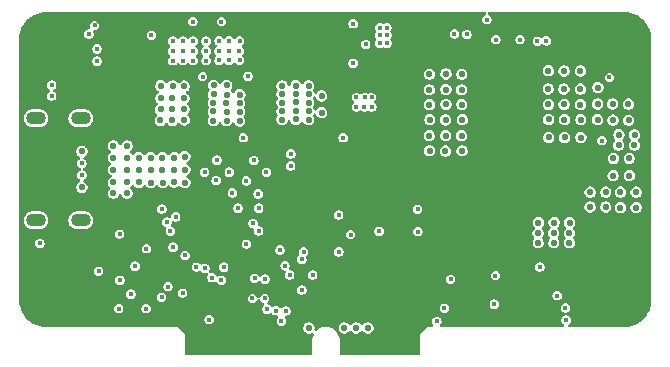
<source format=gbr>
%TF.GenerationSoftware,KiCad,Pcbnew,9.0.2*%
%TF.CreationDate,2026-02-04T23:22:00+01:00*%
%TF.ProjectId,PDNode-600,50444e6f-6465-42d3-9630-302e6b696361,rev?*%
%TF.SameCoordinates,Original*%
%TF.FileFunction,Copper,L5,Inr*%
%TF.FilePolarity,Positive*%
%FSLAX46Y46*%
G04 Gerber Fmt 4.6, Leading zero omitted, Abs format (unit mm)*
G04 Created by KiCad (PCBNEW 9.0.2) date 2026-02-04 23:22:00*
%MOMM*%
%LPD*%
G01*
G04 APERTURE LIST*
%TA.AperFunction,ComponentPad*%
%ADD10C,0.600000*%
%TD*%
%TA.AperFunction,ComponentPad*%
%ADD11C,0.700000*%
%TD*%
%TA.AperFunction,ComponentPad*%
%ADD12C,4.400000*%
%TD*%
%TA.AperFunction,HeatsinkPad*%
%ADD13C,0.500000*%
%TD*%
%TA.AperFunction,HeatsinkPad*%
%ADD14O,1.700000X1.100000*%
%TD*%
%TA.AperFunction,ViaPad*%
%ADD15C,0.400000*%
%TD*%
%TA.AperFunction,ViaPad*%
%ADD16C,0.550000*%
%TD*%
G04 APERTURE END LIST*
D10*
%TO.N,GND*%
%TO.C,IC6*%
X26305000Y15665000D03*
X26305000Y17385000D03*
X25825000Y16525000D03*
X25345000Y15665000D03*
X25345000Y17385000D03*
%TD*%
D11*
%TO.N,GND*%
%TO.C,H3*%
X51500000Y31375000D03*
X50333274Y31858274D03*
X52666726Y31858274D03*
X49850000Y33025000D03*
D12*
X51500000Y33025000D03*
D11*
X53150000Y33025000D03*
X50333274Y34191726D03*
X52666726Y34191726D03*
X51500000Y34675000D03*
%TD*%
%TO.N,GND*%
%TO.C,H1*%
X2500000Y31375000D03*
X1333274Y31858274D03*
X3666726Y31858274D03*
X850000Y33025000D03*
D12*
X2500000Y33025000D03*
D11*
X4150000Y33025000D03*
X1333274Y34191726D03*
X3666726Y34191726D03*
X2500000Y34675000D03*
%TD*%
D13*
%TO.N,GND*%
%TO.C,IC2*%
X15500000Y17600000D03*
X15500000Y16650000D03*
X15500000Y15700000D03*
X16450000Y17600000D03*
X16450000Y16650000D03*
X16450000Y15700000D03*
X17400000Y17600000D03*
X17400000Y16650000D03*
X17400000Y15700000D03*
%TD*%
D14*
%TO.N,SHIELD*%
%TO.C,J1*%
X5500000Y26345000D03*
X1700000Y26345000D03*
X5500000Y17705000D03*
X1700000Y17705000D03*
%TD*%
D11*
%TO.N,GND*%
%TO.C,H2*%
X2500000Y9375000D03*
X1333274Y9858274D03*
X3666726Y9858274D03*
X850000Y11025000D03*
D12*
X2500000Y11025000D03*
D11*
X4150000Y11025000D03*
X1333274Y12191726D03*
X3666726Y12191726D03*
X2500000Y12675000D03*
%TD*%
%TO.N,GND*%
%TO.C,H4*%
X51500000Y9375000D03*
X50333274Y9858274D03*
X52666726Y9858274D03*
X49850000Y11025000D03*
D12*
X51500000Y11025000D03*
D11*
X53150000Y11025000D03*
X50333274Y12191726D03*
X52666726Y12191726D03*
X51500000Y12675000D03*
%TD*%
D15*
%TO.N,GND*%
X16000000Y20750000D03*
X9325000Y13650000D03*
X15375000Y7650000D03*
X16250000Y7225000D03*
X21275000Y7275000D03*
X20275000Y7275000D03*
X19275000Y7275000D03*
X35650000Y14050000D03*
X18950000Y14750000D03*
X10925000Y18600000D03*
X4200000Y16300000D03*
X6094810Y13732053D03*
X6425000Y9700000D03*
X6475000Y11150000D03*
X10950000Y11400000D03*
X17550000Y11700000D03*
X22425000Y12150000D03*
X21850000Y14325000D03*
X20575000Y15525000D03*
X14700000Y24950000D03*
X32225000Y24875000D03*
X31150000Y23950000D03*
X39150000Y32925000D03*
X38925000Y34375000D03*
%TO.N,+5V*%
X16350000Y9300000D03*
X12325000Y11200000D03*
%TO.N,GND*%
X42450000Y20700000D03*
X42450000Y22025000D03*
X40225000Y20650000D03*
X40225000Y22075000D03*
X1075000Y30050000D03*
X21225000Y22600000D03*
%TO.N,/Block Diagram/USB-PD Source Controller/DISCHARGE*%
X20550000Y16800000D03*
%TO.N,GND*%
X11525000Y20025000D03*
X8450000Y18205000D03*
X9400000Y18225000D03*
X8250000Y25905000D03*
X8225000Y26900000D03*
%TO.N,+3.3V*%
X11475000Y33375000D03*
%TO.N,GND*%
X14950000Y11100000D03*
%TO.N,/Block Diagram/USB-PD Source Controller/1V8_INTERNAL*%
X16600000Y12843585D03*
%TO.N,/Block Diagram/USB-PD Source Controller/3V3_INTERNAL*%
X15275000Y13750000D03*
%TO.N,/Block Diagram/USB-PD Source Controller/PD_ENABLE*%
X13310000Y15425000D03*
X14100000Y11550000D03*
X22475000Y9150000D03*
D16*
%TO.N,/Block Diagram/Adjustable 5A Buck Converter/SW1*%
X52359219Y24068061D03*
X51025000Y24075000D03*
X52384219Y24943061D03*
X51050000Y24950000D03*
D15*
%TO.N,GND*%
X52200000Y28550000D03*
X52200000Y29225000D03*
X50900000Y28550000D03*
X50900000Y29225000D03*
X51525000Y29225000D03*
X51525000Y28550000D03*
%TO.N,Net-(IC4-Y)*%
X39875000Y34700000D03*
X40600000Y13025000D03*
%TO.N,Net-(IC5-Y)*%
X44350000Y13750000D03*
%TO.N,Net-(D2-Pad2)*%
X46575000Y9250000D03*
%TO.N,Net-(D1-Pad2)*%
X46525000Y10300000D03*
%TO.N,Net-(D3-Pad1)*%
X45830000Y11325000D03*
%TO.N,Net-(IC5-Y)*%
X44150000Y32875000D03*
%TO.N,Net-(D2-Pad2)*%
X44900000Y32900000D03*
%TO.N,Net-(D1-Pad2)*%
X42675000Y33000000D03*
%TO.N,Net-(D3-Pad1)*%
X40625000Y33000000D03*
%TO.N,+24V*%
X30800000Y32700000D03*
X30800000Y33375000D03*
X30800000Y34025000D03*
X31400000Y32700000D03*
X31400000Y34025000D03*
X31395000Y33375000D03*
%TO.N,+3.3V*%
X28550000Y34350000D03*
%TO.N,PMIC_EN*%
X22850000Y10025000D03*
X40500000Y10600000D03*
%TO.N,PGOOD_PMIC*%
X36275000Y10275000D03*
%TO.N,Net-(IC4-Y)*%
X36800000Y12700000D03*
%TO.N,PGOOD_PMIC*%
X28550000Y31000000D03*
X8775000Y16550000D03*
%TO.N,GND*%
X4700000Y15700000D03*
%TO.N,PGOOD_COMBIMED*%
X2025000Y15750000D03*
%TO.N,Net-(R7-Pad1)*%
X37125000Y33500000D03*
%TO.N,Net-(R6-Pad1)*%
X38175000Y33450000D03*
D16*
%TO.N,GND*%
X34725000Y11250000D03*
X33725000Y11250000D03*
X34250000Y9500000D03*
X33725000Y10350000D03*
X34725000Y10350000D03*
X32725000Y10350000D03*
X33225000Y9500000D03*
X32225000Y9500000D03*
D15*
%TO.N,+3.3V*%
X35625000Y9150000D03*
%TO.N,GND*%
X36975000Y9650000D03*
X41175000Y9550000D03*
X44500000Y12100000D03*
X39700000Y12100000D03*
%TO.N,PMIC_EN*%
X29610000Y32600000D03*
D16*
%TO.N,VBUS*%
X5580000Y20505000D03*
X5580000Y23545000D03*
%TO.N,/Block Diagram/USB-PD Source Controller/CURR_MEA*%
X14230344Y29066379D03*
X13281889Y29086347D03*
X12273530Y29096330D03*
X14250312Y26201044D03*
X14230344Y27100000D03*
X13250000Y27099581D03*
X13250000Y26161109D03*
X12223611Y26161109D03*
X12243579Y27099581D03*
X12263546Y28048037D03*
X14220361Y28028070D03*
X13250000Y28037500D03*
%TO.N,VBUS*%
X13400000Y23000000D03*
X12400000Y23000000D03*
X12423286Y20899675D03*
X13381726Y20939610D03*
X14300000Y20900000D03*
X14300000Y23100000D03*
X14300000Y22000000D03*
X13400000Y22000000D03*
X12400000Y22000000D03*
X9408195Y24005000D03*
X10406570Y20909659D03*
X9388228Y20909659D03*
X9388228Y21997887D03*
X9400000Y20000000D03*
X11400000Y20900000D03*
X11400000Y22000000D03*
X10400000Y22000000D03*
X11400000Y23000000D03*
X10400000Y23000000D03*
X9400000Y23000000D03*
X8251190Y20917749D03*
X8250000Y20000000D03*
X8250000Y22000000D03*
X8250000Y23000000D03*
X8250000Y24005000D03*
%TO.N,GND*%
X4275000Y19275000D03*
X2375000Y19275000D03*
X1425000Y19275000D03*
X3325000Y19275000D03*
X2450000Y24775000D03*
X1500000Y24775000D03*
X3400000Y24775000D03*
X4350000Y24775000D03*
D15*
%TO.N,/Block Diagram/Board Connector and Supplies/PORT_EN*%
X12875000Y12100000D03*
X22025000Y10050000D03*
%TO.N,PGOOD_COMBIMED*%
X21250000Y10175000D03*
X8800000Y12625000D03*
%TO.N,PGOOD_3V3*%
X7000000Y13400000D03*
X28325000Y16500000D03*
X22775000Y13875000D03*
%TO.N,GND*%
X7000000Y16400000D03*
X10250000Y16900000D03*
%TO.N,+3.3V*%
X24350000Y15050000D03*
X22350000Y15200000D03*
X24200000Y11800000D03*
X23175000Y13075000D03*
X24200000Y14400000D03*
X25125000Y13075000D03*
X21075000Y12725000D03*
X20200000Y12800000D03*
X30750000Y16775000D03*
%TO.N,GND*%
X34025000Y15375000D03*
X35200000Y17725000D03*
X33025000Y17725000D03*
%TO.N,/Block Diagram/Board Connector and Supplies/I2C_SDA*%
X34025000Y16750000D03*
%TO.N,/Block Diagram/Board Connector and Supplies/I2C_SCL*%
X34000000Y18650000D03*
%TO.N,+5V*%
X12775000Y17551000D03*
%TO.N,/Block Diagram/USB-PD Source Controller/CC2*%
X13525000Y18000000D03*
%TO.N,/Block Diagram/USB-PD Source Controller/CC1*%
X13075000Y16775000D03*
%TO.N,+3.3V*%
X11050000Y15300000D03*
X10100000Y13825000D03*
X9725000Y11450000D03*
X8700000Y10225000D03*
%TO.N,SHIELD*%
X3025000Y28225000D03*
X3025000Y29150000D03*
%TO.N,GND*%
X7275000Y28025000D03*
X7300000Y29350000D03*
X7300000Y28700000D03*
X27150000Y14125000D03*
X26150000Y13075000D03*
X27175000Y11775000D03*
X28150000Y13075000D03*
X23100000Y18775000D03*
X22100000Y18800000D03*
X29600000Y18000000D03*
X30050000Y17350000D03*
X29575000Y14000000D03*
X30350000Y14725000D03*
X30300000Y15775000D03*
%TO.N,Net-(JP1-C)*%
X11025000Y10225000D03*
%TO.N,GND*%
X18100000Y8275000D03*
X5575000Y32625000D03*
X5850000Y30500000D03*
X11550000Y32575000D03*
X11975000Y34675000D03*
%TO.N,/Block Diagram/Board Connector and Supplies/I2C_SCL*%
X6650000Y34200000D03*
%TO.N,/Block Diagram/Board Connector and Supplies/I2C_SDA*%
X6175000Y33475000D03*
%TO.N,Net-(IC3-A1)*%
X6860000Y31185000D03*
%TO.N,Net-(IC3-A0)*%
X6860000Y32225000D03*
%TO.N,/Block Diagram/USB-PD Source Controller/VBUS_EN*%
X18325000Y20025000D03*
X17400000Y34525000D03*
%TO.N,Net-(R18-Pad2)*%
X14975000Y34525000D03*
%TO.N,GND*%
X19175000Y33850000D03*
X20150000Y33825000D03*
%TO.N,/Block Diagram/USB-PD Source Controller/T3T4DS*%
X16100000Y31225000D03*
X16101947Y32881275D03*
X16096431Y32026837D03*
X18928569Y31248163D03*
X18930516Y32904438D03*
X18050000Y31248162D03*
X17200000Y32900000D03*
X17198053Y31243725D03*
X18925000Y32050000D03*
X17194484Y32045562D03*
X18046431Y32049999D03*
X18051947Y32904437D03*
X15003569Y31223163D03*
X13273053Y31218725D03*
X14125000Y31223162D03*
X15005516Y32879438D03*
X13275000Y32875000D03*
X14126947Y32879437D03*
X15000000Y32025000D03*
X13269484Y32020562D03*
X14121431Y32024999D03*
%TO.N,Net-(R18-Pad2)*%
X15800000Y29875000D03*
X19650000Y29900000D03*
%TO.N,/Block Diagram/USB-PD Source Controller/DISCHARGE*%
X19250000Y24700000D03*
%TO.N,GND*%
X27550000Y18825000D03*
X28250000Y19600000D03*
X28250000Y20600000D03*
%TO.N,/Block Diagram/Adjustable 5A Buck Converter/FEEDBACK*%
X27700000Y24700000D03*
X15970000Y21775000D03*
%TO.N,GND*%
X26800000Y22150000D03*
X29950000Y20200000D03*
X31300000Y20200000D03*
X30600000Y19500000D03*
X32200000Y20900000D03*
X34400000Y20950000D03*
X33300000Y19900000D03*
X31650000Y21400000D03*
X29600000Y21400000D03*
X28550000Y21400000D03*
X27550000Y21400000D03*
X26500000Y34350000D03*
X27550000Y34375000D03*
X29625000Y34375000D03*
X33000000Y33350000D03*
X34045000Y33350000D03*
X34050000Y34825000D03*
%TO.N,Net-(R6-Pad1)*%
X49600000Y24450000D03*
%TO.N,Net-(R7-Pad1)*%
X50250000Y29800000D03*
%TO.N,/Block Diagram/USB-PD Source Controller/V_SOURCE*%
X23260000Y22320000D03*
%TO.N,/Block Diagram/Adjustable 5A Buck Converter/VOUT*%
X23275000Y23325000D03*
D16*
%TO.N,/Block Diagram/USB-PD Source Controller/V_SOURCE*%
X18949091Y26890938D03*
X18944191Y27614335D03*
X18949091Y26116769D03*
X18965356Y28338791D03*
%TO.N,/Block Diagram/Adjustable 5A Buck Converter/VOUT*%
X22527262Y29085107D03*
X22527262Y28385107D03*
X22527262Y27665107D03*
X22527966Y26237475D03*
X22527966Y26937475D03*
X25878847Y28235409D03*
X25878847Y26815409D03*
%TO.N,/Block Diagram/USB-PD Source Controller/V_SOURCE*%
X16713595Y26924169D03*
X16708695Y27647566D03*
X16729860Y29146191D03*
X16713595Y26150000D03*
X16729860Y28372022D03*
X17829900Y26901603D03*
X17829900Y26127434D03*
X17846165Y29123625D03*
X17846165Y28349456D03*
X17825000Y27625000D03*
%TO.N,GND*%
X23767169Y24348943D03*
X24811982Y24365727D03*
X22718237Y24357511D03*
X23773463Y25211229D03*
X24818276Y25228013D03*
X22724531Y25219797D03*
X23714736Y31297952D03*
X24759549Y31314736D03*
X22665804Y31306520D03*
X24763745Y30383216D03*
X23718932Y30366432D03*
X22670000Y30375000D03*
%TO.N,/Block Diagram/Adjustable 5A Buck Converter/VOUT*%
X24776284Y29086052D03*
X24776284Y28386052D03*
X24776284Y27666052D03*
X24776988Y26238420D03*
X24776988Y26938420D03*
X23700704Y26952368D03*
X23700704Y26252368D03*
X23700000Y28400000D03*
X23700000Y29100000D03*
X23700000Y27680000D03*
%TO.N,+24V*%
X46879155Y17506802D03*
X46860273Y15797966D03*
X46849252Y16610000D03*
X44235652Y17506802D03*
X44216770Y15797966D03*
X44205749Y16610000D03*
X49938066Y18837995D03*
X48606873Y18837995D03*
X49938066Y20093659D03*
X48606873Y20093659D03*
X52506041Y18781348D03*
X51174848Y18781348D03*
X52506041Y20093659D03*
X51174848Y20093659D03*
X51930135Y21490939D03*
X50561178Y21481498D03*
X51920694Y22954307D03*
X50589501Y22954307D03*
%TO.N,/Block Diagram/Adjustable 5A Buck Converter/SW1*%
X50548711Y26190097D03*
X51882930Y26183158D03*
X50523414Y27552115D03*
X51857633Y27545176D03*
X49270203Y28937879D03*
X49251321Y26218847D03*
X49258260Y27553066D03*
X47792673Y30347053D03*
X45073641Y30365935D03*
X46407860Y30358996D03*
X47830437Y24710726D03*
X45111405Y24729608D03*
X46445624Y24722669D03*
X47826283Y26224069D03*
X45107251Y26242951D03*
X46441470Y26236012D03*
X47782225Y28810926D03*
X45063193Y28829808D03*
X46397412Y28822869D03*
X47794813Y27508057D03*
X45075781Y27526939D03*
X46410000Y27520000D03*
%TO.N,/Block Diagram/Adjustable 5A Buck Converter/SW2*%
X37750000Y30075000D03*
X35000000Y30075000D03*
X36410000Y30095000D03*
X36395820Y24883435D03*
X36364923Y23566860D03*
X37774923Y23586860D03*
X35024923Y23586860D03*
X37735820Y24863435D03*
X34985820Y24863435D03*
X36379103Y26203425D03*
X35039103Y26223425D03*
X37789103Y26223425D03*
X36404279Y28771400D03*
X37744279Y28751400D03*
X34994279Y28751400D03*
X37750000Y27500000D03*
X35000000Y27500000D03*
X36410000Y27520000D03*
%TO.N,GND*%
X52008508Y15751058D03*
X49296492Y15741058D03*
X50596492Y15741058D03*
X52008508Y16451058D03*
X49296492Y16441058D03*
X50596492Y16441058D03*
X52008508Y17151058D03*
X49296492Y17141058D03*
X50596492Y17141058D03*
X41812016Y15810000D03*
X39100000Y15800000D03*
X40400000Y15800000D03*
X41812016Y17410000D03*
X39100000Y17400000D03*
X40400000Y17400000D03*
X41812016Y16610000D03*
X39100000Y16600000D03*
X40400000Y16600000D03*
X33700000Y8600000D03*
X32700000Y8600000D03*
X31700000Y8600000D03*
X30700000Y8600000D03*
%TO.N,+24V*%
X29800000Y8600000D03*
X28800000Y8600000D03*
X27800000Y8600000D03*
X24800000Y8600000D03*
D15*
%TO.N,+5V*%
X27330699Y15044301D03*
X27325000Y18150000D03*
%TO.N,GND*%
X28837404Y28925000D03*
X30105000Y28942081D03*
%TO.N,/Block Diagram/Adjustable 5A Buck Converter/VOUT*%
X28830000Y27300000D03*
X30123672Y27313385D03*
X29505000Y27300000D03*
%TO.N,GND*%
X29530000Y28942081D03*
%TO.N,/Block Diagram/Adjustable 5A Buck Converter/SW2*%
X28830000Y28115000D03*
X30105000Y28115000D03*
X29530000Y28115000D03*
%TO.N,/Block Diagram/USB-PD Source Controller/VBUS_DET*%
X12350000Y18660000D03*
%TO.N,/Block Diagram/USB-PD Source Controller/CC2*%
X5580000Y21525000D03*
%TO.N,/Block Diagram/USB-PD Source Controller/CC1*%
X5580000Y22525000D03*
%TO.N,/Block Diagram/Board Connector and Supplies/I2C_SDA*%
X21050000Y11090000D03*
%TO.N,/Block Diagram/Board Connector and Supplies/I2C_SCL*%
X20025000Y11090000D03*
%TO.N,+3.3VA*%
X14320000Y14730000D03*
%TO.N,+3.3V*%
X20550000Y18725000D03*
X20500000Y19950000D03*
%TO.N,/Block Diagram/USB-PD Source Controller/PDO2*%
X21210000Y21775000D03*
%TO.N,/Block Diagram/USB-PD Source Controller/PDO5*%
X16941979Y21083021D03*
%TO.N,/Block Diagram/USB-PD Source Controller/PDO3*%
X20145990Y22781289D03*
%TO.N,/Block Diagram/USB-PD Source Controller/PDO4*%
X18060000Y21775000D03*
%TO.N,/Block Diagram/USB-PD Source Controller/PDO3*%
X19510000Y21040000D03*
%TO.N,/Block Diagram/USB-PD Source Controller/PDO5*%
X17010000Y22795000D03*
%TO.N,/Block Diagram/USB-PD Source Controller/PD_IRQ*%
X18800000Y18730000D03*
%TO.N,/Block Diagram/USB-PD Source Controller/SPI_CLK*%
X19510000Y15700000D03*
%TO.N,/Block Diagram/USB-PD Source Controller/1V8_INTERNAL*%
X20070000Y17450000D03*
%TO.N,/Block Diagram/USB-PD Source Controller/SPI_MOSI*%
X17587568Y13744585D03*
%TO.N,/Block Diagram/USB-PD Source Controller/3V3_INTERNAL*%
X17400000Y12630000D03*
%TO.N,+3.3V*%
X16000000Y13640000D03*
D16*
%TO.N,+24V*%
X45557403Y17506802D03*
X45538521Y15797966D03*
X45527500Y16610000D03*
%TD*%
%TA.AperFunction,Conductor*%
%TO.N,GND*%
G36*
X39771054Y35304815D02*
G01*
X39816809Y35252011D01*
X39826753Y35182853D01*
X39797728Y35119297D01*
X39738950Y35081523D01*
X39736149Y35080737D01*
X39719177Y35076189D01*
X39719175Y35076188D01*
X39719174Y35076188D01*
X39627125Y35023043D01*
X39627119Y35023039D01*
X39551961Y34947881D01*
X39551957Y34947875D01*
X39498812Y34855826D01*
X39498812Y34855825D01*
X39498811Y34855823D01*
X39471300Y34753148D01*
X39471300Y34646852D01*
X39498811Y34544177D01*
X39551959Y34452122D01*
X39627122Y34376959D01*
X39719177Y34323811D01*
X39821852Y34296300D01*
X39821854Y34296300D01*
X39928146Y34296300D01*
X39928148Y34296300D01*
X40030823Y34323811D01*
X40122878Y34376959D01*
X40198041Y34452122D01*
X40251189Y34544177D01*
X40278700Y34646852D01*
X40278700Y34753148D01*
X40251189Y34855823D01*
X40198041Y34947878D01*
X40122878Y35023041D01*
X40030823Y35076189D01*
X40013890Y35080726D01*
X39954231Y35117090D01*
X39923702Y35179937D01*
X39931997Y35249312D01*
X39976482Y35303190D01*
X40043034Y35324465D01*
X40045985Y35324500D01*
X51460118Y35324500D01*
X51496249Y35324500D01*
X51503736Y35324274D01*
X51769690Y35308187D01*
X51784551Y35306383D01*
X52042938Y35259032D01*
X52057463Y35255451D01*
X52308251Y35177302D01*
X52322242Y35171997D01*
X52561798Y35064182D01*
X52575044Y35057229D01*
X52799852Y34921328D01*
X52812163Y34912830D01*
X52990795Y34772881D01*
X53018949Y34750824D01*
X53030157Y34740894D01*
X53215893Y34555158D01*
X53225823Y34543950D01*
X53379309Y34348039D01*
X53387825Y34337170D01*
X53396329Y34324850D01*
X53530971Y34102126D01*
X53532225Y34100051D01*
X53539184Y34086792D01*
X53646994Y33847248D01*
X53652303Y33833247D01*
X53730448Y33582471D01*
X53734032Y33567932D01*
X53781381Y33309553D01*
X53783186Y33294689D01*
X53799274Y33028737D01*
X53799500Y33021250D01*
X53799500Y10978751D01*
X53799274Y10971264D01*
X53783186Y10705312D01*
X53781381Y10690448D01*
X53734032Y10432069D01*
X53730448Y10417530D01*
X53652303Y10166754D01*
X53646994Y10152753D01*
X53539184Y9913209D01*
X53532225Y9899950D01*
X53396331Y9675154D01*
X53387825Y9662831D01*
X53225823Y9456051D01*
X53215893Y9444843D01*
X53030157Y9259107D01*
X53018949Y9249177D01*
X52812169Y9087175D01*
X52799846Y9078669D01*
X52575050Y8942775D01*
X52561791Y8935816D01*
X52322247Y8828006D01*
X52308246Y8822697D01*
X52057470Y8744552D01*
X52042931Y8740968D01*
X51784552Y8693619D01*
X51769688Y8691814D01*
X51503736Y8675726D01*
X51496249Y8675500D01*
X46850112Y8675500D01*
X46783073Y8695185D01*
X46737318Y8747989D01*
X46727374Y8817147D01*
X46756399Y8880703D01*
X46788112Y8906887D01*
X46822878Y8926959D01*
X46898041Y9002122D01*
X46951189Y9094177D01*
X46978700Y9196852D01*
X46978700Y9303148D01*
X46951189Y9405823D01*
X46898041Y9497878D01*
X46822878Y9573041D01*
X46761508Y9608473D01*
X46730825Y9626188D01*
X46730824Y9626189D01*
X46730823Y9626189D01*
X46628148Y9653700D01*
X46521852Y9653700D01*
X46504236Y9648981D01*
X46504236Y9648980D01*
X46498194Y9647361D01*
X46419177Y9626189D01*
X46419175Y9626188D01*
X46419174Y9626188D01*
X46327125Y9573043D01*
X46327119Y9573039D01*
X46251961Y9497881D01*
X46251957Y9497875D01*
X46198812Y9405826D01*
X46198812Y9405825D01*
X46198811Y9405823D01*
X46171300Y9303148D01*
X46171300Y9196852D01*
X46198811Y9094177D01*
X46198812Y9094176D01*
X46198812Y9094175D01*
X46216527Y9063492D01*
X46251959Y9002122D01*
X46327122Y8926959D01*
X46361888Y8906887D01*
X46410103Y8856320D01*
X46423327Y8787713D01*
X46397359Y8722849D01*
X46340445Y8682320D01*
X46299888Y8675500D01*
X36020781Y8675500D01*
X35953742Y8695185D01*
X35907987Y8747989D01*
X35898043Y8817147D01*
X35927068Y8880703D01*
X35933100Y8887181D01*
X35939850Y8893931D01*
X35948041Y8902122D01*
X36001189Y8994177D01*
X36028700Y9096852D01*
X36028700Y9203148D01*
X36001189Y9305823D01*
X35948041Y9397878D01*
X35872878Y9473041D01*
X35780823Y9526189D01*
X35678148Y9553700D01*
X35571852Y9553700D01*
X35469177Y9526189D01*
X35469175Y9526188D01*
X35469174Y9526188D01*
X35377125Y9473043D01*
X35377119Y9473039D01*
X35301961Y9397881D01*
X35301957Y9397875D01*
X35248812Y9305826D01*
X35248812Y9305825D01*
X35248811Y9305823D01*
X35221300Y9203148D01*
X35221300Y9096852D01*
X35248811Y8994177D01*
X35301959Y8902122D01*
X35301961Y8902120D01*
X35316900Y8887181D01*
X35350385Y8825858D01*
X35345401Y8756166D01*
X35303529Y8700233D01*
X35238065Y8675816D01*
X35229219Y8675500D01*
X34860116Y8675500D01*
X34786425Y8644976D01*
X34230024Y8088575D01*
X34199500Y8014884D01*
X34199500Y6424000D01*
X34179815Y6356961D01*
X34127011Y6311206D01*
X34075500Y6300000D01*
X27524500Y6300000D01*
X27457461Y6319685D01*
X27411706Y6372489D01*
X27400500Y6424000D01*
X27400500Y7625654D01*
X27400499Y7625659D01*
X27365543Y7823909D01*
X27340778Y7891950D01*
X27296690Y8013080D01*
X27196035Y8187421D01*
X27066634Y8341634D01*
X26912421Y8471035D01*
X26738080Y8571690D01*
X26714190Y8580385D01*
X26548908Y8640544D01*
X26421426Y8663022D01*
X27321300Y8663022D01*
X27321300Y8536978D01*
X27339970Y8467302D01*
X27353922Y8415230D01*
X27353923Y8415227D01*
X27416941Y8306075D01*
X27416943Y8306073D01*
X27416944Y8306071D01*
X27506071Y8216944D01*
X27615229Y8153922D01*
X27736978Y8121300D01*
X27736980Y8121300D01*
X27863020Y8121300D01*
X27863022Y8121300D01*
X27984771Y8153922D01*
X28093929Y8216944D01*
X28183056Y8306071D01*
X28192612Y8322624D01*
X28243179Y8370839D01*
X28311786Y8384063D01*
X28376651Y8358095D01*
X28407387Y8322624D01*
X28416944Y8306071D01*
X28506071Y8216944D01*
X28615229Y8153922D01*
X28736978Y8121300D01*
X28736980Y8121300D01*
X28863020Y8121300D01*
X28863022Y8121300D01*
X28984771Y8153922D01*
X29093929Y8216944D01*
X29183056Y8306071D01*
X29192612Y8322624D01*
X29243179Y8370839D01*
X29311786Y8384063D01*
X29376651Y8358095D01*
X29407387Y8322624D01*
X29416944Y8306071D01*
X29506071Y8216944D01*
X29615229Y8153922D01*
X29736978Y8121300D01*
X29736980Y8121300D01*
X29863020Y8121300D01*
X29863022Y8121300D01*
X29984771Y8153922D01*
X30093929Y8216944D01*
X30183056Y8306071D01*
X30246078Y8415229D01*
X30278700Y8536978D01*
X30278700Y8663022D01*
X30246078Y8784771D01*
X30210554Y8846300D01*
X30183058Y8893926D01*
X30183057Y8893928D01*
X30183056Y8893929D01*
X30093929Y8983056D01*
X30093928Y8983057D01*
X30093925Y8983059D01*
X29984773Y9046077D01*
X29984772Y9046078D01*
X29984771Y9046078D01*
X29863022Y9078700D01*
X29736978Y9078700D01*
X29615229Y9046078D01*
X29615226Y9046077D01*
X29506074Y8983059D01*
X29506069Y8983055D01*
X29416945Y8893931D01*
X29416943Y8893928D01*
X29407387Y8877376D01*
X29356819Y8829161D01*
X29288212Y8815939D01*
X29223347Y8841907D01*
X29192613Y8877376D01*
X29186952Y8887181D01*
X29183056Y8893929D01*
X29093929Y8983056D01*
X29093928Y8983057D01*
X29093925Y8983059D01*
X28984773Y9046077D01*
X28984772Y9046078D01*
X28984771Y9046078D01*
X28863022Y9078700D01*
X28736978Y9078700D01*
X28615229Y9046078D01*
X28615226Y9046077D01*
X28506074Y8983059D01*
X28506069Y8983055D01*
X28416945Y8893931D01*
X28416943Y8893928D01*
X28407387Y8877376D01*
X28356819Y8829161D01*
X28288212Y8815939D01*
X28223347Y8841907D01*
X28192613Y8877376D01*
X28186952Y8887181D01*
X28183056Y8893929D01*
X28093929Y8983056D01*
X28093928Y8983057D01*
X28093925Y8983059D01*
X27984773Y9046077D01*
X27984772Y9046078D01*
X27984771Y9046078D01*
X27863022Y9078700D01*
X27736978Y9078700D01*
X27615229Y9046078D01*
X27615226Y9046077D01*
X27506074Y8983059D01*
X27506069Y8983055D01*
X27416945Y8893931D01*
X27416941Y8893926D01*
X27353923Y8784774D01*
X27353922Y8784771D01*
X27321300Y8663022D01*
X26421426Y8663022D01*
X26350658Y8675500D01*
X26350656Y8675500D01*
X26289882Y8675500D01*
X26250000Y8675500D01*
X26149344Y8675500D01*
X26149341Y8675500D01*
X25951091Y8640544D01*
X25761922Y8571691D01*
X25761915Y8571688D01*
X25587578Y8471035D01*
X25587574Y8471032D01*
X25467583Y8370346D01*
X25403575Y8342333D01*
X25334583Y8353372D01*
X25282511Y8399959D01*
X25263893Y8467302D01*
X25268100Y8497421D01*
X25278700Y8536978D01*
X25278700Y8663022D01*
X25246078Y8784771D01*
X25210554Y8846300D01*
X25183058Y8893926D01*
X25183057Y8893928D01*
X25183056Y8893929D01*
X25093929Y8983056D01*
X25093928Y8983057D01*
X25093925Y8983059D01*
X24984773Y9046077D01*
X24984772Y9046078D01*
X24984771Y9046078D01*
X24863022Y9078700D01*
X24736978Y9078700D01*
X24615229Y9046078D01*
X24615226Y9046077D01*
X24506074Y8983059D01*
X24506069Y8983055D01*
X24416945Y8893931D01*
X24416941Y8893926D01*
X24353923Y8784774D01*
X24353922Y8784771D01*
X24321300Y8663022D01*
X24321300Y8536978D01*
X24339970Y8467302D01*
X24353922Y8415230D01*
X24353923Y8415227D01*
X24416941Y8306075D01*
X24416943Y8306073D01*
X24416944Y8306071D01*
X24506071Y8216944D01*
X24615229Y8153922D01*
X24736978Y8121300D01*
X24736980Y8121300D01*
X24863020Y8121300D01*
X24863022Y8121300D01*
X24984771Y8153922D01*
X25033778Y8182216D01*
X25101678Y8198689D01*
X25167705Y8175836D01*
X25210896Y8120915D01*
X25217537Y8051362D01*
X25205164Y8018188D01*
X25205598Y8017985D01*
X25203309Y8013078D01*
X25134456Y7823909D01*
X25099500Y7625659D01*
X25099500Y6424000D01*
X25079815Y6356961D01*
X25027011Y6311206D01*
X24975500Y6300000D01*
X14424500Y6300000D01*
X14357461Y6319685D01*
X14311706Y6372489D01*
X14300500Y6424000D01*
X14300500Y8014881D01*
X14300499Y8014884D01*
X14299215Y8017985D01*
X14269976Y8088574D01*
X14213574Y8144976D01*
X13713574Y8644976D01*
X13670007Y8663022D01*
X13639883Y8675500D01*
X13639882Y8675500D01*
X2578751Y8675500D01*
X2571264Y8675726D01*
X2305311Y8691814D01*
X2290447Y8693619D01*
X2032068Y8740968D01*
X2017529Y8744552D01*
X1766753Y8822697D01*
X1752752Y8828006D01*
X1513208Y8935816D01*
X1499949Y8942775D01*
X1474398Y8958221D01*
X1275150Y9078671D01*
X1262830Y9087175D01*
X1250478Y9096852D01*
X1114802Y9203148D01*
X1056050Y9249177D01*
X1044842Y9259107D01*
X950801Y9353148D01*
X15946300Y9353148D01*
X15946300Y9246852D01*
X15973811Y9144177D01*
X16026959Y9052122D01*
X16102122Y8976959D01*
X16194177Y8923811D01*
X16296852Y8896300D01*
X16296854Y8896300D01*
X16403146Y8896300D01*
X16403148Y8896300D01*
X16505823Y8923811D01*
X16597878Y8976959D01*
X16673041Y9052122D01*
X16726189Y9144177D01*
X16753700Y9246852D01*
X16753700Y9353148D01*
X16726189Y9455823D01*
X16673041Y9547878D01*
X16597878Y9623041D01*
X16528960Y9662831D01*
X16505825Y9676188D01*
X16505824Y9676189D01*
X16505823Y9676189D01*
X16403148Y9703700D01*
X16296852Y9703700D01*
X16194177Y9676189D01*
X16194175Y9676188D01*
X16194174Y9676188D01*
X16102125Y9623043D01*
X16102119Y9623039D01*
X16026961Y9547881D01*
X16026957Y9547875D01*
X15973812Y9455826D01*
X15973812Y9455825D01*
X15973811Y9455823D01*
X15946300Y9353148D01*
X950801Y9353148D01*
X859106Y9444843D01*
X849176Y9456051D01*
X794227Y9526188D01*
X687170Y9662837D01*
X678672Y9675148D01*
X542771Y9899956D01*
X535818Y9913202D01*
X428003Y10152758D01*
X422699Y10166744D01*
X387984Y10278148D01*
X8296300Y10278148D01*
X8296300Y10171852D01*
X8323811Y10069177D01*
X8376959Y9977122D01*
X8452122Y9901959D01*
X8544177Y9848811D01*
X8646852Y9821300D01*
X8646854Y9821300D01*
X8753146Y9821300D01*
X8753148Y9821300D01*
X8855823Y9848811D01*
X8947878Y9901959D01*
X9023041Y9977122D01*
X9076189Y10069177D01*
X9103700Y10171852D01*
X9103700Y10278148D01*
X10621300Y10278148D01*
X10621300Y10171852D01*
X10648811Y10069177D01*
X10701959Y9977122D01*
X10777122Y9901959D01*
X10869177Y9848811D01*
X10971852Y9821300D01*
X10971854Y9821300D01*
X11078146Y9821300D01*
X11078148Y9821300D01*
X11180823Y9848811D01*
X11272878Y9901959D01*
X11348041Y9977122D01*
X11401189Y10069177D01*
X11428700Y10171852D01*
X11428700Y10278148D01*
X11401189Y10380823D01*
X11348041Y10472878D01*
X11272878Y10548041D01*
X11186279Y10598039D01*
X11180825Y10601188D01*
X11180824Y10601189D01*
X11180823Y10601189D01*
X11078148Y10628700D01*
X10971852Y10628700D01*
X10869177Y10601189D01*
X10869175Y10601188D01*
X10869174Y10601188D01*
X10777125Y10548043D01*
X10777119Y10548039D01*
X10701961Y10472881D01*
X10701957Y10472875D01*
X10648812Y10380826D01*
X10648812Y10380825D01*
X10648811Y10380823D01*
X10621300Y10278148D01*
X9103700Y10278148D01*
X9076189Y10380823D01*
X9023041Y10472878D01*
X8947878Y10548041D01*
X8861279Y10598039D01*
X8855825Y10601188D01*
X8855824Y10601189D01*
X8855823Y10601189D01*
X8753148Y10628700D01*
X8646852Y10628700D01*
X8544177Y10601189D01*
X8544175Y10601188D01*
X8544174Y10601188D01*
X8452125Y10548043D01*
X8452119Y10548039D01*
X8376961Y10472881D01*
X8376957Y10472875D01*
X8323812Y10380826D01*
X8323812Y10380825D01*
X8323811Y10380823D01*
X8296300Y10278148D01*
X387984Y10278148D01*
X344549Y10417537D01*
X340967Y10432069D01*
X338748Y10444176D01*
X293617Y10690449D01*
X291813Y10705312D01*
X288757Y10755826D01*
X275726Y10971264D01*
X275500Y10978751D01*
X275500Y11503148D01*
X9321300Y11503148D01*
X9321300Y11396852D01*
X9348811Y11294177D01*
X9401959Y11202122D01*
X9477122Y11126959D01*
X9569177Y11073811D01*
X9671852Y11046300D01*
X9671854Y11046300D01*
X9778146Y11046300D01*
X9778148Y11046300D01*
X9880823Y11073811D01*
X9972878Y11126959D01*
X10048041Y11202122D01*
X10077501Y11253148D01*
X11921300Y11253148D01*
X11921300Y11146852D01*
X11948811Y11044177D01*
X11948812Y11044176D01*
X11948812Y11044175D01*
X11953040Y11036852D01*
X12001959Y10952122D01*
X12077122Y10876959D01*
X12169177Y10823811D01*
X12271852Y10796300D01*
X12271854Y10796300D01*
X12378146Y10796300D01*
X12378148Y10796300D01*
X12480823Y10823811D01*
X12572878Y10876959D01*
X12648041Y10952122D01*
X12701189Y11044177D01*
X12727708Y11143148D01*
X19621300Y11143148D01*
X19621300Y11036852D01*
X19648811Y10934177D01*
X19648812Y10934176D01*
X19648812Y10934175D01*
X19666527Y10903492D01*
X19701959Y10842122D01*
X19777122Y10766959D01*
X19869177Y10713811D01*
X19971852Y10686300D01*
X19971854Y10686300D01*
X20078146Y10686300D01*
X20078148Y10686300D01*
X20180823Y10713811D01*
X20272878Y10766959D01*
X20348041Y10842122D01*
X20401189Y10934177D01*
X20417726Y10995896D01*
X20454090Y11055554D01*
X20516936Y11086084D01*
X20586312Y11077790D01*
X20640190Y11033305D01*
X20657273Y10995898D01*
X20669890Y10948811D01*
X20673812Y10934175D01*
X20691527Y10903492D01*
X20726959Y10842122D01*
X20802122Y10766959D01*
X20894177Y10713811D01*
X20942028Y10700990D01*
X21001687Y10664627D01*
X21032217Y10601780D01*
X21023923Y10532405D01*
X20997616Y10493535D01*
X20926958Y10422877D01*
X20926957Y10422875D01*
X20873812Y10330826D01*
X20873812Y10330825D01*
X20873811Y10330823D01*
X20846300Y10228148D01*
X20846300Y10121852D01*
X20873811Y10019177D01*
X20926959Y9927122D01*
X21002122Y9851959D01*
X21094177Y9798811D01*
X21196852Y9771300D01*
X21196854Y9771300D01*
X21303146Y9771300D01*
X21303148Y9771300D01*
X21405823Y9798811D01*
X21497878Y9851959D01*
X21497886Y9851968D01*
X21504324Y9856906D01*
X21505865Y9854898D01*
X21556050Y9882312D01*
X21625742Y9877341D01*
X21681684Y9835480D01*
X21689817Y9823153D01*
X21701959Y9802122D01*
X21777122Y9726959D01*
X21869177Y9673811D01*
X21971852Y9646300D01*
X21971854Y9646300D01*
X22078146Y9646300D01*
X22078148Y9646300D01*
X22078149Y9646301D01*
X22086204Y9647361D01*
X22086633Y9644097D01*
X22141105Y9642830D01*
X22198989Y9603701D01*
X22226530Y9539488D01*
X22214982Y9470579D01*
X22191097Y9437017D01*
X22151962Y9397882D01*
X22151957Y9397875D01*
X22098812Y9305826D01*
X22098812Y9305825D01*
X22098811Y9305823D01*
X22071300Y9203148D01*
X22071300Y9096852D01*
X22098811Y8994177D01*
X22151959Y8902122D01*
X22227122Y8826959D01*
X22319177Y8773811D01*
X22421852Y8746300D01*
X22421854Y8746300D01*
X22528146Y8746300D01*
X22528148Y8746300D01*
X22630823Y8773811D01*
X22722878Y8826959D01*
X22798041Y8902122D01*
X22851189Y8994177D01*
X22878700Y9096852D01*
X22878700Y9203148D01*
X22851189Y9305823D01*
X22798041Y9397878D01*
X22786300Y9409619D01*
X22752815Y9470942D01*
X22757799Y9540634D01*
X22799671Y9596567D01*
X22865135Y9620984D01*
X22873981Y9621300D01*
X22903146Y9621300D01*
X22903148Y9621300D01*
X23005823Y9648811D01*
X23097878Y9701959D01*
X23173041Y9777122D01*
X23226189Y9869177D01*
X23253700Y9971852D01*
X23253700Y10078148D01*
X23226189Y10180823D01*
X23173041Y10272878D01*
X23117771Y10328148D01*
X35871300Y10328148D01*
X35871300Y10221852D01*
X35898811Y10119177D01*
X35951959Y10027122D01*
X36027122Y9951959D01*
X36119177Y9898811D01*
X36221852Y9871300D01*
X36221854Y9871300D01*
X36328146Y9871300D01*
X36328148Y9871300D01*
X36430823Y9898811D01*
X36522878Y9951959D01*
X36598041Y10027122D01*
X36651189Y10119177D01*
X36678700Y10221852D01*
X36678700Y10328148D01*
X36651189Y10430823D01*
X36598041Y10522878D01*
X36522878Y10598041D01*
X36430823Y10651189D01*
X36423512Y10653148D01*
X40096300Y10653148D01*
X40096300Y10546852D01*
X40123811Y10444177D01*
X40123812Y10444176D01*
X40123812Y10444175D01*
X40136106Y10422881D01*
X40176959Y10352122D01*
X40252122Y10276959D01*
X40344177Y10223811D01*
X40446852Y10196300D01*
X40446854Y10196300D01*
X40553146Y10196300D01*
X40553148Y10196300D01*
X40655823Y10223811D01*
X40747878Y10276959D01*
X40823041Y10352122D01*
X40823633Y10353148D01*
X46121300Y10353148D01*
X46121300Y10246852D01*
X46148811Y10144177D01*
X46201959Y10052122D01*
X46277122Y9976959D01*
X46369177Y9923811D01*
X46471852Y9896300D01*
X46471854Y9896300D01*
X46482784Y9896300D01*
X46578148Y9896300D01*
X46680823Y9923811D01*
X46772878Y9976959D01*
X46848041Y10052122D01*
X46901189Y10144177D01*
X46928700Y10246852D01*
X46928700Y10353148D01*
X46901189Y10455823D01*
X46848041Y10547878D01*
X46772878Y10623041D01*
X46711508Y10658473D01*
X46680825Y10676188D01*
X46680824Y10676189D01*
X46680823Y10676189D01*
X46578148Y10703700D01*
X46471852Y10703700D01*
X46369177Y10676189D01*
X46369175Y10676188D01*
X46369174Y10676188D01*
X46277125Y10623043D01*
X46277119Y10623039D01*
X46201961Y10547881D01*
X46201957Y10547875D01*
X46148812Y10455826D01*
X46148812Y10455825D01*
X46148811Y10455823D01*
X46121300Y10353148D01*
X40823633Y10353148D01*
X40876189Y10444177D01*
X40903700Y10546852D01*
X40903700Y10653148D01*
X40876189Y10755823D01*
X40823041Y10847878D01*
X40747878Y10923041D01*
X40686508Y10958473D01*
X40655825Y10976188D01*
X40655824Y10976189D01*
X40655823Y10976189D01*
X40553148Y11003700D01*
X40446852Y11003700D01*
X40344177Y10976189D01*
X40344175Y10976188D01*
X40344174Y10976188D01*
X40252125Y10923043D01*
X40252119Y10923039D01*
X40176961Y10847881D01*
X40176957Y10847875D01*
X40123812Y10755826D01*
X40123812Y10755825D01*
X40123811Y10755823D01*
X40096300Y10653148D01*
X36423512Y10653148D01*
X36328148Y10678700D01*
X36221852Y10678700D01*
X36119177Y10651189D01*
X36119175Y10651188D01*
X36119174Y10651188D01*
X36027125Y10598043D01*
X36027119Y10598039D01*
X35951961Y10522881D01*
X35951957Y10522875D01*
X35898812Y10430826D01*
X35898812Y10430825D01*
X35898811Y10430823D01*
X35871300Y10328148D01*
X23117771Y10328148D01*
X23097878Y10348041D01*
X23005823Y10401189D01*
X22903148Y10428700D01*
X22796852Y10428700D01*
X22694177Y10401189D01*
X22694175Y10401188D01*
X22694174Y10401188D01*
X22602125Y10348043D01*
X22602123Y10348042D01*
X22536558Y10282477D01*
X22475234Y10248993D01*
X22405543Y10253978D01*
X22353850Y10292194D01*
X22353788Y10292131D01*
X22353371Y10292548D01*
X22350506Y10294666D01*
X22348041Y10297878D01*
X22272880Y10373039D01*
X22272878Y10373041D01*
X22186553Y10422881D01*
X22180825Y10426188D01*
X22180824Y10426189D01*
X22180823Y10426189D01*
X22078148Y10453700D01*
X21971852Y10453700D01*
X21869177Y10426189D01*
X21869175Y10426188D01*
X21869174Y10426188D01*
X21777125Y10373043D01*
X21770676Y10368094D01*
X21769138Y10370098D01*
X21718903Y10342679D01*
X21649212Y10347677D01*
X21593287Y10389559D01*
X21585187Y10401840D01*
X21573041Y10422878D01*
X21497878Y10498041D01*
X21413333Y10546853D01*
X21405825Y10551188D01*
X21405824Y10551189D01*
X21405823Y10551189D01*
X21357971Y10564011D01*
X21298311Y10600375D01*
X21267782Y10663222D01*
X21276077Y10732598D01*
X21302379Y10771461D01*
X21373041Y10842122D01*
X21426189Y10934177D01*
X21453700Y11036852D01*
X21453700Y11143148D01*
X21426189Y11245823D01*
X21373041Y11337878D01*
X21332771Y11378148D01*
X45426300Y11378148D01*
X45426300Y11271852D01*
X45453811Y11169177D01*
X45506959Y11077122D01*
X45582122Y11001959D01*
X45674177Y10948811D01*
X45776852Y10921300D01*
X45776854Y10921300D01*
X45883146Y10921300D01*
X45883148Y10921300D01*
X45985823Y10948811D01*
X46077878Y11001959D01*
X46153041Y11077122D01*
X46206189Y11169177D01*
X46233700Y11271852D01*
X46233700Y11378148D01*
X46206189Y11480823D01*
X46153041Y11572878D01*
X46077878Y11648041D01*
X45985823Y11701189D01*
X45883148Y11728700D01*
X45776852Y11728700D01*
X45674177Y11701189D01*
X45674175Y11701188D01*
X45674174Y11701188D01*
X45582125Y11648043D01*
X45582119Y11648039D01*
X45506961Y11572881D01*
X45506957Y11572875D01*
X45453812Y11480826D01*
X45453812Y11480825D01*
X45453811Y11480823D01*
X45426300Y11378148D01*
X21332771Y11378148D01*
X21297878Y11413041D01*
X21205823Y11466189D01*
X21103148Y11493700D01*
X20996852Y11493700D01*
X20894177Y11466189D01*
X20894175Y11466188D01*
X20894174Y11466188D01*
X20802125Y11413043D01*
X20802119Y11413039D01*
X20726961Y11337881D01*
X20726957Y11337875D01*
X20673812Y11245826D01*
X20673812Y11245825D01*
X20673811Y11245823D01*
X20662103Y11202126D01*
X20657275Y11184107D01*
X20620910Y11124446D01*
X20558063Y11093917D01*
X20488688Y11102212D01*
X20434810Y11146697D01*
X20417725Y11184107D01*
X20401189Y11245823D01*
X20348041Y11337878D01*
X20272878Y11413041D01*
X20180823Y11466189D01*
X20078148Y11493700D01*
X19971852Y11493700D01*
X19869177Y11466189D01*
X19869175Y11466188D01*
X19869174Y11466188D01*
X19777125Y11413043D01*
X19777119Y11413039D01*
X19701961Y11337881D01*
X19701957Y11337875D01*
X19648812Y11245826D01*
X19648812Y11245825D01*
X19648811Y11245823D01*
X19621300Y11143148D01*
X12727708Y11143148D01*
X12728700Y11146852D01*
X12728700Y11253148D01*
X12701189Y11355823D01*
X12648041Y11447878D01*
X12572878Y11523041D01*
X12489649Y11571094D01*
X12489602Y11571121D01*
X12480827Y11576187D01*
X12480825Y11576188D01*
X12480823Y11576189D01*
X12380208Y11603148D01*
X13696300Y11603148D01*
X13696300Y11496852D01*
X13723811Y11394177D01*
X13723812Y11394176D01*
X13723812Y11394175D01*
X13741527Y11363492D01*
X13776959Y11302122D01*
X13852122Y11226959D01*
X13944177Y11173811D01*
X14046852Y11146300D01*
X14046854Y11146300D01*
X14153146Y11146300D01*
X14153148Y11146300D01*
X14255823Y11173811D01*
X14347878Y11226959D01*
X14423041Y11302122D01*
X14476189Y11394177D01*
X14503700Y11496852D01*
X14503700Y11603148D01*
X14476189Y11705823D01*
X14423041Y11797878D01*
X14367771Y11853148D01*
X23796300Y11853148D01*
X23796300Y11746852D01*
X23823811Y11644177D01*
X23876959Y11552122D01*
X23952122Y11476959D01*
X24044177Y11423811D01*
X24146852Y11396300D01*
X24146854Y11396300D01*
X24253146Y11396300D01*
X24253148Y11396300D01*
X24355823Y11423811D01*
X24447878Y11476959D01*
X24523041Y11552122D01*
X24576189Y11644177D01*
X24603700Y11746852D01*
X24603700Y11853148D01*
X24576189Y11955823D01*
X24523041Y12047878D01*
X24447878Y12123041D01*
X24355823Y12176189D01*
X24253148Y12203700D01*
X24146852Y12203700D01*
X24044177Y12176189D01*
X24044175Y12176188D01*
X24044174Y12176188D01*
X23952125Y12123043D01*
X23952119Y12123039D01*
X23876961Y12047881D01*
X23876957Y12047875D01*
X23823812Y11955826D01*
X23823812Y11955825D01*
X23823811Y11955823D01*
X23796300Y11853148D01*
X14367771Y11853148D01*
X14347878Y11873041D01*
X14255823Y11926189D01*
X14153148Y11953700D01*
X14046852Y11953700D01*
X13944177Y11926189D01*
X13944175Y11926188D01*
X13944174Y11926188D01*
X13852125Y11873043D01*
X13852119Y11873039D01*
X13776961Y11797881D01*
X13776957Y11797875D01*
X13723812Y11705826D01*
X13723812Y11705825D01*
X13723811Y11705823D01*
X13696300Y11603148D01*
X12380208Y11603148D01*
X12378148Y11603700D01*
X12271852Y11603700D01*
X12169177Y11576189D01*
X12169175Y11576188D01*
X12169174Y11576188D01*
X12077125Y11523043D01*
X12077119Y11523039D01*
X12001961Y11447881D01*
X12001957Y11447875D01*
X11948812Y11355826D01*
X11948812Y11355825D01*
X11948811Y11355823D01*
X11921300Y11253148D01*
X10077501Y11253148D01*
X10101189Y11294177D01*
X10128700Y11396852D01*
X10128700Y11503148D01*
X10101189Y11605823D01*
X10048041Y11697878D01*
X9972878Y11773041D01*
X9880823Y11826189D01*
X9778148Y11853700D01*
X9671852Y11853700D01*
X9569177Y11826189D01*
X9569175Y11826188D01*
X9569174Y11826188D01*
X9477125Y11773043D01*
X9477119Y11773039D01*
X9401961Y11697881D01*
X9401957Y11697875D01*
X9348812Y11605826D01*
X9348812Y11605825D01*
X9348811Y11605823D01*
X9321300Y11503148D01*
X275500Y11503148D01*
X275500Y12153148D01*
X12471300Y12153148D01*
X12471300Y12046852D01*
X12498811Y11944177D01*
X12551959Y11852122D01*
X12627122Y11776959D01*
X12719177Y11723811D01*
X12821852Y11696300D01*
X12821854Y11696300D01*
X12928146Y11696300D01*
X12928148Y11696300D01*
X13030823Y11723811D01*
X13122878Y11776959D01*
X13198041Y11852122D01*
X13251189Y11944177D01*
X13278700Y12046852D01*
X13278700Y12153148D01*
X13251189Y12255823D01*
X13198041Y12347878D01*
X13122878Y12423041D01*
X13046053Y12467396D01*
X13030825Y12476188D01*
X13030824Y12476189D01*
X13030823Y12476189D01*
X12928148Y12503700D01*
X12821852Y12503700D01*
X12719177Y12476189D01*
X12719175Y12476188D01*
X12719174Y12476188D01*
X12627125Y12423043D01*
X12627119Y12423039D01*
X12551961Y12347881D01*
X12551957Y12347875D01*
X12498812Y12255826D01*
X12498812Y12255825D01*
X12498811Y12255823D01*
X12471300Y12153148D01*
X275500Y12153148D01*
X275500Y12678148D01*
X8396300Y12678148D01*
X8396300Y12571852D01*
X8423811Y12469177D01*
X8476959Y12377122D01*
X8552122Y12301959D01*
X8644177Y12248811D01*
X8746852Y12221300D01*
X8746854Y12221300D01*
X8853146Y12221300D01*
X8853148Y12221300D01*
X8955823Y12248811D01*
X9047878Y12301959D01*
X9123041Y12377122D01*
X9176189Y12469177D01*
X9203700Y12571852D01*
X9203700Y12678148D01*
X9176189Y12780823D01*
X9123041Y12872878D01*
X9047878Y12948041D01*
X8986508Y12983473D01*
X8955825Y13001188D01*
X8955824Y13001189D01*
X8955823Y13001189D01*
X8853148Y13028700D01*
X8746852Y13028700D01*
X8644177Y13001189D01*
X8644175Y13001188D01*
X8644174Y13001188D01*
X8552125Y12948043D01*
X8552119Y12948039D01*
X8476961Y12872881D01*
X8476957Y12872875D01*
X8423812Y12780826D01*
X8423812Y12780825D01*
X8423811Y12780823D01*
X8396300Y12678148D01*
X275500Y12678148D01*
X275500Y13453148D01*
X6596300Y13453148D01*
X6596300Y13346852D01*
X6623811Y13244177D01*
X6676959Y13152122D01*
X6752122Y13076959D01*
X6844177Y13023811D01*
X6946852Y12996300D01*
X6946854Y12996300D01*
X7053146Y12996300D01*
X7053148Y12996300D01*
X7155823Y13023811D01*
X7247878Y13076959D01*
X7323041Y13152122D01*
X7376189Y13244177D01*
X7403700Y13346852D01*
X7403700Y13453148D01*
X7376189Y13555823D01*
X7323041Y13647878D01*
X7247878Y13723041D01*
X7155823Y13776189D01*
X7053148Y13803700D01*
X6946852Y13803700D01*
X6844177Y13776189D01*
X6844175Y13776188D01*
X6844174Y13776188D01*
X6752125Y13723043D01*
X6752119Y13723039D01*
X6676961Y13647881D01*
X6676957Y13647875D01*
X6623812Y13555826D01*
X6623812Y13555825D01*
X6623811Y13555823D01*
X6596300Y13453148D01*
X275500Y13453148D01*
X275500Y13878148D01*
X9696300Y13878148D01*
X9696300Y13771852D01*
X9723811Y13669177D01*
X9776959Y13577122D01*
X9852122Y13501959D01*
X9944177Y13448811D01*
X10046852Y13421300D01*
X10046854Y13421300D01*
X10153146Y13421300D01*
X10153148Y13421300D01*
X10255823Y13448811D01*
X10347878Y13501959D01*
X10423041Y13577122D01*
X10476189Y13669177D01*
X10503700Y13771852D01*
X10503700Y13803148D01*
X14871300Y13803148D01*
X14871300Y13696852D01*
X14898811Y13594177D01*
X14898812Y13594176D01*
X14898812Y13594175D01*
X14903040Y13586852D01*
X14951959Y13502122D01*
X15027122Y13426959D01*
X15119177Y13373811D01*
X15221852Y13346300D01*
X15221854Y13346300D01*
X15328146Y13346300D01*
X15328148Y13346300D01*
X15430823Y13373811D01*
X15516958Y13423542D01*
X15584853Y13440013D01*
X15650880Y13417161D01*
X15671045Y13397703D01*
X15671212Y13397869D01*
X15676959Y13392122D01*
X15752122Y13316959D01*
X15844177Y13263811D01*
X15946852Y13236300D01*
X15946854Y13236300D01*
X16053145Y13236300D01*
X16053148Y13236300D01*
X16127686Y13256272D01*
X16197532Y13254609D01*
X16255395Y13215447D01*
X16282899Y13151218D01*
X16271313Y13082316D01*
X16267164Y13074498D01*
X16223811Y12999409D01*
X16210047Y12948039D01*
X16196300Y12896733D01*
X16196300Y12790437D01*
X16223811Y12687762D01*
X16276959Y12595707D01*
X16352122Y12520544D01*
X16444177Y12467396D01*
X16546852Y12439885D01*
X16546854Y12439885D01*
X16653146Y12439885D01*
X16653148Y12439885D01*
X16755823Y12467396D01*
X16847878Y12520544D01*
X16847879Y12520546D01*
X16852363Y12523134D01*
X16920263Y12539607D01*
X16986290Y12516755D01*
X17021750Y12477747D01*
X17023810Y12474178D01*
X17023811Y12474177D01*
X17076959Y12382122D01*
X17152122Y12306959D01*
X17244177Y12253811D01*
X17346852Y12226300D01*
X17346854Y12226300D01*
X17453146Y12226300D01*
X17453148Y12226300D01*
X17555823Y12253811D01*
X17647878Y12306959D01*
X17723041Y12382122D01*
X17776189Y12474177D01*
X17803700Y12576852D01*
X17803700Y12683148D01*
X17776189Y12785823D01*
X17737319Y12853148D01*
X19796300Y12853148D01*
X19796300Y12746852D01*
X19823811Y12644177D01*
X19876959Y12552122D01*
X19952122Y12476959D01*
X20044177Y12423811D01*
X20146852Y12396300D01*
X20146854Y12396300D01*
X20253146Y12396300D01*
X20253148Y12396300D01*
X20355823Y12423811D01*
X20447878Y12476959D01*
X20523041Y12552122D01*
X20523043Y12552127D01*
X20526448Y12555531D01*
X20587771Y12589016D01*
X20657463Y12584032D01*
X20713397Y12542161D01*
X20721510Y12529861D01*
X20751959Y12477122D01*
X20827122Y12401959D01*
X20919177Y12348811D01*
X21021852Y12321300D01*
X21021854Y12321300D01*
X21128146Y12321300D01*
X21128148Y12321300D01*
X21230823Y12348811D01*
X21322878Y12401959D01*
X21398041Y12477122D01*
X21451189Y12569177D01*
X21478700Y12671852D01*
X21478700Y12778148D01*
X21451189Y12880823D01*
X21398041Y12972878D01*
X21322878Y13048041D01*
X21230823Y13101189D01*
X21128148Y13128700D01*
X21021852Y13128700D01*
X20919177Y13101189D01*
X20919175Y13101188D01*
X20919174Y13101188D01*
X20827125Y13048043D01*
X20827123Y13048042D01*
X20748550Y12969469D01*
X20687226Y12935985D01*
X20617535Y12940969D01*
X20561601Y12982841D01*
X20553492Y12995136D01*
X20523041Y13047878D01*
X20447878Y13123041D01*
X20355823Y13176189D01*
X20253148Y13203700D01*
X20146852Y13203700D01*
X20044177Y13176189D01*
X20044175Y13176188D01*
X20044174Y13176188D01*
X19952125Y13123043D01*
X19952119Y13123039D01*
X19876961Y13047881D01*
X19876957Y13047875D01*
X19823812Y12955826D01*
X19823812Y12955825D01*
X19823811Y12955823D01*
X19796300Y12853148D01*
X17737319Y12853148D01*
X17723041Y12877878D01*
X17647878Y12953041D01*
X17555823Y13006189D01*
X17453148Y13033700D01*
X17346852Y13033700D01*
X17244176Y13006189D01*
X17147635Y12950451D01*
X17079735Y12933979D01*
X17013708Y12956832D01*
X16978249Y12995839D01*
X16976189Y12999407D01*
X16976189Y12999408D01*
X16923041Y13091463D01*
X16847878Y13166626D01*
X16755823Y13219774D01*
X16653148Y13247285D01*
X16546852Y13247285D01*
X16546850Y13247285D01*
X16472315Y13227314D01*
X16402465Y13228977D01*
X16344603Y13268141D01*
X16317100Y13332370D01*
X16328687Y13401272D01*
X16332819Y13409059D01*
X16376189Y13484177D01*
X16403700Y13586852D01*
X16403700Y13693148D01*
X16376189Y13795823D01*
X16375086Y13797733D01*
X17183868Y13797733D01*
X17183868Y13691437D01*
X17211379Y13588762D01*
X17211380Y13588761D01*
X17211380Y13588760D01*
X17229095Y13558077D01*
X17264527Y13496707D01*
X17339690Y13421544D01*
X17431745Y13368396D01*
X17534420Y13340885D01*
X17534422Y13340885D01*
X17640714Y13340885D01*
X17640716Y13340885D01*
X17743391Y13368396D01*
X17835446Y13421544D01*
X17910609Y13496707D01*
X17963757Y13588762D01*
X17991268Y13691437D01*
X17991268Y13797733D01*
X17963757Y13900408D01*
X17947741Y13928148D01*
X22371300Y13928148D01*
X22371300Y13821852D01*
X22398811Y13719177D01*
X22451959Y13627122D01*
X22527122Y13551959D01*
X22619177Y13498811D01*
X22721852Y13471300D01*
X22721854Y13471300D01*
X22722876Y13471300D01*
X22723706Y13471057D01*
X22729912Y13470239D01*
X22729784Y13469272D01*
X22789915Y13451615D01*
X22835670Y13398811D01*
X22845614Y13329653D01*
X22830263Y13285300D01*
X22798812Y13230826D01*
X22798812Y13230825D01*
X22798811Y13230823D01*
X22771300Y13128148D01*
X22771300Y13021852D01*
X22798811Y12919177D01*
X22851959Y12827122D01*
X22927122Y12751959D01*
X23019177Y12698811D01*
X23121852Y12671300D01*
X23121854Y12671300D01*
X23228146Y12671300D01*
X23228148Y12671300D01*
X23330823Y12698811D01*
X23422878Y12751959D01*
X23498041Y12827122D01*
X23551189Y12919177D01*
X23578700Y13021852D01*
X23578700Y13128148D01*
X24721300Y13128148D01*
X24721300Y13021852D01*
X24748811Y12919177D01*
X24801959Y12827122D01*
X24877122Y12751959D01*
X24969177Y12698811D01*
X25071852Y12671300D01*
X25071854Y12671300D01*
X25178146Y12671300D01*
X25178148Y12671300D01*
X25280823Y12698811D01*
X25372878Y12751959D01*
X25374067Y12753148D01*
X36396300Y12753148D01*
X36396300Y12646852D01*
X36423811Y12544177D01*
X36423812Y12544176D01*
X36423812Y12544175D01*
X36437456Y12520543D01*
X36476959Y12452122D01*
X36552122Y12376959D01*
X36644177Y12323811D01*
X36746852Y12296300D01*
X36746854Y12296300D01*
X36853146Y12296300D01*
X36853148Y12296300D01*
X36955823Y12323811D01*
X37047878Y12376959D01*
X37123041Y12452122D01*
X37176189Y12544177D01*
X37203700Y12646852D01*
X37203700Y12753148D01*
X37176189Y12855823D01*
X37123041Y12947878D01*
X37047878Y13023041D01*
X36955823Y13076189D01*
X36948512Y13078148D01*
X40196300Y13078148D01*
X40196300Y12971852D01*
X40223811Y12869177D01*
X40276959Y12777122D01*
X40352122Y12701959D01*
X40444177Y12648811D01*
X40546852Y12621300D01*
X40546854Y12621300D01*
X40653146Y12621300D01*
X40653148Y12621300D01*
X40755823Y12648811D01*
X40847878Y12701959D01*
X40923041Y12777122D01*
X40976189Y12869177D01*
X41003700Y12971852D01*
X41003700Y13078148D01*
X40976189Y13180823D01*
X40923041Y13272878D01*
X40847878Y13348041D01*
X40786508Y13383473D01*
X40755825Y13401188D01*
X40755824Y13401189D01*
X40755823Y13401189D01*
X40653148Y13428700D01*
X40546852Y13428700D01*
X40444177Y13401189D01*
X40444175Y13401188D01*
X40444174Y13401188D01*
X40352125Y13348043D01*
X40352119Y13348039D01*
X40276961Y13272881D01*
X40276957Y13272875D01*
X40223812Y13180826D01*
X40223812Y13180825D01*
X40223811Y13180823D01*
X40196300Y13078148D01*
X36948512Y13078148D01*
X36853148Y13103700D01*
X36746852Y13103700D01*
X36644177Y13076189D01*
X36644175Y13076188D01*
X36644174Y13076188D01*
X36552125Y13023043D01*
X36552119Y13023039D01*
X36476961Y12947881D01*
X36476957Y12947875D01*
X36423812Y12855826D01*
X36423812Y12855825D01*
X36423811Y12855823D01*
X36396300Y12753148D01*
X25374067Y12753148D01*
X25448041Y12827122D01*
X25501189Y12919177D01*
X25528700Y13021852D01*
X25528700Y13128148D01*
X25501189Y13230823D01*
X25448041Y13322878D01*
X25372878Y13398041D01*
X25284942Y13448811D01*
X25280825Y13451188D01*
X25280824Y13451189D01*
X25280823Y13451189D01*
X25178148Y13478700D01*
X25071852Y13478700D01*
X24969177Y13451189D01*
X24969175Y13451188D01*
X24969174Y13451188D01*
X24877125Y13398043D01*
X24877119Y13398039D01*
X24801961Y13322881D01*
X24801957Y13322875D01*
X24748812Y13230826D01*
X24748812Y13230825D01*
X24748811Y13230823D01*
X24721300Y13128148D01*
X23578700Y13128148D01*
X23551189Y13230823D01*
X23498041Y13322878D01*
X23422878Y13398041D01*
X23334942Y13448811D01*
X23330825Y13451188D01*
X23330824Y13451189D01*
X23330823Y13451189D01*
X23228148Y13478700D01*
X23227124Y13478700D01*
X23226293Y13478944D01*
X23220088Y13479761D01*
X23220215Y13480729D01*
X23160085Y13498385D01*
X23114330Y13551189D01*
X23104386Y13620347D01*
X23110484Y13644783D01*
X23114226Y13655157D01*
X23151189Y13719177D01*
X23173688Y13803148D01*
X43946300Y13803148D01*
X43946300Y13696852D01*
X43973811Y13594177D01*
X43973812Y13594176D01*
X43973812Y13594175D01*
X43978040Y13586852D01*
X44026959Y13502122D01*
X44102122Y13426959D01*
X44194177Y13373811D01*
X44296852Y13346300D01*
X44296854Y13346300D01*
X44403146Y13346300D01*
X44403148Y13346300D01*
X44505823Y13373811D01*
X44597878Y13426959D01*
X44673041Y13502122D01*
X44726189Y13594177D01*
X44753700Y13696852D01*
X44753700Y13803148D01*
X44726189Y13905823D01*
X44673041Y13997878D01*
X44597878Y14073041D01*
X44505823Y14126189D01*
X44403148Y14153700D01*
X44296852Y14153700D01*
X44194177Y14126189D01*
X44194175Y14126188D01*
X44194174Y14126188D01*
X44102125Y14073043D01*
X44102119Y14073039D01*
X44026961Y13997881D01*
X44026957Y13997875D01*
X43973812Y13905826D01*
X43973812Y13905825D01*
X43973811Y13905823D01*
X43946300Y13803148D01*
X23173688Y13803148D01*
X23178700Y13821852D01*
X23178700Y13928148D01*
X23151189Y14030823D01*
X23098041Y14122878D01*
X23022878Y14198041D01*
X22930823Y14251189D01*
X22828148Y14278700D01*
X22721852Y14278700D01*
X22619177Y14251189D01*
X22619175Y14251188D01*
X22619174Y14251188D01*
X22527125Y14198043D01*
X22527119Y14198039D01*
X22451961Y14122881D01*
X22451957Y14122875D01*
X22398812Y14030826D01*
X22398812Y14030825D01*
X22398811Y14030823D01*
X22371300Y13928148D01*
X17947741Y13928148D01*
X17910609Y13992463D01*
X17835446Y14067626D01*
X17743391Y14120774D01*
X17640716Y14148285D01*
X17534420Y14148285D01*
X17431745Y14120774D01*
X17431743Y14120773D01*
X17431742Y14120773D01*
X17339693Y14067628D01*
X17339687Y14067624D01*
X17264529Y13992466D01*
X17264525Y13992460D01*
X17211380Y13900411D01*
X17211380Y13900410D01*
X17211379Y13900408D01*
X17183868Y13797733D01*
X16375086Y13797733D01*
X16323041Y13887878D01*
X16247878Y13963041D01*
X16155823Y14016189D01*
X16053148Y14043700D01*
X15946852Y14043700D01*
X15844177Y14016189D01*
X15844175Y14016188D01*
X15844174Y14016188D01*
X15758045Y13966461D01*
X15690145Y13949988D01*
X15624118Y13972841D01*
X15603954Y13992298D01*
X15603788Y13992131D01*
X15522880Y14073039D01*
X15522878Y14073041D01*
X15430823Y14126189D01*
X15328148Y14153700D01*
X15221852Y14153700D01*
X15119177Y14126189D01*
X15119175Y14126188D01*
X15119174Y14126188D01*
X15027125Y14073043D01*
X15027119Y14073039D01*
X14951961Y13997881D01*
X14951957Y13997875D01*
X14898812Y13905826D01*
X14898812Y13905825D01*
X14898811Y13905823D01*
X14871300Y13803148D01*
X10503700Y13803148D01*
X10503700Y13878148D01*
X10476189Y13980823D01*
X10423041Y14072878D01*
X10347878Y14148041D01*
X10261279Y14198039D01*
X10255825Y14201188D01*
X10255824Y14201189D01*
X10255823Y14201189D01*
X10153148Y14228700D01*
X10046852Y14228700D01*
X9944177Y14201189D01*
X9944175Y14201188D01*
X9944174Y14201188D01*
X9852125Y14148043D01*
X9852119Y14148039D01*
X9776961Y14072881D01*
X9776957Y14072875D01*
X9723812Y13980826D01*
X9723812Y13980825D01*
X9723811Y13980823D01*
X9696300Y13878148D01*
X275500Y13878148D01*
X275500Y14783148D01*
X13916300Y14783148D01*
X13916300Y14676852D01*
X13943811Y14574177D01*
X13943812Y14574176D01*
X13943812Y14574175D01*
X13954408Y14555823D01*
X13996959Y14482122D01*
X14072122Y14406959D01*
X14164177Y14353811D01*
X14266852Y14326300D01*
X14266854Y14326300D01*
X14373146Y14326300D01*
X14373148Y14326300D01*
X14475823Y14353811D01*
X14567878Y14406959D01*
X14614067Y14453148D01*
X23796300Y14453148D01*
X23796300Y14346852D01*
X23823811Y14244177D01*
X23876959Y14152122D01*
X23952122Y14076959D01*
X24044177Y14023811D01*
X24146852Y13996300D01*
X24146854Y13996300D01*
X24253146Y13996300D01*
X24253148Y13996300D01*
X24355823Y14023811D01*
X24447878Y14076959D01*
X24523041Y14152122D01*
X24576189Y14244177D01*
X24603700Y14346852D01*
X24603700Y14453148D01*
X24576189Y14555823D01*
X24568749Y14568709D01*
X24552275Y14636607D01*
X24575126Y14702634D01*
X24592599Y14720744D01*
X24592131Y14721212D01*
X24618284Y14747365D01*
X24673041Y14802122D01*
X24726189Y14894177D01*
X24753700Y14996852D01*
X24753700Y15097449D01*
X26926999Y15097449D01*
X26926999Y14991153D01*
X26954510Y14888478D01*
X26954511Y14888477D01*
X26954511Y14888476D01*
X26961161Y14876958D01*
X27007658Y14796423D01*
X27082821Y14721260D01*
X27174876Y14668112D01*
X27277551Y14640601D01*
X27277553Y14640601D01*
X27383845Y14640601D01*
X27383847Y14640601D01*
X27486522Y14668112D01*
X27578577Y14721260D01*
X27653740Y14796423D01*
X27706888Y14888478D01*
X27734399Y14991153D01*
X27734399Y15097449D01*
X27706888Y15200124D01*
X27653740Y15292179D01*
X27578577Y15367342D01*
X27496187Y15414910D01*
X27486524Y15420489D01*
X27486523Y15420490D01*
X27486522Y15420490D01*
X27383847Y15448001D01*
X27277551Y15448001D01*
X27174876Y15420490D01*
X27174874Y15420489D01*
X27174873Y15420489D01*
X27082824Y15367344D01*
X27082818Y15367340D01*
X27007660Y15292182D01*
X27007656Y15292176D01*
X26954511Y15200127D01*
X26954511Y15200126D01*
X26954510Y15200124D01*
X26926999Y15097449D01*
X24753700Y15097449D01*
X24753700Y15103148D01*
X24726189Y15205823D01*
X24673041Y15297878D01*
X24597878Y15373041D01*
X24505823Y15426189D01*
X24403148Y15453700D01*
X24296852Y15453700D01*
X24194177Y15426189D01*
X24194175Y15426188D01*
X24194174Y15426188D01*
X24102125Y15373043D01*
X24102119Y15373039D01*
X24026961Y15297881D01*
X24026957Y15297875D01*
X23973812Y15205826D01*
X23973812Y15205825D01*
X23973811Y15205823D01*
X23946300Y15103148D01*
X23946300Y14996852D01*
X23973811Y14894177D01*
X23973812Y14894176D01*
X23973813Y14894173D01*
X23981250Y14881292D01*
X23997724Y14813392D01*
X23974872Y14747365D01*
X23957401Y14729256D01*
X23957869Y14728788D01*
X23876961Y14647881D01*
X23876957Y14647875D01*
X23823812Y14555826D01*
X23823812Y14555825D01*
X23823811Y14555823D01*
X23796300Y14453148D01*
X14614067Y14453148D01*
X14643041Y14482122D01*
X14696189Y14574177D01*
X14723700Y14676852D01*
X14723700Y14783148D01*
X14696189Y14885823D01*
X14643041Y14977878D01*
X14567878Y15053041D01*
X14490961Y15097449D01*
X14475825Y15106188D01*
X14475824Y15106189D01*
X14475823Y15106189D01*
X14373148Y15133700D01*
X14266852Y15133700D01*
X14164177Y15106189D01*
X14164175Y15106188D01*
X14164174Y15106188D01*
X14072125Y15053043D01*
X14072119Y15053039D01*
X13996961Y14977881D01*
X13996957Y14977875D01*
X13943812Y14885826D01*
X13943812Y14885825D01*
X13943811Y14885823D01*
X13916300Y14783148D01*
X275500Y14783148D01*
X275500Y15803148D01*
X1621300Y15803148D01*
X1621300Y15696852D01*
X1648811Y15594177D01*
X1701959Y15502122D01*
X1777122Y15426959D01*
X1869177Y15373811D01*
X1971852Y15346300D01*
X1971854Y15346300D01*
X2078146Y15346300D01*
X2078148Y15346300D01*
X2103706Y15353148D01*
X10646300Y15353148D01*
X10646300Y15246852D01*
X10673811Y15144177D01*
X10726959Y15052122D01*
X10802122Y14976959D01*
X10894177Y14923811D01*
X10996852Y14896300D01*
X10996854Y14896300D01*
X11103146Y14896300D01*
X11103148Y14896300D01*
X11205823Y14923811D01*
X11297878Y14976959D01*
X11373041Y15052122D01*
X11426189Y15144177D01*
X11453700Y15246852D01*
X11453700Y15353148D01*
X11426189Y15455823D01*
X11413300Y15478148D01*
X12906300Y15478148D01*
X12906300Y15371852D01*
X12933811Y15269177D01*
X12933812Y15269176D01*
X12933812Y15269175D01*
X12946699Y15246854D01*
X12986959Y15177122D01*
X13062122Y15101959D01*
X13154177Y15048811D01*
X13256852Y15021300D01*
X13256854Y15021300D01*
X13363146Y15021300D01*
X13363148Y15021300D01*
X13465823Y15048811D01*
X13557878Y15101959D01*
X13633041Y15177122D01*
X13676935Y15253148D01*
X21946300Y15253148D01*
X21946300Y15146852D01*
X21973811Y15044177D01*
X22026959Y14952122D01*
X22102122Y14876959D01*
X22194177Y14823811D01*
X22296852Y14796300D01*
X22296854Y14796300D01*
X22403146Y14796300D01*
X22403148Y14796300D01*
X22505823Y14823811D01*
X22597878Y14876959D01*
X22673041Y14952122D01*
X22726189Y15044177D01*
X22753700Y15146852D01*
X22753700Y15253148D01*
X22726189Y15355823D01*
X22673041Y15447878D01*
X22597878Y15523041D01*
X22505823Y15576189D01*
X22403148Y15603700D01*
X22296852Y15603700D01*
X22194177Y15576189D01*
X22194175Y15576188D01*
X22194174Y15576188D01*
X22102125Y15523043D01*
X22102119Y15523039D01*
X22026961Y15447881D01*
X22026957Y15447875D01*
X21973812Y15355826D01*
X21973812Y15355825D01*
X21973811Y15355823D01*
X21946300Y15253148D01*
X13676935Y15253148D01*
X13686189Y15269177D01*
X13713700Y15371852D01*
X13713700Y15478148D01*
X13686189Y15580823D01*
X13633041Y15672878D01*
X13557878Y15748041D01*
X13549032Y15753148D01*
X19106300Y15753148D01*
X19106300Y15646852D01*
X19133811Y15544177D01*
X19186959Y15452122D01*
X19262122Y15376959D01*
X19354177Y15323811D01*
X19456852Y15296300D01*
X19456854Y15296300D01*
X19563146Y15296300D01*
X19563148Y15296300D01*
X19665823Y15323811D01*
X19757878Y15376959D01*
X19833041Y15452122D01*
X19886189Y15544177D01*
X19913700Y15646852D01*
X19913700Y15753148D01*
X19886189Y15855823D01*
X19833041Y15947878D01*
X19757878Y16023041D01*
X19671279Y16073039D01*
X19665825Y16076188D01*
X19665824Y16076189D01*
X19665823Y16076189D01*
X19563148Y16103700D01*
X19456852Y16103700D01*
X19354177Y16076189D01*
X19354175Y16076188D01*
X19354174Y16076188D01*
X19262125Y16023043D01*
X19262119Y16023039D01*
X19186961Y15947881D01*
X19186957Y15947875D01*
X19133812Y15855826D01*
X19133812Y15855825D01*
X19133811Y15855823D01*
X19106300Y15753148D01*
X13549032Y15753148D01*
X13465823Y15801189D01*
X13363148Y15828700D01*
X13256852Y15828700D01*
X13154177Y15801189D01*
X13154175Y15801188D01*
X13154174Y15801188D01*
X13062125Y15748043D01*
X13062119Y15748039D01*
X12986961Y15672881D01*
X12986957Y15672875D01*
X12933812Y15580826D01*
X12933812Y15580825D01*
X12933811Y15580823D01*
X12906300Y15478148D01*
X11413300Y15478148D01*
X11373041Y15547878D01*
X11297878Y15623041D01*
X11205823Y15676189D01*
X11103148Y15703700D01*
X10996852Y15703700D01*
X10894177Y15676189D01*
X10894175Y15676188D01*
X10894174Y15676188D01*
X10802125Y15623043D01*
X10802119Y15623039D01*
X10726961Y15547881D01*
X10726957Y15547875D01*
X10673812Y15455826D01*
X10673812Y15455825D01*
X10673811Y15455823D01*
X10646300Y15353148D01*
X2103706Y15353148D01*
X2180823Y15373811D01*
X2272878Y15426959D01*
X2348041Y15502122D01*
X2401189Y15594177D01*
X2428700Y15696852D01*
X2428700Y15803148D01*
X2401189Y15905823D01*
X2348041Y15997878D01*
X2272878Y16073041D01*
X2207488Y16110794D01*
X2180825Y16126188D01*
X2180824Y16126189D01*
X2180823Y16126189D01*
X2078148Y16153700D01*
X1971852Y16153700D01*
X1869177Y16126189D01*
X1869175Y16126188D01*
X1869174Y16126188D01*
X1777125Y16073043D01*
X1777119Y16073039D01*
X1701961Y15997881D01*
X1701957Y15997875D01*
X1648812Y15905826D01*
X1648812Y15905825D01*
X1648811Y15905823D01*
X1621300Y15803148D01*
X275500Y15803148D01*
X275500Y16603148D01*
X8371300Y16603148D01*
X8371300Y16496852D01*
X8398811Y16394177D01*
X8451959Y16302122D01*
X8527122Y16226959D01*
X8619177Y16173811D01*
X8721852Y16146300D01*
X8721854Y16146300D01*
X8828146Y16146300D01*
X8828148Y16146300D01*
X8930823Y16173811D01*
X9022878Y16226959D01*
X9098041Y16302122D01*
X9151189Y16394177D01*
X9178700Y16496852D01*
X9178700Y16603148D01*
X9151189Y16705823D01*
X9098041Y16797878D01*
X9022878Y16873041D01*
X8930823Y16926189D01*
X8828148Y16953700D01*
X8721852Y16953700D01*
X8619177Y16926189D01*
X8619175Y16926188D01*
X8619174Y16926188D01*
X8527125Y16873043D01*
X8527119Y16873039D01*
X8451961Y16797881D01*
X8451957Y16797875D01*
X8398812Y16705826D01*
X8398812Y16705825D01*
X8398811Y16705823D01*
X8371300Y16603148D01*
X275500Y16603148D01*
X275500Y17779238D01*
X646300Y17779238D01*
X646300Y17630763D01*
X675262Y17485162D01*
X675264Y17485154D01*
X732078Y17347992D01*
X732083Y17347983D01*
X814562Y17224545D01*
X814565Y17224541D01*
X919540Y17119566D01*
X919544Y17119563D01*
X1042982Y17037084D01*
X1042991Y17037079D01*
X1074063Y17024209D01*
X1180154Y16980264D01*
X1303013Y16955826D01*
X1325762Y16951301D01*
X1325766Y16951300D01*
X1325767Y16951300D01*
X2074234Y16951300D01*
X2074235Y16951301D01*
X2219846Y16980264D01*
X2357011Y17037080D01*
X2480456Y17119563D01*
X2585437Y17224544D01*
X2667920Y17347989D01*
X2724736Y17485154D01*
X2753700Y17630767D01*
X2753700Y17779233D01*
X2753699Y17779238D01*
X4446300Y17779238D01*
X4446300Y17630763D01*
X4475262Y17485162D01*
X4475264Y17485154D01*
X4532078Y17347992D01*
X4532083Y17347983D01*
X4614562Y17224545D01*
X4614565Y17224541D01*
X4719540Y17119566D01*
X4719544Y17119563D01*
X4842982Y17037084D01*
X4842991Y17037079D01*
X4874063Y17024209D01*
X4980154Y16980264D01*
X5103013Y16955826D01*
X5125762Y16951301D01*
X5125766Y16951300D01*
X5125767Y16951300D01*
X5874234Y16951300D01*
X5874235Y16951301D01*
X6019846Y16980264D01*
X6157011Y17037080D01*
X6280456Y17119563D01*
X6385437Y17224544D01*
X6467920Y17347989D01*
X6524736Y17485154D01*
X6548405Y17604148D01*
X12371300Y17604148D01*
X12371300Y17497852D01*
X12398811Y17395177D01*
X12451959Y17303122D01*
X12527122Y17227959D01*
X12619177Y17174811D01*
X12654042Y17165470D01*
X12713702Y17129106D01*
X12744232Y17066259D01*
X12735938Y16996883D01*
X12729337Y16983696D01*
X12698811Y16930825D01*
X12677998Y16853146D01*
X12671300Y16828148D01*
X12671300Y16721852D01*
X12698811Y16619177D01*
X12698812Y16619176D01*
X12698812Y16619175D01*
X12713245Y16594177D01*
X12751959Y16527122D01*
X12827122Y16451959D01*
X12919177Y16398811D01*
X13021852Y16371300D01*
X13021854Y16371300D01*
X13128146Y16371300D01*
X13128148Y16371300D01*
X13230823Y16398811D01*
X13322878Y16451959D01*
X13398041Y16527122D01*
X13451189Y16619177D01*
X13478700Y16721852D01*
X13478700Y16828148D01*
X13451189Y16930823D01*
X13398041Y17022878D01*
X13322878Y17098041D01*
X13230825Y17151188D01*
X13230826Y17151188D01*
X13230823Y17151189D01*
X13195954Y17160532D01*
X13136296Y17196897D01*
X13105767Y17259744D01*
X13114062Y17329119D01*
X13120664Y17342307D01*
X13151189Y17395177D01*
X13178700Y17497852D01*
X13178700Y17503148D01*
X19666300Y17503148D01*
X19666300Y17396852D01*
X19693811Y17294177D01*
X19746959Y17202122D01*
X19822122Y17126959D01*
X19914177Y17073811D01*
X20016852Y17046300D01*
X20016854Y17046300D01*
X20036455Y17046300D01*
X20103494Y17026615D01*
X20149249Y16973811D01*
X20159193Y16904653D01*
X20156231Y16890213D01*
X20146300Y16853148D01*
X20146300Y16746852D01*
X20173811Y16644177D01*
X20226959Y16552122D01*
X20302122Y16476959D01*
X20394177Y16423811D01*
X20496852Y16396300D01*
X20496854Y16396300D01*
X20603146Y16396300D01*
X20603148Y16396300D01*
X20705823Y16423811D01*
X20797878Y16476959D01*
X20873041Y16552122D01*
X20873633Y16553148D01*
X27921300Y16553148D01*
X27921300Y16446852D01*
X27948811Y16344177D01*
X28001959Y16252122D01*
X28077122Y16176959D01*
X28169177Y16123811D01*
X28271852Y16096300D01*
X28271854Y16096300D01*
X28378146Y16096300D01*
X28378148Y16096300D01*
X28480823Y16123811D01*
X28572878Y16176959D01*
X28648041Y16252122D01*
X28701189Y16344177D01*
X28728700Y16446852D01*
X28728700Y16553148D01*
X28701189Y16655823D01*
X28648041Y16747878D01*
X28572878Y16823041D01*
X28564032Y16828148D01*
X30346300Y16828148D01*
X30346300Y16721852D01*
X30373811Y16619177D01*
X30373812Y16619176D01*
X30373812Y16619175D01*
X30388245Y16594177D01*
X30426959Y16527122D01*
X30502122Y16451959D01*
X30594177Y16398811D01*
X30696852Y16371300D01*
X30696854Y16371300D01*
X30803146Y16371300D01*
X30803148Y16371300D01*
X30905823Y16398811D01*
X30997878Y16451959D01*
X31073041Y16527122D01*
X31126189Y16619177D01*
X31153700Y16721852D01*
X31153700Y16803148D01*
X33621300Y16803148D01*
X33621300Y16696852D01*
X33648811Y16594177D01*
X33701959Y16502122D01*
X33777122Y16426959D01*
X33869177Y16373811D01*
X33971852Y16346300D01*
X33971854Y16346300D01*
X34078146Y16346300D01*
X34078148Y16346300D01*
X34180823Y16373811D01*
X34272878Y16426959D01*
X34348041Y16502122D01*
X34401189Y16594177D01*
X34422315Y16673022D01*
X43727049Y16673022D01*
X43727049Y16546978D01*
X43759208Y16426959D01*
X43759671Y16425230D01*
X43759672Y16425227D01*
X43822690Y16316075D01*
X43822694Y16316070D01*
X43852610Y16286154D01*
X43886095Y16224831D01*
X43881111Y16155139D01*
X43852612Y16110794D01*
X43833716Y16091898D01*
X43833711Y16091892D01*
X43770693Y15982740D01*
X43770692Y15982737D01*
X43738070Y15860988D01*
X43738070Y15734944D01*
X43768055Y15623039D01*
X43770692Y15613196D01*
X43770693Y15613193D01*
X43833711Y15504041D01*
X43833713Y15504038D01*
X43833714Y15504037D01*
X43922841Y15414910D01*
X44031999Y15351888D01*
X44153748Y15319266D01*
X44153750Y15319266D01*
X44279790Y15319266D01*
X44279792Y15319266D01*
X44401541Y15351888D01*
X44510699Y15414910D01*
X44599826Y15504037D01*
X44662848Y15613195D01*
X44695470Y15734944D01*
X44695470Y15860988D01*
X44662848Y15982737D01*
X44631337Y16037316D01*
X44599828Y16091892D01*
X44599824Y16091897D01*
X44569908Y16121813D01*
X44536423Y16183136D01*
X44541407Y16252828D01*
X44569908Y16297175D01*
X44588805Y16316071D01*
X44651827Y16425229D01*
X44684449Y16546978D01*
X44684449Y16673022D01*
X45048800Y16673022D01*
X45048800Y16546978D01*
X45080959Y16426959D01*
X45081422Y16425230D01*
X45081423Y16425227D01*
X45144441Y16316075D01*
X45144445Y16316070D01*
X45174361Y16286154D01*
X45207846Y16224831D01*
X45202862Y16155139D01*
X45174363Y16110794D01*
X45155467Y16091898D01*
X45155462Y16091892D01*
X45092444Y15982740D01*
X45092443Y15982737D01*
X45059821Y15860988D01*
X45059821Y15734944D01*
X45089806Y15623039D01*
X45092443Y15613196D01*
X45092444Y15613193D01*
X45155462Y15504041D01*
X45155464Y15504038D01*
X45155465Y15504037D01*
X45244592Y15414910D01*
X45353750Y15351888D01*
X45475499Y15319266D01*
X45475501Y15319266D01*
X45601541Y15319266D01*
X45601543Y15319266D01*
X45723292Y15351888D01*
X45832450Y15414910D01*
X45921577Y15504037D01*
X45984599Y15613195D01*
X46017221Y15734944D01*
X46017221Y15860988D01*
X45984599Y15982737D01*
X45953088Y16037316D01*
X45921579Y16091892D01*
X45921575Y16091897D01*
X45891659Y16121813D01*
X45858174Y16183136D01*
X45863158Y16252828D01*
X45891659Y16297175D01*
X45910556Y16316071D01*
X45973578Y16425229D01*
X46006200Y16546978D01*
X46006200Y16673022D01*
X46370552Y16673022D01*
X46370552Y16546978D01*
X46402711Y16426959D01*
X46403174Y16425230D01*
X46403175Y16425227D01*
X46466193Y16316075D01*
X46466197Y16316070D01*
X46496113Y16286154D01*
X46529598Y16224831D01*
X46524614Y16155139D01*
X46496115Y16110794D01*
X46477219Y16091898D01*
X46477214Y16091892D01*
X46414196Y15982740D01*
X46414195Y15982737D01*
X46381573Y15860988D01*
X46381573Y15734944D01*
X46411558Y15623039D01*
X46414195Y15613196D01*
X46414196Y15613193D01*
X46477214Y15504041D01*
X46477216Y15504038D01*
X46477217Y15504037D01*
X46566344Y15414910D01*
X46675502Y15351888D01*
X46797251Y15319266D01*
X46797253Y15319266D01*
X46923293Y15319266D01*
X46923295Y15319266D01*
X47045044Y15351888D01*
X47154202Y15414910D01*
X47243329Y15504037D01*
X47306351Y15613195D01*
X47338973Y15734944D01*
X47338973Y15860988D01*
X47306351Y15982737D01*
X47274840Y16037316D01*
X47243331Y16091892D01*
X47243327Y16091897D01*
X47213411Y16121813D01*
X47179926Y16183136D01*
X47184910Y16252828D01*
X47213411Y16297175D01*
X47232308Y16316071D01*
X47295330Y16425229D01*
X47327952Y16546978D01*
X47327952Y16673022D01*
X47295330Y16794771D01*
X47248324Y16876189D01*
X47232310Y16903926D01*
X47232306Y16903931D01*
X47180468Y16955769D01*
X47146983Y17017092D01*
X47151967Y17086784D01*
X47180464Y17131127D01*
X47262211Y17212873D01*
X47325233Y17322031D01*
X47357855Y17443780D01*
X47357855Y17569824D01*
X47325233Y17691573D01*
X47262211Y17800731D01*
X47173084Y17889858D01*
X47173083Y17889859D01*
X47173080Y17889861D01*
X47063928Y17952879D01*
X47063927Y17952880D01*
X47063926Y17952880D01*
X46942177Y17985502D01*
X46816133Y17985502D01*
X46694384Y17952880D01*
X46694381Y17952879D01*
X46585229Y17889861D01*
X46585224Y17889857D01*
X46496100Y17800733D01*
X46496096Y17800728D01*
X46433078Y17691576D01*
X46433077Y17691573D01*
X46400455Y17569824D01*
X46400455Y17443780D01*
X46426124Y17347983D01*
X46433077Y17322032D01*
X46433078Y17322029D01*
X46496096Y17212877D01*
X46496100Y17212872D01*
X46547938Y17161034D01*
X46581423Y17099711D01*
X46576439Y17030019D01*
X46547939Y16985672D01*
X46466193Y16903926D01*
X46403175Y16794774D01*
X46403174Y16794771D01*
X46370552Y16673022D01*
X46006200Y16673022D01*
X45973578Y16794771D01*
X45926572Y16876189D01*
X45910558Y16903926D01*
X45910554Y16903931D01*
X45858716Y16955769D01*
X45825231Y17017092D01*
X45830215Y17086784D01*
X45858712Y17131127D01*
X45940459Y17212873D01*
X46003481Y17322031D01*
X46036103Y17443780D01*
X46036103Y17569824D01*
X46003481Y17691573D01*
X45940459Y17800731D01*
X45851332Y17889858D01*
X45851331Y17889859D01*
X45851328Y17889861D01*
X45742176Y17952879D01*
X45742175Y17952880D01*
X45742174Y17952880D01*
X45620425Y17985502D01*
X45494381Y17985502D01*
X45372632Y17952880D01*
X45372629Y17952879D01*
X45263477Y17889861D01*
X45263472Y17889857D01*
X45174348Y17800733D01*
X45174344Y17800728D01*
X45111326Y17691576D01*
X45111325Y17691573D01*
X45078703Y17569824D01*
X45078703Y17443780D01*
X45104372Y17347983D01*
X45111325Y17322032D01*
X45111326Y17322029D01*
X45174344Y17212877D01*
X45174348Y17212872D01*
X45226186Y17161034D01*
X45259671Y17099711D01*
X45254687Y17030019D01*
X45226187Y16985672D01*
X45144441Y16903926D01*
X45081423Y16794774D01*
X45081422Y16794771D01*
X45048800Y16673022D01*
X44684449Y16673022D01*
X44651827Y16794771D01*
X44604821Y16876189D01*
X44588807Y16903926D01*
X44588803Y16903931D01*
X44536965Y16955769D01*
X44503480Y17017092D01*
X44508464Y17086784D01*
X44536961Y17131127D01*
X44618708Y17212873D01*
X44681730Y17322031D01*
X44714352Y17443780D01*
X44714352Y17569824D01*
X44681730Y17691573D01*
X44618708Y17800731D01*
X44529581Y17889858D01*
X44529580Y17889859D01*
X44529577Y17889861D01*
X44420425Y17952879D01*
X44420424Y17952880D01*
X44420423Y17952880D01*
X44298674Y17985502D01*
X44172630Y17985502D01*
X44050881Y17952880D01*
X44050878Y17952879D01*
X43941726Y17889861D01*
X43941721Y17889857D01*
X43852597Y17800733D01*
X43852593Y17800728D01*
X43789575Y17691576D01*
X43789574Y17691573D01*
X43756952Y17569824D01*
X43756952Y17443780D01*
X43782621Y17347983D01*
X43789574Y17322032D01*
X43789575Y17322029D01*
X43852593Y17212877D01*
X43852597Y17212872D01*
X43904435Y17161034D01*
X43937920Y17099711D01*
X43932936Y17030019D01*
X43904436Y16985672D01*
X43822690Y16903926D01*
X43759672Y16794774D01*
X43759671Y16794771D01*
X43727049Y16673022D01*
X34422315Y16673022D01*
X34428700Y16696852D01*
X34428700Y16803148D01*
X34401189Y16905823D01*
X34348041Y16997878D01*
X34272878Y17073041D01*
X34192300Y17119563D01*
X34180825Y17126188D01*
X34180824Y17126189D01*
X34180823Y17126189D01*
X34078148Y17153700D01*
X33971852Y17153700D01*
X33869177Y17126189D01*
X33869175Y17126188D01*
X33869174Y17126188D01*
X33777125Y17073043D01*
X33777119Y17073039D01*
X33701961Y16997881D01*
X33701957Y16997875D01*
X33648812Y16905826D01*
X33648812Y16905825D01*
X33648811Y16905823D01*
X33621300Y16803148D01*
X31153700Y16803148D01*
X31153700Y16828148D01*
X31126189Y16930823D01*
X31073041Y17022878D01*
X30997878Y17098041D01*
X30905823Y17151189D01*
X30803148Y17178700D01*
X30696852Y17178700D01*
X30594177Y17151189D01*
X30594175Y17151188D01*
X30594174Y17151188D01*
X30502125Y17098043D01*
X30502119Y17098039D01*
X30426961Y17022881D01*
X30426957Y17022875D01*
X30373812Y16930826D01*
X30373812Y16930825D01*
X30373811Y16930823D01*
X30346300Y16828148D01*
X28564032Y16828148D01*
X28486279Y16873039D01*
X28480825Y16876188D01*
X28480824Y16876189D01*
X28480823Y16876189D01*
X28378148Y16903700D01*
X28271852Y16903700D01*
X28169177Y16876189D01*
X28169175Y16876188D01*
X28169174Y16876188D01*
X28077125Y16823043D01*
X28077119Y16823039D01*
X28001961Y16747881D01*
X28001957Y16747875D01*
X27948812Y16655826D01*
X27948812Y16655825D01*
X27948811Y16655823D01*
X27921300Y16553148D01*
X20873633Y16553148D01*
X20926189Y16644177D01*
X20953700Y16746852D01*
X20953700Y16853148D01*
X20926189Y16955823D01*
X20873041Y17047878D01*
X20797878Y17123041D01*
X20708208Y17174812D01*
X20705825Y17176188D01*
X20705824Y17176189D01*
X20705823Y17176189D01*
X20603148Y17203700D01*
X20583545Y17203700D01*
X20516506Y17223385D01*
X20470751Y17276189D01*
X20460807Y17345347D01*
X20463770Y17359793D01*
X20473700Y17396852D01*
X20473700Y17503148D01*
X20446189Y17605823D01*
X20393041Y17697878D01*
X20317878Y17773041D01*
X20225823Y17826189D01*
X20123148Y17853700D01*
X20016852Y17853700D01*
X19914177Y17826189D01*
X19914175Y17826188D01*
X19914174Y17826188D01*
X19822125Y17773043D01*
X19822119Y17773039D01*
X19746961Y17697881D01*
X19746957Y17697875D01*
X19693812Y17605826D01*
X19693812Y17605825D01*
X19693811Y17605823D01*
X19666300Y17503148D01*
X13178700Y17503148D01*
X13178700Y17519009D01*
X13198385Y17586048D01*
X13251189Y17631803D01*
X13320347Y17641747D01*
X13364700Y17626396D01*
X13367821Y17624594D01*
X13369173Y17623813D01*
X13369177Y17623811D01*
X13471852Y17596300D01*
X13471854Y17596300D01*
X13578146Y17596300D01*
X13578148Y17596300D01*
X13680823Y17623811D01*
X13772878Y17676959D01*
X13848041Y17752122D01*
X13901189Y17844177D01*
X13928700Y17946852D01*
X13928700Y18053148D01*
X13901189Y18155823D01*
X13873866Y18203148D01*
X26921300Y18203148D01*
X26921300Y18096852D01*
X26948811Y17994177D01*
X26948812Y17994176D01*
X26948812Y17994175D01*
X26965683Y17964953D01*
X27001959Y17902122D01*
X27077122Y17826959D01*
X27169177Y17773811D01*
X27271852Y17746300D01*
X27271854Y17746300D01*
X27378146Y17746300D01*
X27378148Y17746300D01*
X27480823Y17773811D01*
X27572878Y17826959D01*
X27648041Y17902122D01*
X27701189Y17994177D01*
X27728700Y18096852D01*
X27728700Y18203148D01*
X27701189Y18305823D01*
X27648041Y18397878D01*
X27572878Y18473041D01*
X27480823Y18526189D01*
X27378148Y18553700D01*
X27271852Y18553700D01*
X27169177Y18526189D01*
X27169175Y18526188D01*
X27169174Y18526188D01*
X27077125Y18473043D01*
X27077119Y18473039D01*
X27001961Y18397881D01*
X27001957Y18397875D01*
X26948812Y18305826D01*
X26948812Y18305825D01*
X26948811Y18305823D01*
X26921300Y18203148D01*
X13873866Y18203148D01*
X13848041Y18247878D01*
X13772878Y18323041D01*
X13680823Y18376189D01*
X13578148Y18403700D01*
X13471852Y18403700D01*
X13369177Y18376189D01*
X13369175Y18376188D01*
X13369174Y18376188D01*
X13277125Y18323043D01*
X13277119Y18323039D01*
X13201961Y18247881D01*
X13201957Y18247875D01*
X13148812Y18155826D01*
X13148812Y18155825D01*
X13148811Y18155823D01*
X13133010Y18096852D01*
X13121300Y18053148D01*
X13121300Y18031992D01*
X13101615Y17964953D01*
X13048811Y17919198D01*
X12979653Y17909254D01*
X12935305Y17924602D01*
X12930827Y17927187D01*
X12930825Y17927188D01*
X12930823Y17927189D01*
X12828148Y17954700D01*
X12721852Y17954700D01*
X12619177Y17927189D01*
X12619175Y17927188D01*
X12619174Y17927188D01*
X12527125Y17874043D01*
X12527119Y17874039D01*
X12451961Y17798881D01*
X12451957Y17798875D01*
X12398812Y17706826D01*
X12398812Y17706825D01*
X12398811Y17706823D01*
X12371300Y17604148D01*
X6548405Y17604148D01*
X6553700Y17630767D01*
X6553700Y17779233D01*
X6524736Y17924846D01*
X6467920Y18062011D01*
X6467919Y18062012D01*
X6467916Y18062018D01*
X6385437Y18185456D01*
X6385434Y18185460D01*
X6280459Y18290435D01*
X6280455Y18290438D01*
X6157017Y18372917D01*
X6157008Y18372922D01*
X6019846Y18429736D01*
X6019838Y18429738D01*
X5874237Y18458700D01*
X5874233Y18458700D01*
X5125767Y18458700D01*
X5125762Y18458700D01*
X4980161Y18429738D01*
X4980153Y18429736D01*
X4842991Y18372922D01*
X4842982Y18372917D01*
X4719544Y18290438D01*
X4719540Y18290435D01*
X4614565Y18185460D01*
X4614562Y18185456D01*
X4532083Y18062018D01*
X4532078Y18062009D01*
X4475264Y17924847D01*
X4475262Y17924839D01*
X4446300Y17779238D01*
X2753699Y17779238D01*
X2724736Y17924846D01*
X2667920Y18062011D01*
X2667919Y18062012D01*
X2667916Y18062018D01*
X2585437Y18185456D01*
X2585434Y18185460D01*
X2480459Y18290435D01*
X2480455Y18290438D01*
X2357017Y18372917D01*
X2357008Y18372922D01*
X2219846Y18429736D01*
X2219838Y18429738D01*
X2074237Y18458700D01*
X2074233Y18458700D01*
X1325767Y18458700D01*
X1325762Y18458700D01*
X1180161Y18429738D01*
X1180153Y18429736D01*
X1042991Y18372922D01*
X1042982Y18372917D01*
X919544Y18290438D01*
X919540Y18290435D01*
X814565Y18185460D01*
X814562Y18185456D01*
X732083Y18062018D01*
X732078Y18062009D01*
X675264Y17924847D01*
X675262Y17924839D01*
X646300Y17779238D01*
X275500Y17779238D01*
X275500Y18713148D01*
X11946300Y18713148D01*
X11946300Y18606852D01*
X11973811Y18504177D01*
X11973812Y18504176D01*
X11973812Y18504175D01*
X11979585Y18494176D01*
X12026959Y18412122D01*
X12102122Y18336959D01*
X12194177Y18283811D01*
X12296852Y18256300D01*
X12296854Y18256300D01*
X12403146Y18256300D01*
X12403148Y18256300D01*
X12505823Y18283811D01*
X12597878Y18336959D01*
X12673041Y18412122D01*
X12726189Y18504177D01*
X12753700Y18606852D01*
X12753700Y18713148D01*
X12734944Y18783148D01*
X18396300Y18783148D01*
X18396300Y18676852D01*
X18423811Y18574177D01*
X18476959Y18482122D01*
X18552122Y18406959D01*
X18644177Y18353811D01*
X18746852Y18326300D01*
X18746854Y18326300D01*
X18853146Y18326300D01*
X18853148Y18326300D01*
X18955823Y18353811D01*
X19047878Y18406959D01*
X19123041Y18482122D01*
X19176189Y18574177D01*
X19203700Y18676852D01*
X19203700Y18778148D01*
X20146300Y18778148D01*
X20146300Y18671852D01*
X20173811Y18569177D01*
X20226959Y18477122D01*
X20302122Y18401959D01*
X20394177Y18348811D01*
X20496852Y18321300D01*
X20496854Y18321300D01*
X20603146Y18321300D01*
X20603148Y18321300D01*
X20705823Y18348811D01*
X20797878Y18401959D01*
X20873041Y18477122D01*
X20926189Y18569177D01*
X20953700Y18671852D01*
X20953700Y18703148D01*
X33596300Y18703148D01*
X33596300Y18596852D01*
X33623811Y18494177D01*
X33676959Y18402122D01*
X33752122Y18326959D01*
X33844177Y18273811D01*
X33946852Y18246300D01*
X33946854Y18246300D01*
X34053146Y18246300D01*
X34053148Y18246300D01*
X34155823Y18273811D01*
X34247878Y18326959D01*
X34323041Y18402122D01*
X34376189Y18494177D01*
X34403700Y18596852D01*
X34403700Y18703148D01*
X34376189Y18805823D01*
X34323041Y18897878D01*
X34319902Y18901017D01*
X48128173Y18901017D01*
X48128173Y18774973D01*
X48155804Y18671853D01*
X48160795Y18653225D01*
X48160796Y18653222D01*
X48223814Y18544070D01*
X48223816Y18544067D01*
X48223817Y18544066D01*
X48312944Y18454939D01*
X48422102Y18391917D01*
X48543851Y18359295D01*
X48543853Y18359295D01*
X48669893Y18359295D01*
X48669895Y18359295D01*
X48791644Y18391917D01*
X48900802Y18454939D01*
X48989929Y18544066D01*
X49052951Y18653224D01*
X49085573Y18774973D01*
X49085573Y18901017D01*
X49459366Y18901017D01*
X49459366Y18774973D01*
X49486997Y18671853D01*
X49491988Y18653225D01*
X49491989Y18653222D01*
X49555007Y18544070D01*
X49555009Y18544067D01*
X49555010Y18544066D01*
X49644137Y18454939D01*
X49753295Y18391917D01*
X49875044Y18359295D01*
X49875046Y18359295D01*
X50001086Y18359295D01*
X50001088Y18359295D01*
X50122837Y18391917D01*
X50231995Y18454939D01*
X50321122Y18544066D01*
X50384144Y18653224D01*
X50416766Y18774973D01*
X50416766Y18844370D01*
X50696148Y18844370D01*
X50696148Y18718326D01*
X50728697Y18596852D01*
X50728770Y18596578D01*
X50728771Y18596575D01*
X50791789Y18487423D01*
X50791791Y18487420D01*
X50791792Y18487419D01*
X50880919Y18398292D01*
X50880920Y18398291D01*
X50880922Y18398290D01*
X50881636Y18397878D01*
X50990077Y18335270D01*
X51111826Y18302648D01*
X51111828Y18302648D01*
X51237868Y18302648D01*
X51237870Y18302648D01*
X51359619Y18335270D01*
X51468777Y18398292D01*
X51557904Y18487419D01*
X51620926Y18596577D01*
X51653548Y18718326D01*
X51653548Y18844370D01*
X52027341Y18844370D01*
X52027341Y18718326D01*
X52059890Y18596852D01*
X52059963Y18596578D01*
X52059964Y18596575D01*
X52122982Y18487423D01*
X52122984Y18487420D01*
X52122985Y18487419D01*
X52212112Y18398292D01*
X52212113Y18398291D01*
X52212115Y18398290D01*
X52212829Y18397878D01*
X52321270Y18335270D01*
X52443019Y18302648D01*
X52443021Y18302648D01*
X52569061Y18302648D01*
X52569063Y18302648D01*
X52690812Y18335270D01*
X52799970Y18398292D01*
X52889097Y18487419D01*
X52952119Y18596577D01*
X52984741Y18718326D01*
X52984741Y18844370D01*
X52952119Y18966119D01*
X52904822Y19048041D01*
X52889099Y19075274D01*
X52889095Y19075279D01*
X52799971Y19164403D01*
X52799966Y19164407D01*
X52690814Y19227425D01*
X52690813Y19227426D01*
X52690812Y19227426D01*
X52569063Y19260048D01*
X52443019Y19260048D01*
X52321270Y19227426D01*
X52321267Y19227425D01*
X52212115Y19164407D01*
X52212110Y19164403D01*
X52122986Y19075279D01*
X52122982Y19075274D01*
X52059964Y18966122D01*
X52059963Y18966119D01*
X52027341Y18844370D01*
X51653548Y18844370D01*
X51620926Y18966119D01*
X51573629Y19048041D01*
X51557906Y19075274D01*
X51557902Y19075279D01*
X51468778Y19164403D01*
X51468773Y19164407D01*
X51359621Y19227425D01*
X51359620Y19227426D01*
X51359619Y19227426D01*
X51237870Y19260048D01*
X51111826Y19260048D01*
X50990077Y19227426D01*
X50990074Y19227425D01*
X50880922Y19164407D01*
X50880917Y19164403D01*
X50791793Y19075279D01*
X50791789Y19075274D01*
X50728771Y18966122D01*
X50728770Y18966119D01*
X50696148Y18844370D01*
X50416766Y18844370D01*
X50416766Y18901017D01*
X50384144Y19022766D01*
X50335980Y19106189D01*
X50321124Y19131921D01*
X50321120Y19131926D01*
X50231996Y19221050D01*
X50231991Y19221054D01*
X50122839Y19284072D01*
X50122838Y19284073D01*
X50122837Y19284073D01*
X50001088Y19316695D01*
X49875044Y19316695D01*
X49753295Y19284073D01*
X49753292Y19284072D01*
X49644140Y19221054D01*
X49644135Y19221050D01*
X49555011Y19131926D01*
X49555007Y19131921D01*
X49491989Y19022769D01*
X49491988Y19022766D01*
X49459366Y18901017D01*
X49085573Y18901017D01*
X49052951Y19022766D01*
X49004787Y19106189D01*
X48989931Y19131921D01*
X48989927Y19131926D01*
X48900803Y19221050D01*
X48900798Y19221054D01*
X48791646Y19284072D01*
X48791645Y19284073D01*
X48791644Y19284073D01*
X48669895Y19316695D01*
X48543851Y19316695D01*
X48422102Y19284073D01*
X48422099Y19284072D01*
X48312947Y19221054D01*
X48312942Y19221050D01*
X48223818Y19131926D01*
X48223814Y19131921D01*
X48160796Y19022769D01*
X48160795Y19022766D01*
X48128173Y18901017D01*
X34319902Y18901017D01*
X34247878Y18973041D01*
X34155823Y19026189D01*
X34053148Y19053700D01*
X33946852Y19053700D01*
X33844177Y19026189D01*
X33844175Y19026188D01*
X33844174Y19026188D01*
X33752125Y18973043D01*
X33752119Y18973039D01*
X33676961Y18897881D01*
X33676957Y18897875D01*
X33623812Y18805826D01*
X33623812Y18805825D01*
X33623811Y18805823D01*
X33596300Y18703148D01*
X20953700Y18703148D01*
X20953700Y18778148D01*
X20926189Y18880823D01*
X20873041Y18972878D01*
X20797878Y19048041D01*
X20705823Y19101189D01*
X20603148Y19128700D01*
X20496852Y19128700D01*
X20394177Y19101189D01*
X20394175Y19101188D01*
X20394174Y19101188D01*
X20302125Y19048043D01*
X20302119Y19048039D01*
X20226961Y18972881D01*
X20226957Y18972875D01*
X20173812Y18880826D01*
X20173812Y18880825D01*
X20173811Y18880823D01*
X20146300Y18778148D01*
X19203700Y18778148D01*
X19203700Y18783148D01*
X19176189Y18885823D01*
X19123041Y18977878D01*
X19047878Y19053041D01*
X18955823Y19106189D01*
X18853148Y19133700D01*
X18746852Y19133700D01*
X18644177Y19106189D01*
X18644175Y19106188D01*
X18644174Y19106188D01*
X18552125Y19053043D01*
X18552119Y19053039D01*
X18476961Y18977881D01*
X18476957Y18977875D01*
X18423812Y18885826D01*
X18423812Y18885825D01*
X18423811Y18885823D01*
X18396300Y18783148D01*
X12734944Y18783148D01*
X12726189Y18815823D01*
X12673041Y18907878D01*
X12597878Y18983041D01*
X12505823Y19036189D01*
X12403148Y19063700D01*
X12296852Y19063700D01*
X12194177Y19036189D01*
X12194175Y19036188D01*
X12194174Y19036188D01*
X12102125Y18983043D01*
X12102119Y18983039D01*
X12026961Y18907881D01*
X12026957Y18907875D01*
X11973812Y18815826D01*
X11973812Y18815825D01*
X11973811Y18815823D01*
X11946300Y18713148D01*
X275500Y18713148D01*
X275500Y23608022D01*
X5101300Y23608022D01*
X5101300Y23481978D01*
X5129122Y23378146D01*
X5133922Y23360230D01*
X5133923Y23360227D01*
X5196941Y23251075D01*
X5196943Y23251072D01*
X5196944Y23251071D01*
X5286071Y23161944D01*
X5286072Y23161943D01*
X5286074Y23161942D01*
X5394944Y23099086D01*
X5443160Y23048519D01*
X5456383Y22979912D01*
X5430415Y22915047D01*
X5394945Y22884312D01*
X5332122Y22848041D01*
X5332119Y22848039D01*
X5256961Y22772881D01*
X5256957Y22772875D01*
X5203812Y22680826D01*
X5203812Y22680825D01*
X5203811Y22680823D01*
X5176300Y22578148D01*
X5176300Y22471852D01*
X5203811Y22369177D01*
X5256959Y22277122D01*
X5332122Y22201959D01*
X5424177Y22148811D01*
X5439243Y22144775D01*
X5498903Y22108410D01*
X5529432Y22045563D01*
X5521137Y21976188D01*
X5476652Y21922310D01*
X5439244Y21905227D01*
X5424177Y21901189D01*
X5424175Y21901188D01*
X5424174Y21901188D01*
X5332125Y21848043D01*
X5332119Y21848039D01*
X5256961Y21772881D01*
X5256957Y21772875D01*
X5203812Y21680826D01*
X5203812Y21680825D01*
X5203811Y21680823D01*
X5176300Y21578148D01*
X5176300Y21471852D01*
X5203811Y21369177D01*
X5203812Y21369176D01*
X5203812Y21369175D01*
X5207355Y21363039D01*
X5256959Y21277122D01*
X5332122Y21201959D01*
X5394944Y21165689D01*
X5443159Y21115122D01*
X5456383Y21046515D01*
X5430415Y20981651D01*
X5394945Y20950915D01*
X5286071Y20888057D01*
X5196945Y20798931D01*
X5196941Y20798926D01*
X5133923Y20689774D01*
X5133922Y20689771D01*
X5101300Y20568022D01*
X5101300Y20441978D01*
X5132326Y20326188D01*
X5133922Y20320230D01*
X5133923Y20320227D01*
X5196941Y20211075D01*
X5196943Y20211072D01*
X5196944Y20211071D01*
X5286071Y20121944D01*
X5286072Y20121943D01*
X5286074Y20121942D01*
X5339718Y20090971D01*
X5395229Y20058922D01*
X5516978Y20026300D01*
X5516980Y20026300D01*
X5643020Y20026300D01*
X5643022Y20026300D01*
X5764771Y20058922D01*
X5873929Y20121944D01*
X5963056Y20211071D01*
X6026078Y20320229D01*
X6058700Y20441978D01*
X6058700Y20568022D01*
X6026078Y20689771D01*
X5963056Y20798929D01*
X5873929Y20888056D01*
X5873928Y20888057D01*
X5873925Y20888059D01*
X5765055Y20950915D01*
X5716839Y21001482D01*
X5703616Y21070089D01*
X5729585Y21134954D01*
X5765051Y21165687D01*
X5827878Y21201959D01*
X5903041Y21277122D01*
X5956189Y21369177D01*
X5983700Y21471852D01*
X5983700Y21578148D01*
X5956189Y21680823D01*
X5903041Y21772878D01*
X5827878Y21848041D01*
X5735823Y21901189D01*
X5720756Y21905226D01*
X5661097Y21941589D01*
X5630567Y22004435D01*
X5638861Y22073811D01*
X5683346Y22127690D01*
X5720755Y22144774D01*
X5735823Y22148811D01*
X5827878Y22201959D01*
X5903041Y22277122D01*
X5956189Y22369177D01*
X5983700Y22471852D01*
X5983700Y22578148D01*
X5956189Y22680823D01*
X5903041Y22772878D01*
X5827878Y22848041D01*
X5765055Y22884312D01*
X5716839Y22934879D01*
X5703617Y23003486D01*
X5729585Y23068351D01*
X5765056Y23099086D01*
X5873922Y23161940D01*
X5873921Y23161940D01*
X5873929Y23161944D01*
X5963056Y23251071D01*
X6026078Y23360229D01*
X6058700Y23481978D01*
X6058700Y23608022D01*
X6026078Y23729771D01*
X5973853Y23820228D01*
X5963058Y23838926D01*
X5963054Y23838931D01*
X5873930Y23928055D01*
X5873925Y23928059D01*
X5803424Y23968762D01*
X5803422Y23968764D01*
X5764777Y23991076D01*
X5764771Y23991078D01*
X5643022Y24023700D01*
X5516978Y24023700D01*
X5395229Y23991078D01*
X5395226Y23991077D01*
X5286074Y23928059D01*
X5286069Y23928055D01*
X5196945Y23838931D01*
X5196941Y23838926D01*
X5133923Y23729774D01*
X5133922Y23729771D01*
X5101300Y23608022D01*
X275500Y23608022D01*
X275500Y24068022D01*
X7771300Y24068022D01*
X7771300Y23941978D01*
X7803922Y23820231D01*
X7803922Y23820230D01*
X7803923Y23820227D01*
X7866941Y23711075D01*
X7866943Y23711072D01*
X7866944Y23711071D01*
X7956071Y23621944D01*
X7968997Y23614481D01*
X7976954Y23609887D01*
X8025169Y23559319D01*
X8038391Y23490712D01*
X8012423Y23425847D01*
X7976954Y23395113D01*
X7956072Y23383057D01*
X7956069Y23383055D01*
X7866945Y23293931D01*
X7866941Y23293926D01*
X7803923Y23184774D01*
X7803922Y23184771D01*
X7771300Y23063022D01*
X7771300Y22936978D01*
X7803922Y22815231D01*
X7803922Y22815230D01*
X7803923Y22815227D01*
X7866941Y22706075D01*
X7866943Y22706073D01*
X7866944Y22706071D01*
X7956071Y22616944D01*
X7968568Y22609729D01*
X7972624Y22607387D01*
X8020839Y22556819D01*
X8034061Y22488212D01*
X8008093Y22423347D01*
X7972624Y22392613D01*
X7956072Y22383057D01*
X7956069Y22383055D01*
X7866945Y22293931D01*
X7866941Y22293926D01*
X7803923Y22184774D01*
X7803922Y22184771D01*
X7771300Y22063022D01*
X7771300Y21936978D01*
X7800943Y21826349D01*
X7803922Y21815230D01*
X7803923Y21815227D01*
X7866941Y21706075D01*
X7866943Y21706073D01*
X7866944Y21706071D01*
X7956071Y21616944D01*
X7956073Y21616943D01*
X7956077Y21616940D01*
X8044450Y21565918D01*
X8092666Y21515352D01*
X8105890Y21446745D01*
X8079922Y21381880D01*
X8044451Y21351144D01*
X7957264Y21300808D01*
X7957259Y21300804D01*
X7868135Y21211680D01*
X7868131Y21211675D01*
X7805113Y21102523D01*
X7805113Y21102522D01*
X7805112Y21102520D01*
X7772490Y20980771D01*
X7772490Y20854727D01*
X7803530Y20738885D01*
X7805112Y20732979D01*
X7805113Y20732976D01*
X7868131Y20623824D01*
X7868135Y20623819D01*
X7944803Y20547151D01*
X7978288Y20485828D01*
X7973304Y20416136D01*
X7944804Y20371789D01*
X7866941Y20293926D01*
X7803923Y20184774D01*
X7803922Y20184771D01*
X7771300Y20063022D01*
X7771300Y19936978D01*
X7803922Y19815231D01*
X7803922Y19815230D01*
X7803923Y19815227D01*
X7866941Y19706075D01*
X7866943Y19706072D01*
X7866944Y19706071D01*
X7956071Y19616944D01*
X8065229Y19553922D01*
X8186978Y19521300D01*
X8186980Y19521300D01*
X8313020Y19521300D01*
X8313022Y19521300D01*
X8434771Y19553922D01*
X8543929Y19616944D01*
X8633056Y19706071D01*
X8696078Y19815229D01*
X8705225Y19849370D01*
X8741589Y19909029D01*
X8804436Y19939559D01*
X8873811Y19931265D01*
X8927690Y19886780D01*
X8944775Y19849368D01*
X8953921Y19815231D01*
X8953923Y19815227D01*
X9016941Y19706075D01*
X9016943Y19706072D01*
X9016944Y19706071D01*
X9106071Y19616944D01*
X9215229Y19553922D01*
X9336978Y19521300D01*
X9336980Y19521300D01*
X9463020Y19521300D01*
X9463022Y19521300D01*
X9584771Y19553922D01*
X9693929Y19616944D01*
X9783056Y19706071D01*
X9846078Y19815229D01*
X9878700Y19936978D01*
X9878700Y20063022D01*
X9874647Y20078148D01*
X17921300Y20078148D01*
X17921300Y19971852D01*
X17948811Y19869177D01*
X18001959Y19777122D01*
X18077122Y19701959D01*
X18169177Y19648811D01*
X18271852Y19621300D01*
X18271854Y19621300D01*
X18378146Y19621300D01*
X18378148Y19621300D01*
X18480823Y19648811D01*
X18572878Y19701959D01*
X18648041Y19777122D01*
X18701189Y19869177D01*
X18728700Y19971852D01*
X18728700Y20003148D01*
X20096300Y20003148D01*
X20096300Y19896852D01*
X20123811Y19794177D01*
X20176959Y19702122D01*
X20252122Y19626959D01*
X20344177Y19573811D01*
X20446852Y19546300D01*
X20446854Y19546300D01*
X20553146Y19546300D01*
X20553148Y19546300D01*
X20655823Y19573811D01*
X20747878Y19626959D01*
X20823041Y19702122D01*
X20876189Y19794177D01*
X20903700Y19896852D01*
X20903700Y20003148D01*
X20876189Y20105823D01*
X20866880Y20121946D01*
X20860398Y20133174D01*
X20846826Y20156681D01*
X48128173Y20156681D01*
X48128173Y20030637D01*
X48153269Y19936978D01*
X48160795Y19908889D01*
X48160796Y19908886D01*
X48223814Y19799734D01*
X48223816Y19799731D01*
X48223817Y19799730D01*
X48312944Y19710603D01*
X48312945Y19710602D01*
X48312947Y19710601D01*
X48367523Y19679092D01*
X48422102Y19647581D01*
X48543851Y19614959D01*
X48543853Y19614959D01*
X48669893Y19614959D01*
X48669895Y19614959D01*
X48791644Y19647581D01*
X48900802Y19710603D01*
X48989929Y19799730D01*
X49052951Y19908888D01*
X49085573Y20030637D01*
X49085573Y20156681D01*
X49459366Y20156681D01*
X49459366Y20030637D01*
X49484462Y19936978D01*
X49491988Y19908889D01*
X49491989Y19908886D01*
X49555007Y19799734D01*
X49555009Y19799731D01*
X49555010Y19799730D01*
X49644137Y19710603D01*
X49644138Y19710602D01*
X49644140Y19710601D01*
X49698716Y19679092D01*
X49753295Y19647581D01*
X49875044Y19614959D01*
X49875046Y19614959D01*
X50001086Y19614959D01*
X50001088Y19614959D01*
X50122837Y19647581D01*
X50231995Y19710603D01*
X50321122Y19799730D01*
X50384144Y19908888D01*
X50416766Y20030637D01*
X50416766Y20156681D01*
X50696148Y20156681D01*
X50696148Y20030637D01*
X50721244Y19936978D01*
X50728770Y19908889D01*
X50728771Y19908886D01*
X50791789Y19799734D01*
X50791791Y19799731D01*
X50791792Y19799730D01*
X50880919Y19710603D01*
X50880920Y19710602D01*
X50880922Y19710601D01*
X50935498Y19679092D01*
X50990077Y19647581D01*
X51111826Y19614959D01*
X51111828Y19614959D01*
X51237868Y19614959D01*
X51237870Y19614959D01*
X51359619Y19647581D01*
X51468777Y19710603D01*
X51557904Y19799730D01*
X51620926Y19908888D01*
X51653548Y20030637D01*
X51653548Y20156681D01*
X52027341Y20156681D01*
X52027341Y20030637D01*
X52052437Y19936978D01*
X52059963Y19908889D01*
X52059964Y19908886D01*
X52122982Y19799734D01*
X52122984Y19799731D01*
X52122985Y19799730D01*
X52212112Y19710603D01*
X52212113Y19710602D01*
X52212115Y19710601D01*
X52266691Y19679092D01*
X52321270Y19647581D01*
X52443019Y19614959D01*
X52443021Y19614959D01*
X52569061Y19614959D01*
X52569063Y19614959D01*
X52690812Y19647581D01*
X52799970Y19710603D01*
X52889097Y19799730D01*
X52952119Y19908888D01*
X52984741Y20030637D01*
X52984741Y20156681D01*
X52952119Y20278430D01*
X52920608Y20333009D01*
X52889099Y20387585D01*
X52889095Y20387590D01*
X52799971Y20476714D01*
X52799966Y20476718D01*
X52690814Y20539736D01*
X52690813Y20539737D01*
X52690812Y20539737D01*
X52569063Y20572359D01*
X52443019Y20572359D01*
X52321270Y20539737D01*
X52321267Y20539736D01*
X52212115Y20476718D01*
X52212110Y20476714D01*
X52122986Y20387590D01*
X52122982Y20387585D01*
X52059964Y20278433D01*
X52059963Y20278430D01*
X52027341Y20156681D01*
X51653548Y20156681D01*
X51620926Y20278430D01*
X51589415Y20333009D01*
X51557906Y20387585D01*
X51557902Y20387590D01*
X51468778Y20476714D01*
X51468773Y20476718D01*
X51359621Y20539736D01*
X51359620Y20539737D01*
X51359619Y20539737D01*
X51237870Y20572359D01*
X51111826Y20572359D01*
X50990077Y20539737D01*
X50990074Y20539736D01*
X50880922Y20476718D01*
X50880917Y20476714D01*
X50791793Y20387590D01*
X50791789Y20387585D01*
X50728771Y20278433D01*
X50728770Y20278430D01*
X50696148Y20156681D01*
X50416766Y20156681D01*
X50384144Y20278430D01*
X50352633Y20333009D01*
X50321124Y20387585D01*
X50321120Y20387590D01*
X50231996Y20476714D01*
X50231991Y20476718D01*
X50122839Y20539736D01*
X50122838Y20539737D01*
X50122837Y20539737D01*
X50001088Y20572359D01*
X49875044Y20572359D01*
X49753295Y20539737D01*
X49753292Y20539736D01*
X49644140Y20476718D01*
X49644135Y20476714D01*
X49555011Y20387590D01*
X49555007Y20387585D01*
X49491989Y20278433D01*
X49491988Y20278430D01*
X49459366Y20156681D01*
X49085573Y20156681D01*
X49052951Y20278430D01*
X49021440Y20333009D01*
X48989931Y20387585D01*
X48989927Y20387590D01*
X48900803Y20476714D01*
X48900798Y20476718D01*
X48791646Y20539736D01*
X48791645Y20539737D01*
X48791644Y20539737D01*
X48669895Y20572359D01*
X48543851Y20572359D01*
X48422102Y20539737D01*
X48422099Y20539736D01*
X48312947Y20476718D01*
X48312942Y20476714D01*
X48223818Y20387590D01*
X48223814Y20387585D01*
X48160796Y20278433D01*
X48160795Y20278430D01*
X48128173Y20156681D01*
X20846826Y20156681D01*
X20823041Y20197878D01*
X20747878Y20273041D01*
X20686508Y20308473D01*
X20655825Y20326188D01*
X20655824Y20326189D01*
X20655823Y20326189D01*
X20553148Y20353700D01*
X20446852Y20353700D01*
X20344177Y20326189D01*
X20344175Y20326188D01*
X20344174Y20326188D01*
X20252125Y20273043D01*
X20252119Y20273039D01*
X20176961Y20197881D01*
X20176957Y20197875D01*
X20123812Y20105826D01*
X20123812Y20105825D01*
X20123811Y20105823D01*
X20096300Y20003148D01*
X18728700Y20003148D01*
X18728700Y20078148D01*
X18701189Y20180823D01*
X18648041Y20272878D01*
X18572878Y20348041D01*
X18480823Y20401189D01*
X18378148Y20428700D01*
X18271852Y20428700D01*
X18169177Y20401189D01*
X18169175Y20401188D01*
X18169174Y20401188D01*
X18077125Y20348043D01*
X18077119Y20348039D01*
X18001961Y20272881D01*
X18001957Y20272875D01*
X17948812Y20180826D01*
X17948812Y20180825D01*
X17948811Y20180823D01*
X17921300Y20078148D01*
X9874647Y20078148D01*
X9846078Y20184771D01*
X9814567Y20239350D01*
X9783058Y20293926D01*
X9783054Y20293931D01*
X9703950Y20373035D01*
X9702172Y20376290D01*
X9699025Y20378253D01*
X9685553Y20406726D01*
X9670465Y20434358D01*
X9670729Y20438057D01*
X9669143Y20441410D01*
X9673204Y20472652D01*
X9675449Y20504050D01*
X9677811Y20508095D01*
X9678150Y20510697D01*
X9686232Y20522508D01*
X9696828Y20540644D01*
X9700213Y20544660D01*
X9771284Y20615730D01*
X9795510Y20657692D01*
X9802596Y20666096D01*
X9822931Y20679557D01*
X9840578Y20696383D01*
X9851544Y20698497D01*
X9860858Y20704662D01*
X9885241Y20704992D01*
X9909185Y20709607D01*
X9919553Y20705456D01*
X9930721Y20705607D01*
X9951411Y20692702D01*
X9974050Y20683639D01*
X9983584Y20672636D01*
X9990005Y20668631D01*
X9993553Y20661131D01*
X10004785Y20648169D01*
X10007985Y20642628D01*
X10023511Y20615734D01*
X10023514Y20615730D01*
X10112641Y20526603D01*
X10112642Y20526602D01*
X10112644Y20526601D01*
X10129371Y20516944D01*
X10221799Y20463581D01*
X10343548Y20430959D01*
X10343550Y20430959D01*
X10469590Y20430959D01*
X10469592Y20430959D01*
X10591341Y20463581D01*
X10700499Y20526603D01*
X10789626Y20615730D01*
X10793106Y20621759D01*
X10843669Y20669976D01*
X10912275Y20683203D01*
X10977141Y20657240D01*
X11007883Y20621765D01*
X11016944Y20606071D01*
X11106071Y20516944D01*
X11106072Y20516943D01*
X11106074Y20516942D01*
X11146620Y20493533D01*
X11215229Y20453922D01*
X11336978Y20421300D01*
X11336980Y20421300D01*
X11463020Y20421300D01*
X11463022Y20421300D01*
X11584771Y20453922D01*
X11693929Y20516944D01*
X11783056Y20606071D01*
X11804162Y20642629D01*
X11854728Y20690843D01*
X11923335Y20704067D01*
X11988200Y20678099D01*
X12018936Y20642628D01*
X12040227Y20605750D01*
X12040229Y20605747D01*
X12040230Y20605746D01*
X12129357Y20516619D01*
X12129358Y20516618D01*
X12129360Y20516617D01*
X12169342Y20493534D01*
X12238515Y20453597D01*
X12360264Y20420975D01*
X12360266Y20420975D01*
X12486306Y20420975D01*
X12486308Y20420975D01*
X12608057Y20453597D01*
X12717215Y20516619D01*
X12806342Y20605746D01*
X12810554Y20613043D01*
X12861117Y20661258D01*
X12929723Y20674485D01*
X12994589Y20648521D01*
X13005624Y20638727D01*
X13087797Y20556554D01*
X13087798Y20556553D01*
X13087800Y20556552D01*
X13139674Y20526603D01*
X13196955Y20493532D01*
X13318704Y20460910D01*
X13318706Y20460910D01*
X13444746Y20460910D01*
X13444748Y20460910D01*
X13566497Y20493532D01*
X13675655Y20556554D01*
X13733703Y20614603D01*
X13795022Y20648085D01*
X13864714Y20643101D01*
X13909425Y20610047D01*
X13911197Y20611818D01*
X13916943Y20606072D01*
X13916944Y20606071D01*
X14006071Y20516944D01*
X14006072Y20516943D01*
X14006074Y20516942D01*
X14046620Y20493533D01*
X14115229Y20453922D01*
X14236978Y20421300D01*
X14236980Y20421300D01*
X14363020Y20421300D01*
X14363022Y20421300D01*
X14484771Y20453922D01*
X14593929Y20516944D01*
X14683056Y20606071D01*
X14746078Y20715229D01*
X14778700Y20836978D01*
X14778700Y20963022D01*
X14746078Y21084771D01*
X14716404Y21136169D01*
X16538279Y21136169D01*
X16538279Y21029873D01*
X16565790Y20927198D01*
X16618938Y20835143D01*
X16694101Y20759980D01*
X16786156Y20706832D01*
X16888831Y20679321D01*
X16888833Y20679321D01*
X16995125Y20679321D01*
X16995127Y20679321D01*
X17097802Y20706832D01*
X17189857Y20759980D01*
X17265020Y20835143D01*
X17318168Y20927198D01*
X17345679Y21029873D01*
X17345679Y21093148D01*
X19106300Y21093148D01*
X19106300Y20986852D01*
X19133811Y20884177D01*
X19133812Y20884176D01*
X19133812Y20884175D01*
X19150813Y20854728D01*
X19186959Y20792122D01*
X19262122Y20716959D01*
X19354177Y20663811D01*
X19456852Y20636300D01*
X19456854Y20636300D01*
X19563146Y20636300D01*
X19563148Y20636300D01*
X19665823Y20663811D01*
X19757878Y20716959D01*
X19833041Y20792122D01*
X19886189Y20884177D01*
X19913700Y20986852D01*
X19913700Y21093148D01*
X19886189Y21195823D01*
X19833041Y21287878D01*
X19757878Y21363041D01*
X19695919Y21398813D01*
X19665825Y21416188D01*
X19665824Y21416189D01*
X19665823Y21416189D01*
X19563148Y21443700D01*
X19456852Y21443700D01*
X19354177Y21416189D01*
X19354175Y21416188D01*
X19354174Y21416188D01*
X19262125Y21363043D01*
X19262119Y21363039D01*
X19186961Y21287881D01*
X19186957Y21287875D01*
X19133812Y21195826D01*
X19133812Y21195825D01*
X19133811Y21195823D01*
X19106300Y21093148D01*
X17345679Y21093148D01*
X17345679Y21136169D01*
X17318168Y21238844D01*
X17265020Y21330899D01*
X17189857Y21406062D01*
X17097802Y21459210D01*
X16995127Y21486721D01*
X16888831Y21486721D01*
X16786156Y21459210D01*
X16786154Y21459209D01*
X16786153Y21459209D01*
X16694104Y21406064D01*
X16694098Y21406060D01*
X16618940Y21330902D01*
X16618936Y21330896D01*
X16565791Y21238847D01*
X16565791Y21238846D01*
X16565790Y21238844D01*
X16538279Y21136169D01*
X14716404Y21136169D01*
X14684879Y21190772D01*
X14683058Y21193926D01*
X14683057Y21193928D01*
X14683056Y21193929D01*
X14593929Y21283056D01*
X14490771Y21342614D01*
X14442557Y21393179D01*
X14429333Y21461786D01*
X14455301Y21526651D01*
X14490770Y21557386D01*
X14593929Y21616944D01*
X14683056Y21706071D01*
X14746078Y21815229D01*
X14749540Y21828148D01*
X15566300Y21828148D01*
X15566300Y21721852D01*
X15593811Y21619177D01*
X15593812Y21619176D01*
X15593812Y21619175D01*
X15596319Y21614833D01*
X15646959Y21527122D01*
X15722122Y21451959D01*
X15814177Y21398811D01*
X15916852Y21371300D01*
X15916854Y21371300D01*
X16023146Y21371300D01*
X16023148Y21371300D01*
X16125823Y21398811D01*
X16217878Y21451959D01*
X16293041Y21527122D01*
X16346189Y21619177D01*
X16373700Y21721852D01*
X16373700Y21828148D01*
X17656300Y21828148D01*
X17656300Y21721852D01*
X17683811Y21619177D01*
X17683812Y21619176D01*
X17683812Y21619175D01*
X17686319Y21614833D01*
X17736959Y21527122D01*
X17812122Y21451959D01*
X17904177Y21398811D01*
X18006852Y21371300D01*
X18006854Y21371300D01*
X18113146Y21371300D01*
X18113148Y21371300D01*
X18215823Y21398811D01*
X18307878Y21451959D01*
X18383041Y21527122D01*
X18436189Y21619177D01*
X18463700Y21721852D01*
X18463700Y21828148D01*
X20806300Y21828148D01*
X20806300Y21721852D01*
X20833811Y21619177D01*
X20833812Y21619176D01*
X20833812Y21619175D01*
X20836319Y21614833D01*
X20886959Y21527122D01*
X20962122Y21451959D01*
X21054177Y21398811D01*
X21156852Y21371300D01*
X21156854Y21371300D01*
X21263146Y21371300D01*
X21263148Y21371300D01*
X21365823Y21398811D01*
X21457878Y21451959D01*
X21533041Y21527122D01*
X21543086Y21544520D01*
X50082478Y21544520D01*
X50082478Y21418476D01*
X50114008Y21300805D01*
X50115100Y21296728D01*
X50115101Y21296725D01*
X50178119Y21187573D01*
X50178121Y21187570D01*
X50178122Y21187569D01*
X50267249Y21098442D01*
X50267250Y21098441D01*
X50267252Y21098440D01*
X50290923Y21084774D01*
X50376407Y21035420D01*
X50498156Y21002798D01*
X50498158Y21002798D01*
X50624198Y21002798D01*
X50624200Y21002798D01*
X50745949Y21035420D01*
X50855107Y21098442D01*
X50944234Y21187569D01*
X51007256Y21296727D01*
X51039878Y21418476D01*
X51039878Y21544520D01*
X51037348Y21553961D01*
X51451435Y21553961D01*
X51451435Y21427917D01*
X51479637Y21322666D01*
X51484057Y21306169D01*
X51484058Y21306166D01*
X51547076Y21197014D01*
X51547078Y21197011D01*
X51547079Y21197010D01*
X51636206Y21107883D01*
X51636207Y21107882D01*
X51636209Y21107881D01*
X51659502Y21094433D01*
X51745364Y21044861D01*
X51867113Y21012239D01*
X51867115Y21012239D01*
X51993155Y21012239D01*
X51993157Y21012239D01*
X52114906Y21044861D01*
X52224064Y21107883D01*
X52313191Y21197010D01*
X52376213Y21306168D01*
X52408835Y21427917D01*
X52408835Y21553961D01*
X52376213Y21675710D01*
X52320115Y21772875D01*
X52313193Y21784865D01*
X52313189Y21784870D01*
X52224065Y21873994D01*
X52224060Y21873998D01*
X52114908Y21937016D01*
X52114907Y21937017D01*
X52114906Y21937017D01*
X51993157Y21969639D01*
X51867113Y21969639D01*
X51745364Y21937017D01*
X51745361Y21937016D01*
X51636209Y21873998D01*
X51636204Y21873994D01*
X51547080Y21784870D01*
X51547076Y21784865D01*
X51484058Y21675713D01*
X51484057Y21675710D01*
X51451435Y21553961D01*
X51037348Y21553961D01*
X51007256Y21666269D01*
X50946883Y21770839D01*
X50944236Y21775424D01*
X50944232Y21775429D01*
X50855108Y21864553D01*
X50855103Y21864557D01*
X50745951Y21927575D01*
X50745950Y21927576D01*
X50745949Y21927576D01*
X50624200Y21960198D01*
X50498156Y21960198D01*
X50376407Y21927576D01*
X50376404Y21927575D01*
X50267252Y21864557D01*
X50267247Y21864553D01*
X50178123Y21775429D01*
X50178119Y21775424D01*
X50115101Y21666272D01*
X50115100Y21666269D01*
X50082478Y21544520D01*
X21543086Y21544520D01*
X21586189Y21619177D01*
X21613700Y21721852D01*
X21613700Y21828148D01*
X21586189Y21930823D01*
X21533041Y22022878D01*
X21457878Y22098041D01*
X21395365Y22134133D01*
X21365825Y22151188D01*
X21365824Y22151189D01*
X21365823Y22151189D01*
X21263148Y22178700D01*
X21156852Y22178700D01*
X21054177Y22151189D01*
X21054175Y22151188D01*
X21054174Y22151188D01*
X20962125Y22098043D01*
X20962119Y22098039D01*
X20886961Y22022881D01*
X20886957Y22022875D01*
X20833812Y21930826D01*
X20833812Y21930825D01*
X20833811Y21930823D01*
X20806300Y21828148D01*
X18463700Y21828148D01*
X18436189Y21930823D01*
X18383041Y22022878D01*
X18307878Y22098041D01*
X18245365Y22134133D01*
X18215825Y22151188D01*
X18215824Y22151189D01*
X18215823Y22151189D01*
X18113148Y22178700D01*
X18006852Y22178700D01*
X17904177Y22151189D01*
X17904175Y22151188D01*
X17904174Y22151188D01*
X17812125Y22098043D01*
X17812119Y22098039D01*
X17736961Y22022881D01*
X17736957Y22022875D01*
X17683812Y21930826D01*
X17683812Y21930825D01*
X17683811Y21930823D01*
X17656300Y21828148D01*
X16373700Y21828148D01*
X16346189Y21930823D01*
X16293041Y22022878D01*
X16217878Y22098041D01*
X16155365Y22134133D01*
X16125825Y22151188D01*
X16125824Y22151189D01*
X16125823Y22151189D01*
X16023148Y22178700D01*
X15916852Y22178700D01*
X15814177Y22151189D01*
X15814175Y22151188D01*
X15814174Y22151188D01*
X15722125Y22098043D01*
X15722119Y22098039D01*
X15646961Y22022881D01*
X15646957Y22022875D01*
X15593812Y21930826D01*
X15593812Y21930825D01*
X15593811Y21930823D01*
X15566300Y21828148D01*
X14749540Y21828148D01*
X14778700Y21936978D01*
X14778700Y22063022D01*
X14746078Y22184771D01*
X14702851Y22259643D01*
X14683058Y22293926D01*
X14683057Y22293928D01*
X14683056Y22293929D01*
X14603837Y22373148D01*
X22856300Y22373148D01*
X22856300Y22266852D01*
X22883811Y22164177D01*
X22883812Y22164176D01*
X22883812Y22164175D01*
X22895013Y22144775D01*
X22936959Y22072122D01*
X23012122Y21996959D01*
X23104177Y21943811D01*
X23206852Y21916300D01*
X23206854Y21916300D01*
X23313146Y21916300D01*
X23313148Y21916300D01*
X23415823Y21943811D01*
X23507878Y21996959D01*
X23583041Y22072122D01*
X23636189Y22164177D01*
X23663700Y22266852D01*
X23663700Y22373148D01*
X23636189Y22475823D01*
X23583041Y22567878D01*
X23507878Y22643041D01*
X23442434Y22680825D01*
X23415825Y22696188D01*
X23415820Y22696190D01*
X23398925Y22700717D01*
X23339265Y22737082D01*
X23308737Y22799930D01*
X23317032Y22869305D01*
X23361518Y22923182D01*
X23398924Y22940265D01*
X23430823Y22948811D01*
X23522878Y23001959D01*
X23538248Y23017329D01*
X50110801Y23017329D01*
X50110801Y22891285D01*
X50143141Y22770591D01*
X50143423Y22769537D01*
X50143424Y22769534D01*
X50206442Y22660382D01*
X50206444Y22660379D01*
X50206445Y22660378D01*
X50295572Y22571251D01*
X50295573Y22571250D01*
X50295575Y22571249D01*
X50301409Y22567881D01*
X50404730Y22508229D01*
X50526479Y22475607D01*
X50526481Y22475607D01*
X50652521Y22475607D01*
X50652523Y22475607D01*
X50774272Y22508229D01*
X50883430Y22571251D01*
X50972557Y22660378D01*
X51035579Y22769536D01*
X51068201Y22891285D01*
X51068201Y23017329D01*
X51441994Y23017329D01*
X51441994Y22891285D01*
X51474334Y22770591D01*
X51474616Y22769537D01*
X51474617Y22769534D01*
X51537635Y22660382D01*
X51537637Y22660379D01*
X51537638Y22660378D01*
X51626765Y22571251D01*
X51626766Y22571250D01*
X51626768Y22571249D01*
X51632602Y22567881D01*
X51735923Y22508229D01*
X51857672Y22475607D01*
X51857674Y22475607D01*
X51983714Y22475607D01*
X51983716Y22475607D01*
X52105465Y22508229D01*
X52214623Y22571251D01*
X52303750Y22660378D01*
X52366772Y22769536D01*
X52399394Y22891285D01*
X52399394Y23017329D01*
X52366772Y23139078D01*
X52303750Y23248236D01*
X52214623Y23337363D01*
X52214622Y23337364D01*
X52214619Y23337366D01*
X52153270Y23372785D01*
X52153269Y23372786D01*
X52105465Y23400385D01*
X52033930Y23419553D01*
X52033926Y23419554D01*
X51983717Y23433007D01*
X51983716Y23433007D01*
X51857672Y23433007D01*
X51735923Y23400385D01*
X51735920Y23400384D01*
X51626768Y23337366D01*
X51626763Y23337362D01*
X51537639Y23248238D01*
X51537635Y23248233D01*
X51474617Y23139081D01*
X51474616Y23139078D01*
X51441994Y23017329D01*
X51068201Y23017329D01*
X51035579Y23139078D01*
X50972557Y23248236D01*
X50883430Y23337363D01*
X50883429Y23337364D01*
X50883426Y23337366D01*
X50803035Y23383779D01*
X50803033Y23383780D01*
X50774272Y23400385D01*
X50720374Y23414827D01*
X50720368Y23414829D01*
X50652524Y23433007D01*
X50652523Y23433007D01*
X50526479Y23433007D01*
X50404730Y23400385D01*
X50404727Y23400384D01*
X50295575Y23337366D01*
X50295570Y23337362D01*
X50206446Y23248238D01*
X50206442Y23248233D01*
X50143424Y23139081D01*
X50143423Y23139078D01*
X50110801Y23017329D01*
X23538248Y23017329D01*
X23598041Y23077122D01*
X23651189Y23169177D01*
X23678700Y23271852D01*
X23678700Y23378148D01*
X23651189Y23480823D01*
X23598041Y23572878D01*
X23522878Y23648041D01*
X23519689Y23649882D01*
X34546223Y23649882D01*
X34546223Y23523838D01*
X34575432Y23414829D01*
X34578845Y23402090D01*
X34578846Y23402087D01*
X34641864Y23292935D01*
X34641866Y23292932D01*
X34641867Y23292931D01*
X34730994Y23203804D01*
X34840152Y23140782D01*
X34961901Y23108160D01*
X34961903Y23108160D01*
X35087943Y23108160D01*
X35087945Y23108160D01*
X35209694Y23140782D01*
X35318852Y23203804D01*
X35407979Y23292931D01*
X35471001Y23402089D01*
X35503623Y23523838D01*
X35503623Y23629882D01*
X35886223Y23629882D01*
X35886223Y23503838D01*
X35917906Y23385596D01*
X35918845Y23382090D01*
X35918846Y23382087D01*
X35981864Y23272935D01*
X35981866Y23272932D01*
X35981867Y23272931D01*
X36070994Y23183804D01*
X36070995Y23183803D01*
X36070997Y23183802D01*
X36096332Y23169175D01*
X36180152Y23120782D01*
X36301901Y23088160D01*
X36301903Y23088160D01*
X36427943Y23088160D01*
X36427945Y23088160D01*
X36549694Y23120782D01*
X36658852Y23183804D01*
X36747979Y23272931D01*
X36811001Y23382089D01*
X36843623Y23503838D01*
X36843623Y23629882D01*
X36838264Y23649882D01*
X37296223Y23649882D01*
X37296223Y23523838D01*
X37325432Y23414829D01*
X37328845Y23402090D01*
X37328846Y23402087D01*
X37391864Y23292935D01*
X37391866Y23292932D01*
X37391867Y23292931D01*
X37480994Y23203804D01*
X37590152Y23140782D01*
X37711901Y23108160D01*
X37711903Y23108160D01*
X37837943Y23108160D01*
X37837945Y23108160D01*
X37959694Y23140782D01*
X38068852Y23203804D01*
X38157979Y23292931D01*
X38221001Y23402089D01*
X38253623Y23523838D01*
X38253623Y23649882D01*
X38221001Y23771631D01*
X38189490Y23826210D01*
X38157981Y23880786D01*
X38157977Y23880791D01*
X38068853Y23969915D01*
X38068848Y23969919D01*
X37959696Y24032937D01*
X37959695Y24032938D01*
X37959694Y24032938D01*
X37837945Y24065560D01*
X37711901Y24065560D01*
X37590152Y24032938D01*
X37590149Y24032937D01*
X37480997Y23969919D01*
X37480992Y23969915D01*
X37391868Y23880791D01*
X37391864Y23880786D01*
X37328846Y23771634D01*
X37328845Y23771631D01*
X37296223Y23649882D01*
X36838264Y23649882D01*
X36811001Y23751631D01*
X36747979Y23860789D01*
X36658852Y23949916D01*
X36658851Y23949917D01*
X36658848Y23949919D01*
X36549696Y24012937D01*
X36549695Y24012938D01*
X36549694Y24012938D01*
X36427945Y24045560D01*
X36301901Y24045560D01*
X36180152Y24012938D01*
X36180149Y24012937D01*
X36070997Y23949919D01*
X36070992Y23949915D01*
X35981868Y23860791D01*
X35981864Y23860786D01*
X35918846Y23751634D01*
X35918845Y23751631D01*
X35886223Y23629882D01*
X35503623Y23629882D01*
X35503623Y23649882D01*
X35471001Y23771631D01*
X35439490Y23826210D01*
X35407981Y23880786D01*
X35407977Y23880791D01*
X35318853Y23969915D01*
X35318848Y23969919D01*
X35209696Y24032937D01*
X35209695Y24032938D01*
X35209694Y24032938D01*
X35087945Y24065560D01*
X34961901Y24065560D01*
X34840152Y24032938D01*
X34840149Y24032937D01*
X34730997Y23969919D01*
X34730992Y23969915D01*
X34641868Y23880791D01*
X34641864Y23880786D01*
X34578846Y23771634D01*
X34578845Y23771631D01*
X34546223Y23649882D01*
X23519689Y23649882D01*
X23458858Y23685003D01*
X23430825Y23701188D01*
X23430824Y23701189D01*
X23430823Y23701189D01*
X23328148Y23728700D01*
X23221852Y23728700D01*
X23119177Y23701189D01*
X23119175Y23701188D01*
X23119174Y23701188D01*
X23027125Y23648043D01*
X23027119Y23648039D01*
X22951961Y23572881D01*
X22951957Y23572875D01*
X22898812Y23480826D01*
X22898812Y23480825D01*
X22898811Y23480823D01*
X22871300Y23378148D01*
X22871300Y23271852D01*
X22898811Y23169177D01*
X22898812Y23169176D01*
X22898812Y23169175D01*
X22902366Y23163020D01*
X22951959Y23077122D01*
X23027122Y23001959D01*
X23119177Y22948811D01*
X23136072Y22944284D01*
X23195732Y22907921D01*
X23226262Y22845075D01*
X23217968Y22775699D01*
X23173484Y22721821D01*
X23136076Y22704737D01*
X23104177Y22696189D01*
X23104174Y22696188D01*
X23104173Y22696187D01*
X23012125Y22643043D01*
X23012119Y22643039D01*
X22936961Y22567881D01*
X22936957Y22567875D01*
X22883812Y22475826D01*
X22883812Y22475825D01*
X22883811Y22475823D01*
X22856300Y22373148D01*
X14603837Y22373148D01*
X14593929Y22383056D01*
X14490771Y22442614D01*
X14442557Y22493179D01*
X14429333Y22561786D01*
X14455301Y22626651D01*
X14490770Y22657386D01*
X14593929Y22716944D01*
X14683056Y22806071D01*
X14707349Y22848148D01*
X16606300Y22848148D01*
X16606300Y22741852D01*
X16633811Y22639177D01*
X16686959Y22547122D01*
X16762122Y22471959D01*
X16854177Y22418811D01*
X16956852Y22391300D01*
X16956854Y22391300D01*
X17063146Y22391300D01*
X17063148Y22391300D01*
X17165823Y22418811D01*
X17257878Y22471959D01*
X17333041Y22547122D01*
X17386189Y22639177D01*
X17413700Y22741852D01*
X17413700Y22834437D01*
X19742290Y22834437D01*
X19742290Y22728141D01*
X19769801Y22625466D01*
X19822949Y22533411D01*
X19898112Y22458248D01*
X19990167Y22405100D01*
X20092842Y22377589D01*
X20092844Y22377589D01*
X20199136Y22377589D01*
X20199138Y22377589D01*
X20301813Y22405100D01*
X20393868Y22458248D01*
X20469031Y22533411D01*
X20522179Y22625466D01*
X20549690Y22728141D01*
X20549690Y22834437D01*
X20522179Y22937112D01*
X20469031Y23029167D01*
X20393868Y23104330D01*
X20301813Y23157478D01*
X20199138Y23184989D01*
X20092842Y23184989D01*
X19990167Y23157478D01*
X19990165Y23157477D01*
X19990164Y23157477D01*
X19898115Y23104332D01*
X19898109Y23104328D01*
X19822951Y23029170D01*
X19822947Y23029164D01*
X19769802Y22937115D01*
X19769802Y22937114D01*
X19769801Y22937112D01*
X19742290Y22834437D01*
X17413700Y22834437D01*
X17413700Y22848148D01*
X17386189Y22950823D01*
X17333041Y23042878D01*
X17257878Y23118041D01*
X17179969Y23163022D01*
X17165825Y23171188D01*
X17165824Y23171189D01*
X17165823Y23171189D01*
X17063148Y23198700D01*
X16956852Y23198700D01*
X16854177Y23171189D01*
X16854175Y23171188D01*
X16854174Y23171188D01*
X16762125Y23118043D01*
X16762119Y23118039D01*
X16686961Y23042881D01*
X16686957Y23042875D01*
X16633812Y22950826D01*
X16633812Y22950825D01*
X16633811Y22950823D01*
X16606300Y22848148D01*
X14707349Y22848148D01*
X14746078Y22915229D01*
X14778700Y23036978D01*
X14778700Y23163022D01*
X14746078Y23284771D01*
X14714567Y23339350D01*
X14683058Y23393926D01*
X14683054Y23393931D01*
X14593930Y23483055D01*
X14593925Y23483059D01*
X14484773Y23546077D01*
X14484772Y23546078D01*
X14484771Y23546078D01*
X14363022Y23578700D01*
X14236978Y23578700D01*
X14115229Y23546078D01*
X14115226Y23546077D01*
X14006074Y23483059D01*
X14006069Y23483055D01*
X13916945Y23393931D01*
X13916941Y23393925D01*
X13912132Y23385596D01*
X13861562Y23337382D01*
X13792955Y23324162D01*
X13728091Y23350133D01*
X13717066Y23359919D01*
X13693930Y23383055D01*
X13693925Y23383059D01*
X13584773Y23446077D01*
X13584772Y23446078D01*
X13584771Y23446078D01*
X13463022Y23478700D01*
X13336978Y23478700D01*
X13215229Y23446078D01*
X13215226Y23446077D01*
X13106074Y23383059D01*
X13106069Y23383055D01*
X13016945Y23293931D01*
X13016943Y23293928D01*
X13007387Y23277376D01*
X12956819Y23229161D01*
X12888212Y23215939D01*
X12823347Y23241907D01*
X12792613Y23277376D01*
X12788343Y23284771D01*
X12783056Y23293929D01*
X12693929Y23383056D01*
X12693928Y23383057D01*
X12693925Y23383059D01*
X12584773Y23446077D01*
X12584772Y23446078D01*
X12584771Y23446078D01*
X12463022Y23478700D01*
X12336978Y23478700D01*
X12215229Y23446078D01*
X12215226Y23446077D01*
X12106074Y23383059D01*
X12106069Y23383055D01*
X12016945Y23293931D01*
X12016943Y23293928D01*
X12007387Y23277376D01*
X11956819Y23229161D01*
X11888212Y23215939D01*
X11823347Y23241907D01*
X11792613Y23277376D01*
X11788343Y23284771D01*
X11783056Y23293929D01*
X11693929Y23383056D01*
X11693928Y23383057D01*
X11693925Y23383059D01*
X11584773Y23446077D01*
X11584772Y23446078D01*
X11584771Y23446078D01*
X11463022Y23478700D01*
X11336978Y23478700D01*
X11215229Y23446078D01*
X11215226Y23446077D01*
X11106074Y23383059D01*
X11106069Y23383055D01*
X11016945Y23293931D01*
X11016943Y23293928D01*
X11007387Y23277376D01*
X10956819Y23229161D01*
X10888212Y23215939D01*
X10823347Y23241907D01*
X10792613Y23277376D01*
X10788343Y23284771D01*
X10783056Y23293929D01*
X10693929Y23383056D01*
X10693928Y23383057D01*
X10693925Y23383059D01*
X10584773Y23446077D01*
X10584772Y23446078D01*
X10584771Y23446078D01*
X10463022Y23478700D01*
X10336978Y23478700D01*
X10215229Y23446078D01*
X10215226Y23446077D01*
X10106074Y23383059D01*
X10106069Y23383055D01*
X10016945Y23293931D01*
X10016943Y23293928D01*
X10007387Y23277376D01*
X9956819Y23229161D01*
X9888212Y23215939D01*
X9823347Y23241907D01*
X9812346Y23251669D01*
X9800782Y23263226D01*
X9783056Y23293929D01*
X9693929Y23383056D01*
X9663024Y23400899D01*
X9651489Y23412427D01*
X9642239Y23429354D01*
X9628927Y23443316D01*
X9625830Y23459383D01*
X9617985Y23473740D01*
X9619355Y23492983D01*
X9615705Y23511923D01*
X9621785Y23527112D01*
X9622948Y23543433D01*
X9634503Y23558880D01*
X9641673Y23576787D01*
X9659376Y23592128D01*
X9664802Y23599379D01*
X9669974Y23601311D01*
X9677142Y23607522D01*
X9702124Y23621944D01*
X9791251Y23711071D01*
X9854273Y23820229D01*
X9886895Y23941978D01*
X9886895Y24068022D01*
X9854273Y24189771D01*
X9811043Y24264648D01*
X9791253Y24298926D01*
X9791249Y24298931D01*
X9702125Y24388055D01*
X9702120Y24388059D01*
X9592968Y24451077D01*
X9592967Y24451078D01*
X9592966Y24451078D01*
X9471217Y24483700D01*
X9345173Y24483700D01*
X9223424Y24451078D01*
X9223421Y24451077D01*
X9114269Y24388059D01*
X9114264Y24388055D01*
X9025140Y24298931D01*
X9025136Y24298926D01*
X8962118Y24189774D01*
X8962117Y24189773D01*
X8949849Y24143988D01*
X8948873Y24140341D01*
X8948872Y24140339D01*
X8912506Y24080679D01*
X8849659Y24050150D01*
X8780284Y24058445D01*
X8726406Y24102931D01*
X8709323Y24140339D01*
X8696078Y24189771D01*
X8652848Y24264648D01*
X8633058Y24298926D01*
X8633054Y24298931D01*
X8543930Y24388055D01*
X8543925Y24388059D01*
X8434773Y24451077D01*
X8434772Y24451078D01*
X8434771Y24451078D01*
X8313022Y24483700D01*
X8186978Y24483700D01*
X8065229Y24451078D01*
X8065226Y24451077D01*
X7956074Y24388059D01*
X7956069Y24388055D01*
X7866945Y24298931D01*
X7866941Y24298926D01*
X7803923Y24189774D01*
X7803923Y24189773D01*
X7803922Y24189771D01*
X7771300Y24068022D01*
X275500Y24068022D01*
X275500Y24753148D01*
X18846300Y24753148D01*
X18846300Y24646852D01*
X18873811Y24544177D01*
X18873812Y24544176D01*
X18873812Y24544175D01*
X18877436Y24537898D01*
X18926959Y24452122D01*
X19002122Y24376959D01*
X19094177Y24323811D01*
X19196852Y24296300D01*
X19196854Y24296300D01*
X19303146Y24296300D01*
X19303148Y24296300D01*
X19405823Y24323811D01*
X19497878Y24376959D01*
X19573041Y24452122D01*
X19626189Y24544177D01*
X19653700Y24646852D01*
X19653700Y24753148D01*
X27296300Y24753148D01*
X27296300Y24646852D01*
X27323811Y24544177D01*
X27323812Y24544176D01*
X27323812Y24544175D01*
X27327436Y24537898D01*
X27376959Y24452122D01*
X27452122Y24376959D01*
X27544177Y24323811D01*
X27646852Y24296300D01*
X27646854Y24296300D01*
X27753146Y24296300D01*
X27753148Y24296300D01*
X27855823Y24323811D01*
X27947878Y24376959D01*
X28023041Y24452122D01*
X28076189Y24544177D01*
X28103700Y24646852D01*
X28103700Y24753148D01*
X28076189Y24855823D01*
X28035408Y24926457D01*
X34507120Y24926457D01*
X34507120Y24800413D01*
X34519785Y24753148D01*
X34539742Y24678665D01*
X34539743Y24678662D01*
X34602761Y24569510D01*
X34602763Y24569507D01*
X34602764Y24569506D01*
X34691891Y24480379D01*
X34691892Y24480378D01*
X34691894Y24480377D01*
X34730556Y24458056D01*
X34801049Y24417357D01*
X34922798Y24384735D01*
X34922800Y24384735D01*
X35048840Y24384735D01*
X35048842Y24384735D01*
X35170591Y24417357D01*
X35279749Y24480379D01*
X35368876Y24569506D01*
X35431898Y24678664D01*
X35464520Y24800413D01*
X35464520Y24926457D01*
X35459161Y24946457D01*
X35917120Y24946457D01*
X35917120Y24820413D01*
X35935144Y24753148D01*
X35949742Y24698665D01*
X35949743Y24698662D01*
X36012761Y24589510D01*
X36012763Y24589507D01*
X36012764Y24589506D01*
X36101891Y24500379D01*
X36211049Y24437357D01*
X36332798Y24404735D01*
X36332800Y24404735D01*
X36458840Y24404735D01*
X36458842Y24404735D01*
X36580591Y24437357D01*
X36689749Y24500379D01*
X36778876Y24589506D01*
X36841898Y24698664D01*
X36874520Y24820413D01*
X36874520Y24926457D01*
X37257120Y24926457D01*
X37257120Y24800413D01*
X37269785Y24753148D01*
X37289742Y24678665D01*
X37289743Y24678662D01*
X37352761Y24569510D01*
X37352763Y24569507D01*
X37352764Y24569506D01*
X37441891Y24480379D01*
X37441892Y24480378D01*
X37441894Y24480377D01*
X37480556Y24458056D01*
X37551049Y24417357D01*
X37672798Y24384735D01*
X37672800Y24384735D01*
X37798840Y24384735D01*
X37798842Y24384735D01*
X37920591Y24417357D01*
X38029749Y24480379D01*
X38118876Y24569506D01*
X38181898Y24678664D01*
X38212435Y24792630D01*
X44632705Y24792630D01*
X44632705Y24666586D01*
X44658718Y24569505D01*
X44665327Y24544838D01*
X44665328Y24544835D01*
X44728346Y24435683D01*
X44728348Y24435680D01*
X44728349Y24435679D01*
X44817476Y24346552D01*
X44817477Y24346551D01*
X44817479Y24346550D01*
X44829498Y24339611D01*
X44926634Y24283530D01*
X45048383Y24250908D01*
X45048385Y24250908D01*
X45174425Y24250908D01*
X45174427Y24250908D01*
X45296176Y24283530D01*
X45405334Y24346552D01*
X45494461Y24435679D01*
X45557483Y24544837D01*
X45590105Y24666586D01*
X45590105Y24785691D01*
X45966924Y24785691D01*
X45966924Y24659647D01*
X45998090Y24543334D01*
X45999546Y24537899D01*
X45999547Y24537896D01*
X46062565Y24428744D01*
X46062567Y24428741D01*
X46062568Y24428740D01*
X46151695Y24339613D01*
X46151696Y24339612D01*
X46151698Y24339611D01*
X46179065Y24323811D01*
X46260853Y24276591D01*
X46382602Y24243969D01*
X46382604Y24243969D01*
X46508644Y24243969D01*
X46508646Y24243969D01*
X46630395Y24276591D01*
X46739553Y24339613D01*
X46828680Y24428740D01*
X46891702Y24537898D01*
X46924324Y24659647D01*
X46924324Y24773748D01*
X47351737Y24773748D01*
X47351737Y24647704D01*
X47381160Y24537896D01*
X47384359Y24525956D01*
X47384360Y24525953D01*
X47447378Y24416801D01*
X47447380Y24416798D01*
X47447381Y24416797D01*
X47536508Y24327670D01*
X47536509Y24327669D01*
X47536511Y24327668D01*
X47543192Y24323811D01*
X47645666Y24264648D01*
X47767415Y24232026D01*
X47767417Y24232026D01*
X47893457Y24232026D01*
X47893459Y24232026D01*
X48015208Y24264648D01*
X48124366Y24327670D01*
X48213493Y24416797D01*
X48263347Y24503148D01*
X49196300Y24503148D01*
X49196300Y24396852D01*
X49223811Y24294177D01*
X49276959Y24202122D01*
X49352122Y24126959D01*
X49444177Y24073811D01*
X49546852Y24046300D01*
X49546854Y24046300D01*
X49653146Y24046300D01*
X49653148Y24046300D01*
X49755823Y24073811D01*
X49847878Y24126959D01*
X49858941Y24138022D01*
X50546300Y24138022D01*
X50546300Y24011978D01*
X50568787Y23928056D01*
X50578922Y23890230D01*
X50578923Y23890227D01*
X50641941Y23781075D01*
X50641943Y23781072D01*
X50641944Y23781071D01*
X50731071Y23691944D01*
X50840229Y23628922D01*
X50961978Y23596300D01*
X50961980Y23596300D01*
X51088020Y23596300D01*
X51088022Y23596300D01*
X51209771Y23628922D01*
X51318929Y23691944D01*
X51408056Y23781071D01*
X51471078Y23890229D01*
X51503700Y24011978D01*
X51503700Y24131083D01*
X51880519Y24131083D01*
X51880519Y24005039D01*
X51911283Y23890227D01*
X51913141Y23883291D01*
X51913142Y23883288D01*
X51976160Y23774136D01*
X51976162Y23774133D01*
X51976163Y23774132D01*
X52065290Y23685005D01*
X52174448Y23621983D01*
X52296197Y23589361D01*
X52296200Y23589361D01*
X52422239Y23589361D01*
X52422241Y23589361D01*
X52543990Y23621983D01*
X52653148Y23685005D01*
X52742275Y23774132D01*
X52805297Y23883290D01*
X52837919Y24005039D01*
X52837919Y24131083D01*
X52805297Y24252832D01*
X52762088Y24327672D01*
X52742277Y24361987D01*
X52742273Y24361992D01*
X52698885Y24405380D01*
X52665400Y24466703D01*
X52670384Y24536395D01*
X52698885Y24580742D01*
X52730824Y24612681D01*
X52767275Y24649132D01*
X52830297Y24758290D01*
X52862919Y24880039D01*
X52862919Y25006083D01*
X52830297Y25127832D01*
X52787841Y25201369D01*
X52767277Y25236987D01*
X52767273Y25236992D01*
X52678149Y25326116D01*
X52678144Y25326120D01*
X52568992Y25389138D01*
X52568991Y25389139D01*
X52568990Y25389139D01*
X52447241Y25421761D01*
X52321197Y25421761D01*
X52199448Y25389139D01*
X52199445Y25389138D01*
X52090293Y25326120D01*
X52090288Y25326116D01*
X52001164Y25236992D01*
X52001160Y25236987D01*
X51938142Y25127835D01*
X51938141Y25127832D01*
X51905519Y25006083D01*
X51905519Y24880039D01*
X51936283Y24765227D01*
X51938141Y24758291D01*
X51938142Y24758288D01*
X52001160Y24649136D01*
X52001164Y24649131D01*
X52044553Y24605742D01*
X52078038Y24544419D01*
X52073054Y24474727D01*
X52044553Y24430380D01*
X51976164Y24361992D01*
X51976160Y24361987D01*
X51913142Y24252835D01*
X51913141Y24252832D01*
X51880519Y24131083D01*
X51503700Y24131083D01*
X51503700Y24138022D01*
X51471078Y24259771D01*
X51424983Y24339611D01*
X51408058Y24368926D01*
X51408054Y24368931D01*
X51364666Y24412319D01*
X51331181Y24473642D01*
X51336165Y24543334D01*
X51364666Y24587681D01*
X51389666Y24612681D01*
X51433056Y24656071D01*
X51496078Y24765229D01*
X51528700Y24886978D01*
X51528700Y25013022D01*
X51496078Y25134771D01*
X51433056Y25243929D01*
X51343929Y25333056D01*
X51343928Y25333057D01*
X51343925Y25333059D01*
X51234773Y25396077D01*
X51234772Y25396078D01*
X51234771Y25396078D01*
X51113022Y25428700D01*
X50986978Y25428700D01*
X50865229Y25396078D01*
X50865226Y25396077D01*
X50756074Y25333059D01*
X50756069Y25333055D01*
X50666945Y25243931D01*
X50666941Y25243926D01*
X50603923Y25134774D01*
X50603922Y25134771D01*
X50571300Y25013022D01*
X50571300Y24886978D01*
X50601830Y24773039D01*
X50603922Y24765230D01*
X50603923Y24765227D01*
X50666941Y24656075D01*
X50666945Y24656070D01*
X50710334Y24612681D01*
X50743819Y24551358D01*
X50738835Y24481666D01*
X50710334Y24437319D01*
X50641945Y24368931D01*
X50641941Y24368926D01*
X50578923Y24259774D01*
X50578922Y24259771D01*
X50546300Y24138022D01*
X49858941Y24138022D01*
X49923041Y24202122D01*
X49976189Y24294177D01*
X50003700Y24396852D01*
X50003700Y24503148D01*
X49976189Y24605823D01*
X49923041Y24697878D01*
X49847878Y24773041D01*
X49786508Y24808473D01*
X49755825Y24826188D01*
X49755824Y24826189D01*
X49755823Y24826189D01*
X49653148Y24853700D01*
X49546852Y24853700D01*
X49444177Y24826189D01*
X49444175Y24826188D01*
X49444174Y24826188D01*
X49352125Y24773043D01*
X49352119Y24773039D01*
X49276961Y24697881D01*
X49276957Y24697875D01*
X49223812Y24605826D01*
X49223812Y24605825D01*
X49223811Y24605823D01*
X49196300Y24503148D01*
X48263347Y24503148D01*
X48276515Y24525955D01*
X48309137Y24647704D01*
X48309137Y24773748D01*
X48276515Y24895497D01*
X48213493Y25004655D01*
X48124366Y25093782D01*
X48124365Y25093783D01*
X48124362Y25093785D01*
X48015210Y25156803D01*
X48015209Y25156804D01*
X48015208Y25156804D01*
X47893459Y25189426D01*
X47767415Y25189426D01*
X47645666Y25156804D01*
X47645663Y25156803D01*
X47536511Y25093785D01*
X47536506Y25093781D01*
X47447382Y25004657D01*
X47447378Y25004652D01*
X47384360Y24895500D01*
X47384359Y24895497D01*
X47351737Y24773748D01*
X46924324Y24773748D01*
X46924324Y24785691D01*
X46891702Y24907440D01*
X46828680Y25016598D01*
X46739553Y25105725D01*
X46739552Y25105726D01*
X46739549Y25105728D01*
X46630397Y25168746D01*
X46630396Y25168747D01*
X46630395Y25168747D01*
X46508646Y25201369D01*
X46382602Y25201369D01*
X46260853Y25168747D01*
X46260850Y25168746D01*
X46151698Y25105728D01*
X46151693Y25105724D01*
X46062569Y25016600D01*
X46062565Y25016595D01*
X45999547Y24907443D01*
X45999546Y24907440D01*
X45966924Y24785691D01*
X45590105Y24785691D01*
X45590105Y24792630D01*
X45557483Y24914379D01*
X45505364Y25004652D01*
X45494463Y25023534D01*
X45494459Y25023539D01*
X45405335Y25112663D01*
X45405330Y25112667D01*
X45296178Y25175685D01*
X45296177Y25175686D01*
X45296176Y25175686D01*
X45174427Y25208308D01*
X45048383Y25208308D01*
X44926634Y25175686D01*
X44926631Y25175685D01*
X44817479Y25112667D01*
X44817474Y25112663D01*
X44728350Y25023539D01*
X44728346Y25023534D01*
X44665328Y24914382D01*
X44665327Y24914379D01*
X44632705Y24792630D01*
X38212435Y24792630D01*
X38214520Y24800413D01*
X38214520Y24926457D01*
X38181898Y25048206D01*
X38135926Y25127832D01*
X38118878Y25157361D01*
X38118874Y25157366D01*
X38029750Y25246490D01*
X38029745Y25246494D01*
X37920593Y25309512D01*
X37920592Y25309513D01*
X37920591Y25309513D01*
X37798842Y25342135D01*
X37672798Y25342135D01*
X37551049Y25309513D01*
X37551046Y25309512D01*
X37441894Y25246494D01*
X37441889Y25246490D01*
X37352765Y25157366D01*
X37352761Y25157361D01*
X37289743Y25048209D01*
X37289742Y25048206D01*
X37257120Y24926457D01*
X36874520Y24926457D01*
X36874520Y24946457D01*
X36841898Y25068206D01*
X36783851Y25168747D01*
X36778878Y25177361D01*
X36778874Y25177366D01*
X36689750Y25266490D01*
X36689745Y25266494D01*
X36580593Y25329512D01*
X36580592Y25329513D01*
X36580591Y25329513D01*
X36458842Y25362135D01*
X36332798Y25362135D01*
X36211049Y25329513D01*
X36211046Y25329512D01*
X36101894Y25266494D01*
X36101889Y25266490D01*
X36012765Y25177366D01*
X36012761Y25177361D01*
X35949743Y25068209D01*
X35949742Y25068206D01*
X35917120Y24946457D01*
X35459161Y24946457D01*
X35431898Y25048206D01*
X35385926Y25127832D01*
X35368878Y25157361D01*
X35368874Y25157366D01*
X35279750Y25246490D01*
X35279745Y25246494D01*
X35170593Y25309512D01*
X35170592Y25309513D01*
X35170591Y25309513D01*
X35048842Y25342135D01*
X34922798Y25342135D01*
X34801049Y25309513D01*
X34801046Y25309512D01*
X34691894Y25246494D01*
X34691889Y25246490D01*
X34602765Y25157366D01*
X34602761Y25157361D01*
X34539743Y25048209D01*
X34539742Y25048206D01*
X34507120Y24926457D01*
X28035408Y24926457D01*
X28023041Y24947878D01*
X27947878Y25023041D01*
X27855823Y25076189D01*
X27753148Y25103700D01*
X27646852Y25103700D01*
X27544177Y25076189D01*
X27544175Y25076188D01*
X27544174Y25076188D01*
X27452125Y25023043D01*
X27452119Y25023039D01*
X27376961Y24947881D01*
X27376957Y24947875D01*
X27323812Y24855826D01*
X27323812Y24855825D01*
X27323811Y24855823D01*
X27296300Y24753148D01*
X19653700Y24753148D01*
X19626189Y24855823D01*
X19573041Y24947878D01*
X19497878Y25023041D01*
X19405823Y25076189D01*
X19303148Y25103700D01*
X19196852Y25103700D01*
X19094177Y25076189D01*
X19094175Y25076188D01*
X19094174Y25076188D01*
X19002125Y25023043D01*
X19002119Y25023039D01*
X18926961Y24947881D01*
X18926957Y24947875D01*
X18873812Y24855826D01*
X18873812Y24855825D01*
X18873811Y24855823D01*
X18846300Y24753148D01*
X275500Y24753148D01*
X275500Y26419238D01*
X646300Y26419238D01*
X646300Y26270763D01*
X675262Y26125162D01*
X675264Y26125154D01*
X732078Y25987992D01*
X732083Y25987983D01*
X814562Y25864545D01*
X814565Y25864541D01*
X919540Y25759566D01*
X919544Y25759563D01*
X1042982Y25677084D01*
X1042991Y25677079D01*
X1056943Y25671300D01*
X1180154Y25620264D01*
X1325762Y25591301D01*
X1325766Y25591300D01*
X1325767Y25591300D01*
X2074234Y25591300D01*
X2074235Y25591301D01*
X2219846Y25620264D01*
X2357011Y25677080D01*
X2480456Y25759563D01*
X2585437Y25864544D01*
X2667920Y25987989D01*
X2724736Y26125154D01*
X2753700Y26270767D01*
X2753700Y26419233D01*
X2753699Y26419238D01*
X4446300Y26419238D01*
X4446300Y26270763D01*
X4475262Y26125162D01*
X4475264Y26125154D01*
X4532078Y25987992D01*
X4532083Y25987983D01*
X4614562Y25864545D01*
X4614565Y25864541D01*
X4719540Y25759566D01*
X4719544Y25759563D01*
X4842982Y25677084D01*
X4842991Y25677079D01*
X4856943Y25671300D01*
X4980154Y25620264D01*
X5125762Y25591301D01*
X5125766Y25591300D01*
X5125767Y25591300D01*
X5874234Y25591300D01*
X5874235Y25591301D01*
X6019846Y25620264D01*
X6157011Y25677080D01*
X6280456Y25759563D01*
X6385437Y25864544D01*
X6467920Y25987989D01*
X6524736Y26125154D01*
X6534730Y26175400D01*
X6544424Y26224131D01*
X11744911Y26224131D01*
X11744911Y26098087D01*
X11775243Y25984887D01*
X11777533Y25976339D01*
X11777534Y25976336D01*
X11840552Y25867184D01*
X11840554Y25867181D01*
X11840555Y25867180D01*
X11929682Y25778053D01*
X11929683Y25778052D01*
X11929685Y25778051D01*
X11965544Y25757348D01*
X12038840Y25715031D01*
X12160589Y25682409D01*
X12160591Y25682409D01*
X12286631Y25682409D01*
X12286633Y25682409D01*
X12408382Y25715031D01*
X12517540Y25778053D01*
X12606667Y25867180D01*
X12629417Y25906586D01*
X12679983Y25954802D01*
X12748590Y25968026D01*
X12813455Y25942059D01*
X12844192Y25906587D01*
X12866941Y25867184D01*
X12866943Y25867181D01*
X12866944Y25867180D01*
X12956071Y25778053D01*
X12956072Y25778052D01*
X12956074Y25778051D01*
X12991933Y25757348D01*
X13065229Y25715031D01*
X13186978Y25682409D01*
X13186980Y25682409D01*
X13313020Y25682409D01*
X13313022Y25682409D01*
X13434771Y25715031D01*
X13543929Y25778053D01*
X13633056Y25867180D01*
X13654297Y25903972D01*
X13704863Y25952186D01*
X13773470Y25965410D01*
X13838335Y25939442D01*
X13861375Y25912852D01*
X13862306Y25913566D01*
X13867255Y25907117D01*
X13867256Y25907115D01*
X13956383Y25817988D01*
X13956384Y25817987D01*
X13956386Y25817986D01*
X14004974Y25789934D01*
X14065541Y25754966D01*
X14187290Y25722344D01*
X14187292Y25722344D01*
X14313332Y25722344D01*
X14313334Y25722344D01*
X14435083Y25754966D01*
X14544241Y25817988D01*
X14633368Y25907115D01*
X14696390Y26016273D01*
X14729012Y26138022D01*
X14729012Y26264066D01*
X14696390Y26385815D01*
X14643696Y26477084D01*
X14633370Y26494970D01*
X14633366Y26494975D01*
X14555516Y26572825D01*
X14522031Y26634148D01*
X14527015Y26703840D01*
X14555516Y26748187D01*
X14581098Y26773769D01*
X14613400Y26806071D01*
X14676422Y26915229D01*
X14709044Y27036978D01*
X14709044Y27163022D01*
X14676422Y27284771D01*
X14636945Y27353148D01*
X14613402Y27393926D01*
X14613398Y27393931D01*
X14525983Y27481346D01*
X14524466Y27484124D01*
X14521766Y27485776D01*
X14507830Y27514590D01*
X14492498Y27542669D01*
X14492723Y27545826D01*
X14491345Y27548676D01*
X14495199Y27580442D01*
X14497482Y27612361D01*
X14499494Y27615840D01*
X14499761Y27618037D01*
X14506604Y27628130D01*
X14518182Y27648142D01*
X14521874Y27652599D01*
X14579864Y27710588D01*
X16229995Y27710588D01*
X16229995Y27584544D01*
X16262317Y27463917D01*
X16262617Y27462796D01*
X16262618Y27462793D01*
X16329702Y27346599D01*
X16327391Y27345265D01*
X16347844Y27292370D01*
X16333810Y27223924D01*
X16331663Y27220046D01*
X16267517Y27108941D01*
X16267517Y27108940D01*
X16234895Y26987191D01*
X16234895Y26861147D01*
X16264222Y26751698D01*
X16267517Y26739399D01*
X16267518Y26739396D01*
X16330536Y26630244D01*
X16330540Y26630239D01*
X16336013Y26624766D01*
X16369498Y26563443D01*
X16364514Y26493751D01*
X16336017Y26449408D01*
X16330541Y26443933D01*
X16330536Y26443926D01*
X16267518Y26334774D01*
X16267517Y26334771D01*
X16234895Y26213022D01*
X16234895Y26086978D01*
X16264541Y25976338D01*
X16267517Y25965230D01*
X16267518Y25965227D01*
X16330536Y25856075D01*
X16330538Y25856072D01*
X16330539Y25856071D01*
X16419666Y25766944D01*
X16419667Y25766943D01*
X16419669Y25766942D01*
X16466078Y25740148D01*
X16528824Y25703922D01*
X16650573Y25671300D01*
X16650575Y25671300D01*
X16776615Y25671300D01*
X16776617Y25671300D01*
X16898366Y25703922D01*
X17007524Y25766944D01*
X17096651Y25856071D01*
X17159022Y25964103D01*
X17209586Y26012315D01*
X17278192Y26025539D01*
X17343057Y25999572D01*
X17380968Y25949554D01*
X17383823Y25942660D01*
X17446841Y25833509D01*
X17446843Y25833506D01*
X17446844Y25833505D01*
X17535971Y25744378D01*
X17535972Y25744377D01*
X17535974Y25744376D01*
X17574135Y25722344D01*
X17645129Y25681356D01*
X17766878Y25648734D01*
X17766880Y25648734D01*
X17892920Y25648734D01*
X17892922Y25648734D01*
X18014671Y25681356D01*
X18123829Y25744378D01*
X18212956Y25833505D01*
X18275978Y25942663D01*
X18275979Y25942667D01*
X18279875Y25949415D01*
X18330442Y25997631D01*
X18399049Y26010855D01*
X18463914Y25984887D01*
X18498751Y25938924D01*
X18498949Y25939037D01*
X18499856Y25937466D01*
X18501825Y25934868D01*
X18503015Y25931993D01*
X18566032Y25822844D01*
X18566034Y25822841D01*
X18566035Y25822840D01*
X18655162Y25733713D01*
X18655163Y25733712D01*
X18655165Y25733711D01*
X18687520Y25715031D01*
X18764320Y25670691D01*
X18886069Y25638069D01*
X18886071Y25638069D01*
X19012111Y25638069D01*
X19012113Y25638069D01*
X19133862Y25670691D01*
X19243020Y25733713D01*
X19332147Y25822840D01*
X19395169Y25931998D01*
X19427791Y26053747D01*
X19427791Y26179791D01*
X19395169Y26301540D01*
X19346513Y26385815D01*
X19332149Y26410695D01*
X19332145Y26410700D01*
X19326672Y26416173D01*
X19293187Y26477496D01*
X19298171Y26547188D01*
X19326674Y26591537D01*
X19332147Y26597009D01*
X19395169Y26706167D01*
X19427791Y26827916D01*
X19427791Y26953960D01*
X19395169Y27075709D01*
X19359703Y27137139D01*
X19328084Y27191905D01*
X19330394Y27193240D01*
X19309941Y27246128D01*
X19323971Y27314575D01*
X19326123Y27318460D01*
X19328274Y27322185D01*
X19390269Y27429564D01*
X19422891Y27551313D01*
X19422891Y27677357D01*
X19390269Y27799106D01*
X19381035Y27815100D01*
X19332570Y27899046D01*
X19316097Y27966946D01*
X19338950Y28032973D01*
X19343516Y28038371D01*
X19343463Y28038412D01*
X19348405Y28044856D01*
X19348412Y28044862D01*
X19411434Y28154020D01*
X19444056Y28275769D01*
X19444056Y28401813D01*
X19411434Y28523562D01*
X19375024Y28586627D01*
X19348414Y28632717D01*
X19348410Y28632722D01*
X19259286Y28721846D01*
X19259281Y28721850D01*
X19150129Y28784868D01*
X19150128Y28784869D01*
X19150127Y28784869D01*
X19028378Y28817491D01*
X18902334Y28817491D01*
X18780585Y28784869D01*
X18780582Y28784868D01*
X18671430Y28721850D01*
X18671425Y28721846D01*
X18582301Y28632722D01*
X18582297Y28632717D01*
X18515379Y28516810D01*
X18464812Y28468594D01*
X18396205Y28455371D01*
X18331340Y28481339D01*
X18302237Y28514065D01*
X18294071Y28527403D01*
X18292243Y28534227D01*
X18229221Y28643385D01*
X18213347Y28659259D01*
X18205672Y28671796D01*
X18200242Y28691905D01*
X18190261Y28710183D01*
X18191317Y28724955D01*
X18187457Y28739250D01*
X18193759Y28759099D01*
X18195245Y28779875D01*
X18205345Y28795591D01*
X18208601Y28805843D01*
X18215736Y28811759D01*
X18223748Y28824224D01*
X18229221Y28829696D01*
X18292243Y28938854D01*
X18324865Y29060603D01*
X18324865Y29148129D01*
X22048562Y29148129D01*
X22048562Y29022085D01*
X22080932Y28901279D01*
X22081184Y28900337D01*
X22081184Y28900336D01*
X22140783Y28797106D01*
X22157254Y28729206D01*
X22140783Y28673108D01*
X22081184Y28569879D01*
X22081184Y28569878D01*
X22048562Y28448129D01*
X22048562Y28322085D01*
X22077834Y28212841D01*
X22081184Y28200337D01*
X22081186Y28200330D01*
X22146556Y28087106D01*
X22163029Y28019206D01*
X22146556Y27963108D01*
X22081186Y27849885D01*
X22081184Y27849878D01*
X22048562Y27728129D01*
X22048562Y27602085D01*
X22080932Y27481279D01*
X22081184Y27480337D01*
X22081185Y27480334D01*
X22148269Y27364140D01*
X22145570Y27362583D01*
X22165455Y27311156D01*
X22151420Y27242711D01*
X22148760Y27238565D01*
X22148973Y27238442D01*
X22081889Y27122249D01*
X22081888Y27122246D01*
X22049266Y27000497D01*
X22049266Y26874453D01*
X22080941Y26756241D01*
X22081888Y26752705D01*
X22081888Y26752704D01*
X22141487Y26649474D01*
X22157958Y26581574D01*
X22141487Y26525476D01*
X22081888Y26422247D01*
X22081888Y26422246D01*
X22049266Y26300497D01*
X22049266Y26174453D01*
X22081636Y26053647D01*
X22081888Y26052705D01*
X22081889Y26052702D01*
X22144907Y25943550D01*
X22144909Y25943547D01*
X22144910Y25943546D01*
X22234037Y25854419D01*
X22234038Y25854418D01*
X22234040Y25854417D01*
X22270261Y25833505D01*
X22343195Y25791397D01*
X22464944Y25758775D01*
X22464946Y25758775D01*
X22590986Y25758775D01*
X22590988Y25758775D01*
X22712737Y25791397D01*
X22821895Y25854419D01*
X22911022Y25943546D01*
X22974044Y26052704D01*
X22996556Y26136722D01*
X23032919Y26196380D01*
X23095766Y26226910D01*
X23165142Y26218616D01*
X23219020Y26174131D01*
X23236104Y26136721D01*
X23254101Y26069555D01*
X23254626Y26067598D01*
X23254627Y26067595D01*
X23317645Y25958443D01*
X23317647Y25958440D01*
X23317648Y25958439D01*
X23406775Y25869312D01*
X23406776Y25869311D01*
X23406778Y25869310D01*
X23461354Y25837801D01*
X23515933Y25806290D01*
X23637682Y25773668D01*
X23637684Y25773668D01*
X23763724Y25773668D01*
X23763726Y25773668D01*
X23885475Y25806290D01*
X23994633Y25869312D01*
X24083760Y25958439D01*
X24127433Y26034085D01*
X24177997Y26082298D01*
X24246604Y26095522D01*
X24311469Y26069555D01*
X24342206Y26034083D01*
X24393929Y25944495D01*
X24393931Y25944492D01*
X24393932Y25944491D01*
X24483059Y25855364D01*
X24483060Y25855363D01*
X24483062Y25855362D01*
X24516964Y25835789D01*
X24592217Y25792342D01*
X24713966Y25759720D01*
X24713968Y25759720D01*
X24840008Y25759720D01*
X24840010Y25759720D01*
X24961759Y25792342D01*
X25070917Y25855364D01*
X25160044Y25944491D01*
X25223066Y26053649D01*
X25255688Y26175398D01*
X25255688Y26286447D01*
X34560403Y26286447D01*
X34560403Y26160403D01*
X34592853Y26039298D01*
X34593025Y26038655D01*
X34593026Y26038652D01*
X34656044Y25929500D01*
X34656046Y25929497D01*
X34656047Y25929496D01*
X34745174Y25840369D01*
X34745175Y25840368D01*
X34745177Y25840367D01*
X34775528Y25822844D01*
X34854332Y25777347D01*
X34976081Y25744725D01*
X34976083Y25744725D01*
X35102123Y25744725D01*
X35102125Y25744725D01*
X35223874Y25777347D01*
X35333032Y25840369D01*
X35422159Y25929496D01*
X35485181Y26038654D01*
X35517803Y26160403D01*
X35517803Y26266447D01*
X35900403Y26266447D01*
X35900403Y26140403D01*
X35928894Y26034074D01*
X35933025Y26018655D01*
X35933026Y26018652D01*
X35996044Y25909500D01*
X35996046Y25909497D01*
X35996047Y25909496D01*
X36085174Y25820369D01*
X36085175Y25820368D01*
X36085177Y25820367D01*
X36133715Y25792344D01*
X36194332Y25757347D01*
X36316081Y25724725D01*
X36316083Y25724725D01*
X36442123Y25724725D01*
X36442125Y25724725D01*
X36563874Y25757347D01*
X36673032Y25820369D01*
X36762159Y25909496D01*
X36825181Y26018654D01*
X36857803Y26140403D01*
X36857803Y26266447D01*
X36852444Y26286447D01*
X37310403Y26286447D01*
X37310403Y26160403D01*
X37342853Y26039298D01*
X37343025Y26038655D01*
X37343026Y26038652D01*
X37406044Y25929500D01*
X37406046Y25929497D01*
X37406047Y25929496D01*
X37495174Y25840369D01*
X37495175Y25840368D01*
X37495177Y25840367D01*
X37525528Y25822844D01*
X37604332Y25777347D01*
X37726081Y25744725D01*
X37726083Y25744725D01*
X37852123Y25744725D01*
X37852125Y25744725D01*
X37973874Y25777347D01*
X38083032Y25840369D01*
X38172159Y25929496D01*
X38235181Y26038654D01*
X38267803Y26160403D01*
X38267803Y26286447D01*
X38262571Y26305973D01*
X44628551Y26305973D01*
X44628551Y26179929D01*
X44658651Y26067595D01*
X44661173Y26058181D01*
X44661174Y26058178D01*
X44724192Y25949026D01*
X44724194Y25949023D01*
X44724195Y25949022D01*
X44813322Y25859895D01*
X44813323Y25859894D01*
X44813325Y25859893D01*
X44825344Y25852954D01*
X44922480Y25796873D01*
X45044229Y25764251D01*
X45044231Y25764251D01*
X45170271Y25764251D01*
X45170273Y25764251D01*
X45292022Y25796873D01*
X45401180Y25859895D01*
X45490307Y25949022D01*
X45553329Y26058180D01*
X45585951Y26179929D01*
X45585951Y26299034D01*
X45962770Y26299034D01*
X45962770Y26172990D01*
X45994748Y26053647D01*
X45995392Y26051242D01*
X45995393Y26051239D01*
X46058411Y25942087D01*
X46058413Y25942084D01*
X46058414Y25942083D01*
X46147541Y25852956D01*
X46147542Y25852955D01*
X46147544Y25852954D01*
X46202120Y25821445D01*
X46256699Y25789934D01*
X46378448Y25757312D01*
X46378450Y25757312D01*
X46504490Y25757312D01*
X46504492Y25757312D01*
X46626241Y25789934D01*
X46735399Y25852956D01*
X46824526Y25942083D01*
X46887548Y26051241D01*
X46920170Y26172990D01*
X46920170Y26287091D01*
X47347583Y26287091D01*
X47347583Y26161047D01*
X47377006Y26051239D01*
X47380205Y26039299D01*
X47380206Y26039296D01*
X47443224Y25930144D01*
X47443226Y25930141D01*
X47443227Y25930140D01*
X47532354Y25841013D01*
X47532355Y25841012D01*
X47532357Y25841011D01*
X47545358Y25833505D01*
X47641512Y25777991D01*
X47763261Y25745369D01*
X47763263Y25745369D01*
X47889303Y25745369D01*
X47889305Y25745369D01*
X48011054Y25777991D01*
X48120212Y25841013D01*
X48209339Y25930140D01*
X48272361Y26039298D01*
X48304983Y26161047D01*
X48304983Y26281869D01*
X48772621Y26281869D01*
X48772621Y26155825D01*
X48805242Y26034082D01*
X48805243Y26034077D01*
X48805244Y26034074D01*
X48868262Y25924922D01*
X48868264Y25924919D01*
X48868265Y25924918D01*
X48957392Y25835791D01*
X48957393Y25835790D01*
X48957395Y25835789D01*
X48984100Y25820371D01*
X49066550Y25772769D01*
X49188299Y25740147D01*
X49188301Y25740147D01*
X49314341Y25740147D01*
X49314343Y25740147D01*
X49436092Y25772769D01*
X49545250Y25835791D01*
X49634377Y25924918D01*
X49697399Y26034076D01*
X49730021Y26155825D01*
X49730021Y26253119D01*
X50070011Y26253119D01*
X50070011Y26127075D01*
X50100761Y26012315D01*
X50102633Y26005327D01*
X50102634Y26005324D01*
X50165652Y25896172D01*
X50165654Y25896169D01*
X50165655Y25896168D01*
X50254782Y25807041D01*
X50254783Y25807040D01*
X50254785Y25807039D01*
X50284412Y25789934D01*
X50363940Y25744019D01*
X50485689Y25711397D01*
X50485691Y25711397D01*
X50611731Y25711397D01*
X50611733Y25711397D01*
X50733482Y25744019D01*
X50842640Y25807041D01*
X50931767Y25896168D01*
X50994789Y26005326D01*
X51027411Y26127075D01*
X51027411Y26246180D01*
X51404230Y26246180D01*
X51404230Y26120136D01*
X51436535Y25999572D01*
X51436852Y25998388D01*
X51436853Y25998385D01*
X51499871Y25889233D01*
X51499873Y25889230D01*
X51499874Y25889229D01*
X51589001Y25800102D01*
X51589002Y25800101D01*
X51589004Y25800100D01*
X51628412Y25777348D01*
X51698159Y25737080D01*
X51819908Y25704458D01*
X51819910Y25704458D01*
X51945950Y25704458D01*
X51945952Y25704458D01*
X52067701Y25737080D01*
X52176859Y25800102D01*
X52265986Y25889229D01*
X52329008Y25998387D01*
X52361630Y26120136D01*
X52361630Y26246180D01*
X52329008Y26367929D01*
X52281969Y26449404D01*
X52265988Y26477084D01*
X52265984Y26477089D01*
X52176860Y26566213D01*
X52176855Y26566217D01*
X52067703Y26629235D01*
X52067702Y26629236D01*
X52067701Y26629236D01*
X51945952Y26661858D01*
X51819908Y26661858D01*
X51698159Y26629236D01*
X51698156Y26629235D01*
X51589004Y26566217D01*
X51588999Y26566213D01*
X51499875Y26477089D01*
X51499871Y26477084D01*
X51436853Y26367932D01*
X51436852Y26367929D01*
X51404230Y26246180D01*
X51027411Y26246180D01*
X51027411Y26253119D01*
X50994789Y26374868D01*
X50958837Y26437139D01*
X50931769Y26484023D01*
X50931765Y26484028D01*
X50842641Y26573152D01*
X50842636Y26573156D01*
X50733484Y26636174D01*
X50733483Y26636175D01*
X50733482Y26636175D01*
X50611733Y26668797D01*
X50485689Y26668797D01*
X50363940Y26636175D01*
X50363937Y26636174D01*
X50254785Y26573156D01*
X50254780Y26573152D01*
X50165656Y26484028D01*
X50165652Y26484023D01*
X50102634Y26374871D01*
X50102633Y26374868D01*
X50070011Y26253119D01*
X49730021Y26253119D01*
X49730021Y26281869D01*
X49697399Y26403618D01*
X49654746Y26477496D01*
X49634379Y26512773D01*
X49634375Y26512778D01*
X49545251Y26601902D01*
X49545246Y26601906D01*
X49436094Y26664924D01*
X49436093Y26664925D01*
X49436092Y26664925D01*
X49314343Y26697547D01*
X49188299Y26697547D01*
X49066550Y26664925D01*
X49066547Y26664924D01*
X48957395Y26601906D01*
X48957390Y26601902D01*
X48868266Y26512778D01*
X48868262Y26512773D01*
X48805244Y26403621D01*
X48805243Y26403618D01*
X48772621Y26281869D01*
X48304983Y26281869D01*
X48304983Y26287091D01*
X48272361Y26408840D01*
X48228953Y26484026D01*
X48209341Y26517995D01*
X48209337Y26518000D01*
X48120213Y26607124D01*
X48120208Y26607128D01*
X48011056Y26670146D01*
X48011055Y26670147D01*
X48011054Y26670147D01*
X47889305Y26702769D01*
X47763261Y26702769D01*
X47641512Y26670147D01*
X47641509Y26670146D01*
X47532357Y26607128D01*
X47532352Y26607124D01*
X47443228Y26518000D01*
X47443224Y26517995D01*
X47380206Y26408843D01*
X47380205Y26408840D01*
X47347583Y26287091D01*
X46920170Y26287091D01*
X46920170Y26299034D01*
X46887548Y26420783D01*
X46829409Y26521484D01*
X46824528Y26529938D01*
X46824524Y26529943D01*
X46735400Y26619067D01*
X46735395Y26619071D01*
X46626243Y26682089D01*
X46626242Y26682090D01*
X46626241Y26682090D01*
X46504492Y26714712D01*
X46378448Y26714712D01*
X46256699Y26682090D01*
X46256696Y26682089D01*
X46147544Y26619071D01*
X46147539Y26619067D01*
X46058415Y26529943D01*
X46058411Y26529938D01*
X45995393Y26420786D01*
X45995392Y26420783D01*
X45962770Y26299034D01*
X45585951Y26299034D01*
X45585951Y26305973D01*
X45553329Y26427722D01*
X45511701Y26499825D01*
X45490309Y26536877D01*
X45490305Y26536882D01*
X45401181Y26626006D01*
X45401176Y26626010D01*
X45292024Y26689028D01*
X45292023Y26689029D01*
X45292022Y26689029D01*
X45170273Y26721651D01*
X45044229Y26721651D01*
X44922480Y26689029D01*
X44922477Y26689028D01*
X44813325Y26626010D01*
X44813320Y26626006D01*
X44724196Y26536882D01*
X44724192Y26536877D01*
X44661174Y26427725D01*
X44661173Y26427722D01*
X44628551Y26305973D01*
X38262571Y26305973D01*
X38235181Y26408196D01*
X38191400Y26484028D01*
X38172161Y26517351D01*
X38172157Y26517356D01*
X38083033Y26606480D01*
X38083028Y26606484D01*
X37973876Y26669502D01*
X37973875Y26669503D01*
X37973874Y26669503D01*
X37852125Y26702125D01*
X37726081Y26702125D01*
X37604332Y26669503D01*
X37604329Y26669502D01*
X37495177Y26606484D01*
X37495172Y26606480D01*
X37406048Y26517356D01*
X37406044Y26517351D01*
X37343026Y26408199D01*
X37343025Y26408196D01*
X37310403Y26286447D01*
X36852444Y26286447D01*
X36825181Y26388196D01*
X36764239Y26493751D01*
X36762161Y26497351D01*
X36762157Y26497356D01*
X36673033Y26586480D01*
X36673028Y26586484D01*
X36563876Y26649502D01*
X36563875Y26649503D01*
X36563874Y26649503D01*
X36442125Y26682125D01*
X36316081Y26682125D01*
X36194332Y26649503D01*
X36194329Y26649502D01*
X36085177Y26586484D01*
X36085172Y26586480D01*
X35996048Y26497356D01*
X35996044Y26497351D01*
X35933026Y26388199D01*
X35933025Y26388196D01*
X35900403Y26266447D01*
X35517803Y26266447D01*
X35517803Y26286447D01*
X35485181Y26408196D01*
X35441400Y26484028D01*
X35422161Y26517351D01*
X35422157Y26517356D01*
X35333033Y26606480D01*
X35333028Y26606484D01*
X35223876Y26669502D01*
X35223875Y26669503D01*
X35223874Y26669503D01*
X35102125Y26702125D01*
X34976081Y26702125D01*
X34854332Y26669503D01*
X34854329Y26669502D01*
X34745177Y26606484D01*
X34745172Y26606480D01*
X34656048Y26517356D01*
X34656044Y26517351D01*
X34593026Y26408199D01*
X34593025Y26408196D01*
X34560403Y26286447D01*
X25255688Y26286447D01*
X25255688Y26301442D01*
X25223066Y26423191D01*
X25163466Y26526421D01*
X25160637Y26538084D01*
X25153674Y26547862D01*
X25152552Y26571411D01*
X25146994Y26594320D01*
X25150837Y26607409D01*
X25150349Y26617653D01*
X25163464Y26650417D01*
X25194103Y26703485D01*
X25244667Y26751698D01*
X25313274Y26764922D01*
X25378139Y26738955D01*
X25418669Y26682041D01*
X25421261Y26673585D01*
X25423815Y26664056D01*
X25432769Y26630637D01*
X25432770Y26630636D01*
X25495788Y26521484D01*
X25495790Y26521481D01*
X25495791Y26521480D01*
X25584918Y26432353D01*
X25584919Y26432352D01*
X25584921Y26432351D01*
X25622422Y26410700D01*
X25694076Y26369331D01*
X25815825Y26336709D01*
X25815827Y26336709D01*
X25941867Y26336709D01*
X25941869Y26336709D01*
X26063618Y26369331D01*
X26172776Y26432353D01*
X26261903Y26521480D01*
X26324925Y26630638D01*
X26357547Y26752387D01*
X26357547Y26878431D01*
X26324925Y27000180D01*
X26282643Y27073415D01*
X26261905Y27109335D01*
X26261901Y27109340D01*
X26172777Y27198464D01*
X26172772Y27198468D01*
X26063620Y27261486D01*
X26063619Y27261487D01*
X26063618Y27261487D01*
X25941869Y27294109D01*
X25815825Y27294109D01*
X25694076Y27261487D01*
X25694073Y27261486D01*
X25584921Y27198468D01*
X25584916Y27198464D01*
X25495792Y27109340D01*
X25495788Y27109335D01*
X25461732Y27050347D01*
X25411165Y27002131D01*
X25342558Y26988909D01*
X25277693Y27014877D01*
X25242697Y27058396D01*
X25237602Y27068939D01*
X25223066Y27123191D01*
X25160044Y27232349D01*
X25157324Y27235069D01*
X25150716Y27248744D01*
X25146993Y27271163D01*
X25138796Y27292358D01*
X25141380Y27304971D01*
X25139272Y27317670D01*
X25148260Y27338542D01*
X25152823Y27360805D01*
X25155495Y27364959D01*
X25155277Y27365085D01*
X25196567Y27436603D01*
X25222362Y27481281D01*
X25254984Y27603030D01*
X25254984Y27729074D01*
X25222362Y27850823D01*
X25159340Y27959981D01*
X25159338Y27959983D01*
X25156989Y27964052D01*
X25154158Y27975718D01*
X25147196Y27985495D01*
X25146074Y28009042D01*
X25140516Y28031952D01*
X25144359Y28045040D01*
X25143871Y28055286D01*
X25156989Y28088051D01*
X25188822Y28143188D01*
X25239388Y28191404D01*
X25307995Y28204628D01*
X25372860Y28178660D01*
X25413389Y28121746D01*
X25415982Y28113286D01*
X25431846Y28054081D01*
X25432769Y28050639D01*
X25432770Y28050636D01*
X25495788Y27941484D01*
X25495790Y27941481D01*
X25495791Y27941480D01*
X25584918Y27852353D01*
X25584919Y27852352D01*
X25584921Y27852351D01*
X25619582Y27832340D01*
X25694076Y27789331D01*
X25815825Y27756709D01*
X25815827Y27756709D01*
X25941867Y27756709D01*
X25941869Y27756709D01*
X26063618Y27789331D01*
X26172776Y27852353D01*
X26261903Y27941480D01*
X26324925Y28050638D01*
X26356411Y28168148D01*
X28426300Y28168148D01*
X28426300Y28061852D01*
X28453811Y27959177D01*
X28453812Y27959176D01*
X28453812Y27959175D01*
X28470521Y27930235D01*
X28506959Y27867122D01*
X28506961Y27867120D01*
X28578900Y27795181D01*
X28612385Y27733858D01*
X28607401Y27664166D01*
X28578900Y27619819D01*
X28506961Y27547881D01*
X28506957Y27547875D01*
X28453812Y27455826D01*
X28453812Y27455825D01*
X28453811Y27455823D01*
X28426300Y27353148D01*
X28426300Y27246852D01*
X28453811Y27144177D01*
X28453812Y27144176D01*
X28453812Y27144175D01*
X28453981Y27143883D01*
X28506959Y27052122D01*
X28582122Y26976959D01*
X28674177Y26923811D01*
X28776852Y26896300D01*
X28776854Y26896300D01*
X28883146Y26896300D01*
X28883148Y26896300D01*
X28985823Y26923811D01*
X29077878Y26976959D01*
X29079819Y26978900D01*
X29081856Y26980013D01*
X29084324Y26981906D01*
X29084619Y26981522D01*
X29141142Y27012385D01*
X29210834Y27007401D01*
X29250619Y26981832D01*
X29250676Y26981906D01*
X29251564Y26981225D01*
X29255181Y26978900D01*
X29257122Y26976959D01*
X29349177Y26923811D01*
X29451852Y26896300D01*
X29451854Y26896300D01*
X29558146Y26896300D01*
X29558148Y26896300D01*
X29660823Y26923811D01*
X29752878Y26976959D01*
X29752878Y26976960D01*
X29759917Y26981023D01*
X29761091Y26978990D01*
X29815036Y26999848D01*
X29883482Y26985814D01*
X29887351Y26983672D01*
X29967849Y26937196D01*
X30070524Y26909685D01*
X30070526Y26909685D01*
X30176818Y26909685D01*
X30176820Y26909685D01*
X30279495Y26937196D01*
X30371550Y26990344D01*
X30446713Y27065507D01*
X30499861Y27157562D01*
X30527372Y27260237D01*
X30527372Y27366533D01*
X30499861Y27469208D01*
X30446713Y27561263D01*
X30444954Y27563022D01*
X34521300Y27563022D01*
X34521300Y27436978D01*
X34553761Y27315832D01*
X34553922Y27315230D01*
X34553923Y27315227D01*
X34616941Y27206075D01*
X34616943Y27206072D01*
X34616944Y27206071D01*
X34706071Y27116944D01*
X34706072Y27116943D01*
X34706074Y27116942D01*
X34736981Y27099098D01*
X34815229Y27053922D01*
X34936978Y27021300D01*
X34936980Y27021300D01*
X35063020Y27021300D01*
X35063022Y27021300D01*
X35184771Y27053922D01*
X35293929Y27116944D01*
X35383056Y27206071D01*
X35446078Y27315229D01*
X35478700Y27436978D01*
X35478700Y27563022D01*
X35473341Y27583022D01*
X35931300Y27583022D01*
X35931300Y27456978D01*
X35963035Y27338542D01*
X35963922Y27335230D01*
X35963923Y27335227D01*
X36026941Y27226075D01*
X36026943Y27226072D01*
X36026944Y27226071D01*
X36116071Y27136944D01*
X36116072Y27136943D01*
X36116074Y27136942D01*
X36150709Y27116946D01*
X36225229Y27073922D01*
X36346978Y27041300D01*
X36346980Y27041300D01*
X36473020Y27041300D01*
X36473022Y27041300D01*
X36594771Y27073922D01*
X36703929Y27136944D01*
X36793056Y27226071D01*
X36856078Y27335229D01*
X36888700Y27456978D01*
X36888700Y27563022D01*
X37271300Y27563022D01*
X37271300Y27436978D01*
X37303761Y27315832D01*
X37303922Y27315230D01*
X37303923Y27315227D01*
X37366941Y27206075D01*
X37366943Y27206072D01*
X37366944Y27206071D01*
X37456071Y27116944D01*
X37456072Y27116943D01*
X37456074Y27116942D01*
X37486981Y27099098D01*
X37565229Y27053922D01*
X37686978Y27021300D01*
X37686980Y27021300D01*
X37813020Y27021300D01*
X37813022Y27021300D01*
X37934771Y27053922D01*
X38043929Y27116944D01*
X38133056Y27206071D01*
X38196078Y27315229D01*
X38228700Y27436978D01*
X38228700Y27563022D01*
X38221482Y27589961D01*
X44597081Y27589961D01*
X44597081Y27463917D01*
X44628193Y27347806D01*
X44629703Y27342169D01*
X44629704Y27342166D01*
X44692722Y27233014D01*
X44692724Y27233011D01*
X44692725Y27233010D01*
X44781852Y27143883D01*
X44781853Y27143882D01*
X44781855Y27143881D01*
X44828512Y27116944D01*
X44891010Y27080861D01*
X45012759Y27048239D01*
X45012761Y27048239D01*
X45138801Y27048239D01*
X45138803Y27048239D01*
X45260552Y27080861D01*
X45369710Y27143883D01*
X45458837Y27233010D01*
X45521859Y27342168D01*
X45554481Y27463917D01*
X45554481Y27583022D01*
X45931300Y27583022D01*
X45931300Y27456978D01*
X45963035Y27338542D01*
X45963922Y27335230D01*
X45963923Y27335227D01*
X46026941Y27226075D01*
X46026943Y27226072D01*
X46026944Y27226071D01*
X46116071Y27136944D01*
X46116072Y27136943D01*
X46116074Y27136942D01*
X46150709Y27116946D01*
X46225229Y27073922D01*
X46346978Y27041300D01*
X46346980Y27041300D01*
X46473020Y27041300D01*
X46473022Y27041300D01*
X46594771Y27073922D01*
X46703929Y27136944D01*
X46793056Y27226071D01*
X46856078Y27335229D01*
X46888700Y27456978D01*
X46888700Y27571079D01*
X47316113Y27571079D01*
X47316113Y27445035D01*
X47348535Y27324033D01*
X47348735Y27323287D01*
X47348736Y27323284D01*
X47411754Y27214132D01*
X47411756Y27214129D01*
X47411757Y27214128D01*
X47500884Y27125001D01*
X47500885Y27125000D01*
X47500887Y27124999D01*
X47545746Y27099100D01*
X47610042Y27061979D01*
X47731791Y27029357D01*
X47731793Y27029357D01*
X47857833Y27029357D01*
X47857835Y27029357D01*
X47979584Y27061979D01*
X48088742Y27125001D01*
X48177869Y27214128D01*
X48240891Y27323286D01*
X48273513Y27445035D01*
X48273513Y27571079D01*
X48261453Y27616088D01*
X48779560Y27616088D01*
X48779560Y27490044D01*
X48811352Y27371395D01*
X48812182Y27368296D01*
X48812183Y27368293D01*
X48875201Y27259141D01*
X48875203Y27259139D01*
X48875204Y27259137D01*
X48964331Y27170010D01*
X48964332Y27170009D01*
X48964334Y27170008D01*
X49009588Y27143881D01*
X49073489Y27106988D01*
X49195238Y27074366D01*
X49195240Y27074366D01*
X49321280Y27074366D01*
X49321282Y27074366D01*
X49443031Y27106988D01*
X49552189Y27170010D01*
X49641316Y27259137D01*
X49704338Y27368295D01*
X49736960Y27490044D01*
X49736960Y27615137D01*
X50044714Y27615137D01*
X50044714Y27489093D01*
X50076056Y27372123D01*
X50077336Y27367345D01*
X50077337Y27367342D01*
X50140355Y27258190D01*
X50140357Y27258187D01*
X50140358Y27258186D01*
X50229485Y27169059D01*
X50229486Y27169058D01*
X50229488Y27169057D01*
X50249400Y27157561D01*
X50338643Y27106037D01*
X50460392Y27073415D01*
X50460394Y27073415D01*
X50586434Y27073415D01*
X50586436Y27073415D01*
X50708185Y27106037D01*
X50817343Y27169059D01*
X50906470Y27258186D01*
X50969492Y27367344D01*
X51002114Y27489093D01*
X51002114Y27608198D01*
X51378933Y27608198D01*
X51378933Y27482154D01*
X51410972Y27362583D01*
X51411555Y27360406D01*
X51411556Y27360403D01*
X51474574Y27251251D01*
X51474576Y27251248D01*
X51474577Y27251247D01*
X51563704Y27162120D01*
X51563705Y27162119D01*
X51563707Y27162118D01*
X51595295Y27143881D01*
X51672862Y27099098D01*
X51794611Y27066476D01*
X51794613Y27066476D01*
X51920653Y27066476D01*
X51920655Y27066476D01*
X52042404Y27099098D01*
X52151562Y27162120D01*
X52240689Y27251247D01*
X52303711Y27360405D01*
X52336333Y27482154D01*
X52336333Y27608198D01*
X52303711Y27729947D01*
X52262118Y27801988D01*
X52240691Y27839102D01*
X52240687Y27839107D01*
X52151563Y27928231D01*
X52151558Y27928235D01*
X52042406Y27991253D01*
X52042405Y27991254D01*
X52042404Y27991254D01*
X51920655Y28023876D01*
X51794611Y28023876D01*
X51672862Y27991254D01*
X51672859Y27991253D01*
X51563707Y27928235D01*
X51563702Y27928231D01*
X51474578Y27839107D01*
X51474574Y27839102D01*
X51411556Y27729950D01*
X51411555Y27729947D01*
X51378933Y27608198D01*
X51002114Y27608198D01*
X51002114Y27615137D01*
X50969492Y27736886D01*
X50933827Y27798660D01*
X50906472Y27846041D01*
X50906468Y27846046D01*
X50817344Y27935170D01*
X50817339Y27935174D01*
X50708187Y27998192D01*
X50708186Y27998193D01*
X50708185Y27998193D01*
X50586436Y28030815D01*
X50460392Y28030815D01*
X50338643Y27998193D01*
X50338640Y27998192D01*
X50229488Y27935174D01*
X50229483Y27935170D01*
X50140359Y27846046D01*
X50140355Y27846041D01*
X50077337Y27736889D01*
X50077336Y27736886D01*
X50044714Y27615137D01*
X49736960Y27615137D01*
X49736960Y27616088D01*
X49704338Y27737837D01*
X49665652Y27804844D01*
X49641318Y27846992D01*
X49641314Y27846997D01*
X49552190Y27936121D01*
X49552185Y27936125D01*
X49443033Y27999143D01*
X49443032Y27999144D01*
X49443031Y27999144D01*
X49321282Y28031766D01*
X49195238Y28031766D01*
X49073489Y27999144D01*
X49073486Y27999143D01*
X48964334Y27936125D01*
X48964329Y27936121D01*
X48875205Y27846997D01*
X48875201Y27846992D01*
X48812183Y27737840D01*
X48812182Y27737837D01*
X48779560Y27616088D01*
X48261453Y27616088D01*
X48240891Y27692828D01*
X48200559Y27762686D01*
X48177871Y27801983D01*
X48177867Y27801988D01*
X48088743Y27891112D01*
X48088738Y27891116D01*
X47979586Y27954134D01*
X47979585Y27954135D01*
X47979584Y27954135D01*
X47857835Y27986757D01*
X47731791Y27986757D01*
X47610042Y27954135D01*
X47610039Y27954134D01*
X47500887Y27891116D01*
X47500882Y27891112D01*
X47411758Y27801988D01*
X47411754Y27801983D01*
X47348736Y27692831D01*
X47348735Y27692828D01*
X47316113Y27571079D01*
X46888700Y27571079D01*
X46888700Y27583022D01*
X46856078Y27704771D01*
X46811538Y27781917D01*
X46793058Y27813926D01*
X46793054Y27813931D01*
X46703930Y27903055D01*
X46703925Y27903059D01*
X46594773Y27966077D01*
X46594772Y27966078D01*
X46594771Y27966078D01*
X46473022Y27998700D01*
X46346978Y27998700D01*
X46225229Y27966078D01*
X46225226Y27966077D01*
X46116074Y27903059D01*
X46116069Y27903055D01*
X46026945Y27813931D01*
X46026941Y27813926D01*
X45963923Y27704774D01*
X45963922Y27704771D01*
X45931300Y27583022D01*
X45554481Y27583022D01*
X45554481Y27589961D01*
X45521859Y27711710D01*
X45486375Y27773170D01*
X45458839Y27820865D01*
X45458835Y27820870D01*
X45369711Y27909994D01*
X45369706Y27909998D01*
X45260554Y27973016D01*
X45260553Y27973017D01*
X45260552Y27973017D01*
X45138803Y28005639D01*
X45012759Y28005639D01*
X44891010Y27973017D01*
X44891007Y27973016D01*
X44781855Y27909998D01*
X44781850Y27909994D01*
X44692726Y27820870D01*
X44692722Y27820865D01*
X44629704Y27711713D01*
X44629703Y27711710D01*
X44597081Y27589961D01*
X38221482Y27589961D01*
X38196078Y27684771D01*
X38150400Y27763888D01*
X38133058Y27793926D01*
X38133054Y27793931D01*
X38043930Y27883055D01*
X38043925Y27883059D01*
X37934773Y27946077D01*
X37934772Y27946078D01*
X37934771Y27946078D01*
X37813022Y27978700D01*
X37686978Y27978700D01*
X37565229Y27946078D01*
X37565226Y27946077D01*
X37456074Y27883059D01*
X37456069Y27883055D01*
X37366945Y27793931D01*
X37366941Y27793926D01*
X37303923Y27684774D01*
X37303922Y27684771D01*
X37271300Y27563022D01*
X36888700Y27563022D01*
X36888700Y27583022D01*
X36856078Y27704771D01*
X36811538Y27781917D01*
X36793058Y27813926D01*
X36793054Y27813931D01*
X36703930Y27903055D01*
X36703925Y27903059D01*
X36594773Y27966077D01*
X36594772Y27966078D01*
X36594771Y27966078D01*
X36473022Y27998700D01*
X36346978Y27998700D01*
X36225229Y27966078D01*
X36225226Y27966077D01*
X36116074Y27903059D01*
X36116069Y27903055D01*
X36026945Y27813931D01*
X36026941Y27813926D01*
X35963923Y27704774D01*
X35963922Y27704771D01*
X35931300Y27583022D01*
X35473341Y27583022D01*
X35446078Y27684771D01*
X35400400Y27763888D01*
X35383058Y27793926D01*
X35383054Y27793931D01*
X35293930Y27883055D01*
X35293925Y27883059D01*
X35184773Y27946077D01*
X35184772Y27946078D01*
X35184771Y27946078D01*
X35063022Y27978700D01*
X34936978Y27978700D01*
X34815229Y27946078D01*
X34815226Y27946077D01*
X34706074Y27883059D01*
X34706069Y27883055D01*
X34616945Y27793931D01*
X34616941Y27793926D01*
X34553923Y27684774D01*
X34553922Y27684771D01*
X34521300Y27563022D01*
X30444954Y27563022D01*
X30371550Y27636426D01*
X30370212Y27637199D01*
X30363747Y27645119D01*
X30352506Y27671783D01*
X30338643Y27697171D01*
X30339101Y27703580D01*
X30336605Y27709501D01*
X30341563Y27738005D01*
X30343627Y27766863D01*
X30347680Y27773170D01*
X30348579Y27778337D01*
X30356625Y27787090D01*
X30372124Y27811206D01*
X30428041Y27867122D01*
X30481189Y27959177D01*
X30508700Y28061852D01*
X30508700Y28168148D01*
X30481189Y28270823D01*
X30428041Y28362878D01*
X30352878Y28438041D01*
X30271425Y28485068D01*
X30260825Y28491188D01*
X30260824Y28491189D01*
X30260823Y28491189D01*
X30158148Y28518700D01*
X30051852Y28518700D01*
X29949177Y28491189D01*
X29949175Y28491188D01*
X29949174Y28491188D01*
X29879500Y28450961D01*
X29811600Y28434488D01*
X29755500Y28450961D01*
X29685825Y28491188D01*
X29685824Y28491189D01*
X29685823Y28491189D01*
X29583148Y28518700D01*
X29476852Y28518700D01*
X29374177Y28491189D01*
X29374175Y28491188D01*
X29374174Y28491188D01*
X29282125Y28438043D01*
X29282119Y28438039D01*
X29267681Y28423600D01*
X29206358Y28390115D01*
X29136666Y28395099D01*
X29092319Y28423600D01*
X29077880Y28438039D01*
X29077878Y28438041D01*
X28996425Y28485068D01*
X28985825Y28491188D01*
X28985824Y28491189D01*
X28985823Y28491189D01*
X28883148Y28518700D01*
X28776852Y28518700D01*
X28674177Y28491189D01*
X28674175Y28491188D01*
X28674174Y28491188D01*
X28582125Y28438043D01*
X28582119Y28438039D01*
X28506961Y28362881D01*
X28506957Y28362875D01*
X28453812Y28270826D01*
X28453812Y28270825D01*
X28453811Y28270823D01*
X28426300Y28168148D01*
X26356411Y28168148D01*
X26357547Y28172387D01*
X26357547Y28298431D01*
X26324925Y28420180D01*
X26274933Y28506770D01*
X26261905Y28529335D01*
X26261901Y28529340D01*
X26172777Y28618464D01*
X26172772Y28618468D01*
X26063620Y28681486D01*
X26063619Y28681487D01*
X26063618Y28681487D01*
X25941869Y28714109D01*
X25815825Y28714109D01*
X25694076Y28681487D01*
X25694073Y28681486D01*
X25584921Y28618468D01*
X25584916Y28618464D01*
X25495792Y28529340D01*
X25495788Y28529335D01*
X25466308Y28478273D01*
X25415741Y28430057D01*
X25347134Y28416835D01*
X25282269Y28442803D01*
X25245988Y28489066D01*
X25241784Y28498338D01*
X25222362Y28570823D01*
X25159724Y28679316D01*
X25157217Y28684845D01*
X25153152Y28713666D01*
X25146290Y28741952D01*
X25148231Y28748563D01*
X25147460Y28754030D01*
X25154032Y28768320D01*
X25162763Y28798052D01*
X25172214Y28814422D01*
X34515579Y28814422D01*
X34515579Y28688378D01*
X34547331Y28569878D01*
X34548201Y28566630D01*
X34548202Y28566627D01*
X34611220Y28457475D01*
X34611222Y28457472D01*
X34611223Y28457471D01*
X34700350Y28368344D01*
X34700351Y28368343D01*
X34700353Y28368342D01*
X34754678Y28336978D01*
X34809508Y28305322D01*
X34931257Y28272700D01*
X34931259Y28272700D01*
X35057299Y28272700D01*
X35057301Y28272700D01*
X35179050Y28305322D01*
X35288208Y28368344D01*
X35377335Y28457471D01*
X35440357Y28566629D01*
X35472979Y28688378D01*
X35472979Y28814422D01*
X35467620Y28834422D01*
X35925579Y28834422D01*
X35925579Y28708378D01*
X35952570Y28607647D01*
X35958201Y28586630D01*
X35958202Y28586627D01*
X36021220Y28477475D01*
X36021222Y28477472D01*
X36021223Y28477471D01*
X36110350Y28388344D01*
X36110351Y28388343D01*
X36110353Y28388342D01*
X36154453Y28362881D01*
X36219508Y28325322D01*
X36341257Y28292700D01*
X36341259Y28292700D01*
X36467299Y28292700D01*
X36467301Y28292700D01*
X36589050Y28325322D01*
X36698208Y28388344D01*
X36787335Y28477471D01*
X36850357Y28586629D01*
X36882979Y28708378D01*
X36882979Y28814422D01*
X37265579Y28814422D01*
X37265579Y28688378D01*
X37297331Y28569878D01*
X37298201Y28566630D01*
X37298202Y28566627D01*
X37361220Y28457475D01*
X37361222Y28457472D01*
X37361223Y28457471D01*
X37450350Y28368344D01*
X37450351Y28368343D01*
X37450353Y28368342D01*
X37504678Y28336978D01*
X37559508Y28305322D01*
X37681257Y28272700D01*
X37681259Y28272700D01*
X37807299Y28272700D01*
X37807301Y28272700D01*
X37929050Y28305322D01*
X38038208Y28368344D01*
X38127335Y28457471D01*
X38190357Y28566629D01*
X38222979Y28688378D01*
X38222979Y28814422D01*
X38201970Y28892830D01*
X44584493Y28892830D01*
X44584493Y28766786D01*
X44615652Y28650499D01*
X44617115Y28645038D01*
X44617116Y28645035D01*
X44680134Y28535883D01*
X44680136Y28535880D01*
X44680137Y28535879D01*
X44769264Y28446752D01*
X44769265Y28446751D01*
X44769267Y28446750D01*
X44784352Y28438041D01*
X44878422Y28383730D01*
X45000171Y28351108D01*
X45000173Y28351108D01*
X45126213Y28351108D01*
X45126215Y28351108D01*
X45247964Y28383730D01*
X45357122Y28446752D01*
X45446249Y28535879D01*
X45509271Y28645037D01*
X45541893Y28766786D01*
X45541893Y28885891D01*
X45918712Y28885891D01*
X45918712Y28759847D01*
X45950753Y28640269D01*
X45951334Y28638099D01*
X45951335Y28638096D01*
X46014353Y28528944D01*
X46014355Y28528941D01*
X46014356Y28528940D01*
X46103483Y28439813D01*
X46103484Y28439812D01*
X46103486Y28439811D01*
X46139773Y28418861D01*
X46212641Y28376791D01*
X46334390Y28344169D01*
X46334392Y28344169D01*
X46460432Y28344169D01*
X46460434Y28344169D01*
X46582183Y28376791D01*
X46691341Y28439813D01*
X46780468Y28528940D01*
X46843490Y28638098D01*
X46876112Y28759847D01*
X46876112Y28873948D01*
X47303525Y28873948D01*
X47303525Y28747904D01*
X47335667Y28627949D01*
X47336147Y28626156D01*
X47336148Y28626153D01*
X47399166Y28517001D01*
X47399168Y28516998D01*
X47399169Y28516997D01*
X47488296Y28427870D01*
X47488297Y28427869D01*
X47488299Y28427868D01*
X47533428Y28401813D01*
X47597454Y28364848D01*
X47719203Y28332226D01*
X47719205Y28332226D01*
X47845245Y28332226D01*
X47845247Y28332226D01*
X47966996Y28364848D01*
X48076154Y28427870D01*
X48165281Y28516997D01*
X48228303Y28626155D01*
X48260925Y28747904D01*
X48260925Y28873948D01*
X48228303Y28995697D01*
X48225298Y29000901D01*
X48791503Y29000901D01*
X48791503Y28874857D01*
X48822320Y28759847D01*
X48824125Y28753109D01*
X48824126Y28753106D01*
X48887144Y28643954D01*
X48887146Y28643951D01*
X48887147Y28643950D01*
X48976274Y28554823D01*
X48976275Y28554822D01*
X48976277Y28554821D01*
X49016958Y28531334D01*
X49085432Y28491801D01*
X49207181Y28459179D01*
X49207183Y28459179D01*
X49333223Y28459179D01*
X49333225Y28459179D01*
X49454974Y28491801D01*
X49564132Y28554823D01*
X49653259Y28643950D01*
X49716281Y28753108D01*
X49748903Y28874857D01*
X49748903Y29000901D01*
X49716281Y29122650D01*
X49668203Y29205924D01*
X49653261Y29231805D01*
X49653257Y29231810D01*
X49564133Y29320934D01*
X49564128Y29320938D01*
X49454976Y29383956D01*
X49454975Y29383957D01*
X49454974Y29383957D01*
X49333225Y29416579D01*
X49207181Y29416579D01*
X49085432Y29383957D01*
X49085429Y29383956D01*
X48976277Y29320938D01*
X48976272Y29320934D01*
X48887148Y29231810D01*
X48887144Y29231805D01*
X48824126Y29122653D01*
X48824125Y29122650D01*
X48791503Y29000901D01*
X48225298Y29000901D01*
X48169901Y29096853D01*
X48165283Y29104852D01*
X48165279Y29104857D01*
X48076155Y29193981D01*
X48076150Y29193985D01*
X47966998Y29257003D01*
X47966997Y29257004D01*
X47966996Y29257004D01*
X47845247Y29289626D01*
X47719203Y29289626D01*
X47597454Y29257004D01*
X47597451Y29257003D01*
X47488299Y29193985D01*
X47488294Y29193981D01*
X47399170Y29104857D01*
X47399166Y29104852D01*
X47336148Y28995700D01*
X47336148Y28995699D01*
X47336147Y28995697D01*
X47303525Y28873948D01*
X46876112Y28873948D01*
X46876112Y28885891D01*
X46843490Y29007640D01*
X46780468Y29116798D01*
X46691341Y29205925D01*
X46691340Y29205926D01*
X46691337Y29205928D01*
X46582185Y29268946D01*
X46582184Y29268947D01*
X46582183Y29268947D01*
X46460434Y29301569D01*
X46334390Y29301569D01*
X46212641Y29268947D01*
X46212638Y29268946D01*
X46103486Y29205928D01*
X46103481Y29205924D01*
X46014357Y29116800D01*
X46014353Y29116795D01*
X45951335Y29007643D01*
X45951334Y29007640D01*
X45918712Y28885891D01*
X45541893Y28885891D01*
X45541893Y28892830D01*
X45509271Y29014579D01*
X45461771Y29096852D01*
X45446251Y29123734D01*
X45446247Y29123739D01*
X45357123Y29212863D01*
X45357118Y29212867D01*
X45247966Y29275885D01*
X45247965Y29275886D01*
X45247964Y29275886D01*
X45126215Y29308508D01*
X45000171Y29308508D01*
X44878422Y29275886D01*
X44878419Y29275885D01*
X44769267Y29212867D01*
X44769262Y29212863D01*
X44680138Y29123739D01*
X44680134Y29123734D01*
X44617116Y29014582D01*
X44617115Y29014579D01*
X44584493Y28892830D01*
X38201970Y28892830D01*
X38190357Y28936171D01*
X38149093Y29007643D01*
X38127337Y29045326D01*
X38127333Y29045331D01*
X38038209Y29134455D01*
X38038204Y29134459D01*
X37929052Y29197477D01*
X37929051Y29197478D01*
X37929050Y29197478D01*
X37807301Y29230100D01*
X37681257Y29230100D01*
X37559508Y29197478D01*
X37559505Y29197477D01*
X37450353Y29134459D01*
X37450348Y29134455D01*
X37361224Y29045331D01*
X37361220Y29045326D01*
X37298202Y28936174D01*
X37298201Y28936171D01*
X37265579Y28814422D01*
X36882979Y28814422D01*
X36882979Y28834422D01*
X36850357Y28956171D01*
X36797410Y29047878D01*
X36787337Y29065326D01*
X36787333Y29065331D01*
X36698209Y29154455D01*
X36698204Y29154459D01*
X36589052Y29217477D01*
X36589051Y29217478D01*
X36589050Y29217478D01*
X36467301Y29250100D01*
X36341257Y29250100D01*
X36219508Y29217478D01*
X36219505Y29217477D01*
X36110353Y29154459D01*
X36110348Y29154455D01*
X36021224Y29065331D01*
X36021220Y29065326D01*
X35958202Y28956174D01*
X35958201Y28956171D01*
X35925579Y28834422D01*
X35467620Y28834422D01*
X35440357Y28936171D01*
X35399093Y29007643D01*
X35377337Y29045326D01*
X35377333Y29045331D01*
X35288209Y29134455D01*
X35288204Y29134459D01*
X35179052Y29197477D01*
X35179051Y29197478D01*
X35179050Y29197478D01*
X35057301Y29230100D01*
X34931257Y29230100D01*
X34809508Y29197478D01*
X34809505Y29197477D01*
X34700353Y29134459D01*
X34700348Y29134455D01*
X34611224Y29045331D01*
X34611220Y29045326D01*
X34548202Y28936174D01*
X34548201Y28936171D01*
X34515579Y28814422D01*
X25172214Y28814422D01*
X25222362Y28901281D01*
X25254984Y29023030D01*
X25254984Y29149074D01*
X25222362Y29270823D01*
X25170697Y29360310D01*
X25159342Y29379978D01*
X25159338Y29379983D01*
X25070214Y29469107D01*
X25070209Y29469111D01*
X24961057Y29532129D01*
X24961056Y29532130D01*
X24961055Y29532130D01*
X24839306Y29564752D01*
X24713262Y29564752D01*
X24591513Y29532130D01*
X24591510Y29532129D01*
X24482358Y29469111D01*
X24482353Y29469107D01*
X24393229Y29379983D01*
X24393225Y29379978D01*
X24349555Y29304338D01*
X24298988Y29256122D01*
X24230381Y29242899D01*
X24165516Y29268867D01*
X24134780Y29304339D01*
X24083056Y29393929D01*
X23993929Y29483056D01*
X23993928Y29483057D01*
X23993925Y29483059D01*
X23884773Y29546077D01*
X23884772Y29546078D01*
X23884771Y29546078D01*
X23763022Y29578700D01*
X23636978Y29578700D01*
X23515229Y29546078D01*
X23515226Y29546077D01*
X23406074Y29483059D01*
X23406069Y29483055D01*
X23316945Y29393931D01*
X23316941Y29393926D01*
X23253923Y29284774D01*
X23253922Y29284773D01*
X23231410Y29200755D01*
X23195044Y29141095D01*
X23132197Y29110566D01*
X23062822Y29118861D01*
X23008944Y29163347D01*
X22991861Y29200755D01*
X22973340Y29269878D01*
X22921131Y29360308D01*
X22910320Y29379033D01*
X22910316Y29379038D01*
X22821192Y29468162D01*
X22821187Y29468166D01*
X22712035Y29531184D01*
X22712034Y29531185D01*
X22712033Y29531185D01*
X22590284Y29563807D01*
X22464240Y29563807D01*
X22342491Y29531185D01*
X22342488Y29531184D01*
X22233336Y29468166D01*
X22233331Y29468162D01*
X22144207Y29379038D01*
X22144203Y29379033D01*
X22081185Y29269881D01*
X22081184Y29269878D01*
X22048562Y29148129D01*
X18324865Y29148129D01*
X18324865Y29186647D01*
X18292243Y29308396D01*
X18250914Y29379981D01*
X18229223Y29417551D01*
X18229219Y29417556D01*
X18140095Y29506680D01*
X18140090Y29506684D01*
X18030938Y29569702D01*
X18030937Y29569703D01*
X18030936Y29569703D01*
X17909187Y29602325D01*
X17783143Y29602325D01*
X17661394Y29569703D01*
X17661391Y29569702D01*
X17552239Y29506684D01*
X17552234Y29506680D01*
X17463110Y29417556D01*
X17463106Y29417551D01*
X17400739Y29309526D01*
X17350172Y29261311D01*
X17281565Y29248087D01*
X17216701Y29274055D01*
X17178790Y29324076D01*
X17175939Y29330958D01*
X17175938Y29330962D01*
X17125946Y29417551D01*
X17112918Y29440117D01*
X17112914Y29440122D01*
X17023790Y29529246D01*
X17023785Y29529250D01*
X16914633Y29592268D01*
X16914632Y29592269D01*
X16914631Y29592269D01*
X16792882Y29624891D01*
X16666838Y29624891D01*
X16545089Y29592269D01*
X16545086Y29592268D01*
X16435934Y29529250D01*
X16435929Y29529246D01*
X16346805Y29440122D01*
X16346801Y29440117D01*
X16283783Y29330965D01*
X16283782Y29330962D01*
X16251160Y29209213D01*
X16251160Y29083169D01*
X16277638Y28984352D01*
X16283782Y28961421D01*
X16283783Y28961418D01*
X16346801Y28852266D01*
X16346805Y28852261D01*
X16352278Y28846788D01*
X16385763Y28785465D01*
X16380779Y28715773D01*
X16352282Y28671430D01*
X16346806Y28665955D01*
X16346801Y28665948D01*
X16283783Y28556796D01*
X16283782Y28556793D01*
X16251160Y28435044D01*
X16251160Y28309000D01*
X16282792Y28190948D01*
X16283782Y28187252D01*
X16283782Y28187251D01*
X16341481Y28087312D01*
X16357953Y28019412D01*
X16335100Y27953385D01*
X16330534Y27947986D01*
X16330587Y27947945D01*
X16325640Y27941499D01*
X16262618Y27832340D01*
X16262617Y27832337D01*
X16229995Y27710588D01*
X14579864Y27710588D01*
X14603417Y27734141D01*
X14666439Y27843299D01*
X14699061Y27965048D01*
X14699061Y28091092D01*
X14666439Y28212841D01*
X14613713Y28304166D01*
X14603419Y28321996D01*
X14603415Y28322001D01*
X14514291Y28411125D01*
X14514290Y28411126D01*
X14469551Y28436956D01*
X14421336Y28487522D01*
X14408112Y28556129D01*
X14434080Y28620994D01*
X14469551Y28651730D01*
X14524273Y28683323D01*
X14613400Y28772450D01*
X14676422Y28881608D01*
X14709044Y29003357D01*
X14709044Y29129401D01*
X14676422Y29251150D01*
X14640563Y29313260D01*
X14613402Y29360305D01*
X14613398Y29360310D01*
X14524274Y29449434D01*
X14524269Y29449438D01*
X14415117Y29512456D01*
X14415116Y29512457D01*
X14415115Y29512457D01*
X14293366Y29545079D01*
X14167322Y29545079D01*
X14045573Y29512457D01*
X14045570Y29512456D01*
X13936418Y29449438D01*
X13852764Y29365784D01*
X13791440Y29332300D01*
X13721749Y29337284D01*
X13670981Y29374819D01*
X13670692Y29374529D01*
X13668762Y29376459D01*
X13666710Y29377976D01*
X13664945Y29380276D01*
X13575819Y29469402D01*
X13575814Y29469406D01*
X13466662Y29532424D01*
X13466661Y29532425D01*
X13466660Y29532425D01*
X13344911Y29565047D01*
X13218867Y29565047D01*
X13097118Y29532425D01*
X13097115Y29532424D01*
X12987963Y29469406D01*
X12987958Y29469402D01*
X12898834Y29380278D01*
X12898828Y29380270D01*
X12887977Y29361475D01*
X12837410Y29313260D01*
X12768803Y29300038D01*
X12703938Y29326006D01*
X12673204Y29361477D01*
X12656590Y29390253D01*
X12656584Y29390261D01*
X12567460Y29479385D01*
X12567455Y29479389D01*
X12458303Y29542407D01*
X12458302Y29542408D01*
X12458301Y29542408D01*
X12336552Y29575030D01*
X12210508Y29575030D01*
X12088759Y29542408D01*
X12088756Y29542407D01*
X11979604Y29479389D01*
X11979599Y29479385D01*
X11890475Y29390261D01*
X11890471Y29390256D01*
X11827453Y29281104D01*
X11827452Y29281101D01*
X11794830Y29159352D01*
X11794830Y29033308D01*
X11826469Y28915230D01*
X11827452Y28911560D01*
X11827453Y28911557D01*
X11890471Y28802405D01*
X11890473Y28802402D01*
X11890474Y28802401D01*
X11979601Y28713274D01*
X12032985Y28682453D01*
X12081200Y28631887D01*
X12094424Y28563280D01*
X12068456Y28498415D01*
X12032985Y28467679D01*
X11969620Y28431096D01*
X11969615Y28431092D01*
X11880491Y28341968D01*
X11880487Y28341963D01*
X11817469Y28232811D01*
X11817468Y28232808D01*
X11784846Y28111059D01*
X11784846Y27985015D01*
X11816436Y27867120D01*
X11817468Y27863267D01*
X11817469Y27863264D01*
X11880487Y27754112D01*
X11880491Y27754107D01*
X11964141Y27670457D01*
X11997626Y27609134D01*
X11992642Y27539442D01*
X11955109Y27488672D01*
X11955397Y27488384D01*
X11953476Y27486464D01*
X11951957Y27484408D01*
X11949651Y27482639D01*
X11860524Y27393512D01*
X11860520Y27393507D01*
X11797502Y27284355D01*
X11797501Y27284352D01*
X11764879Y27162603D01*
X11764879Y27036559D01*
X11797390Y26915227D01*
X11797501Y26914811D01*
X11797502Y26914808D01*
X11860520Y26805656D01*
X11860524Y26805651D01*
X11938525Y26727650D01*
X11972010Y26666327D01*
X11967026Y26596635D01*
X11933735Y26551606D01*
X11935429Y26549912D01*
X11840556Y26455040D01*
X11840552Y26455035D01*
X11777534Y26345883D01*
X11777533Y26345880D01*
X11744911Y26224131D01*
X6544424Y26224131D01*
X6550853Y26256449D01*
X6552840Y26266445D01*
X6553700Y26270767D01*
X6553700Y26419233D01*
X6524736Y26564846D01*
X6467920Y26702011D01*
X6467919Y26702012D01*
X6467916Y26702018D01*
X6385437Y26825456D01*
X6385434Y26825460D01*
X6280459Y26930435D01*
X6280455Y26930438D01*
X6157017Y27012917D01*
X6157008Y27012922D01*
X6019846Y27069736D01*
X6019838Y27069738D01*
X5874237Y27098700D01*
X5874233Y27098700D01*
X5125767Y27098700D01*
X5125762Y27098700D01*
X4980161Y27069738D01*
X4980153Y27069736D01*
X4842991Y27012922D01*
X4842982Y27012917D01*
X4719544Y26930438D01*
X4719540Y26930435D01*
X4614565Y26825460D01*
X4614562Y26825456D01*
X4532083Y26702018D01*
X4532078Y26702009D01*
X4475264Y26564847D01*
X4475262Y26564839D01*
X4446300Y26419238D01*
X2753699Y26419238D01*
X2724736Y26564846D01*
X2667920Y26702011D01*
X2667919Y26702012D01*
X2667916Y26702018D01*
X2585437Y26825456D01*
X2585434Y26825460D01*
X2480459Y26930435D01*
X2480455Y26930438D01*
X2357017Y27012917D01*
X2357008Y27012922D01*
X2219846Y27069736D01*
X2219838Y27069738D01*
X2074237Y27098700D01*
X2074233Y27098700D01*
X1325767Y27098700D01*
X1325762Y27098700D01*
X1180161Y27069738D01*
X1180153Y27069736D01*
X1042991Y27012922D01*
X1042982Y27012917D01*
X919544Y26930438D01*
X919540Y26930435D01*
X814565Y26825460D01*
X814562Y26825456D01*
X732083Y26702018D01*
X732078Y26702009D01*
X675264Y26564847D01*
X675262Y26564839D01*
X646300Y26419238D01*
X275500Y26419238D01*
X275500Y29203148D01*
X2621300Y29203148D01*
X2621300Y29096852D01*
X2648811Y28994177D01*
X2648812Y28994176D01*
X2648812Y28994175D01*
X2654483Y28984352D01*
X2701959Y28902122D01*
X2777122Y28826959D01*
X2813301Y28806071D01*
X2832672Y28794887D01*
X2880888Y28744320D01*
X2894110Y28675713D01*
X2868142Y28610848D01*
X2832672Y28580113D01*
X2777125Y28548043D01*
X2777119Y28548039D01*
X2701961Y28472881D01*
X2701957Y28472875D01*
X2648812Y28380826D01*
X2648812Y28380825D01*
X2648811Y28380823D01*
X2621300Y28278148D01*
X2621300Y28171852D01*
X2648811Y28069177D01*
X2648812Y28069176D01*
X2648812Y28069175D01*
X2662749Y28045036D01*
X2701959Y27977122D01*
X2777122Y27901959D01*
X2869177Y27848811D01*
X2971852Y27821300D01*
X2971854Y27821300D01*
X3078146Y27821300D01*
X3078148Y27821300D01*
X3180823Y27848811D01*
X3272878Y27901959D01*
X3348041Y27977122D01*
X3401189Y28069177D01*
X3428700Y28171852D01*
X3428700Y28278148D01*
X3401189Y28380823D01*
X3348041Y28472878D01*
X3272878Y28548041D01*
X3217326Y28580114D01*
X3169112Y28630679D01*
X3155888Y28699286D01*
X3181856Y28764151D01*
X3217325Y28794886D01*
X3272878Y28826959D01*
X3348041Y28902122D01*
X3401189Y28994177D01*
X3428700Y29096852D01*
X3428700Y29203148D01*
X3401189Y29305823D01*
X3348041Y29397878D01*
X3272878Y29473041D01*
X3184942Y29523811D01*
X3180825Y29526188D01*
X3180824Y29526189D01*
X3180823Y29526189D01*
X3078148Y29553700D01*
X2971852Y29553700D01*
X2869177Y29526189D01*
X2869175Y29526188D01*
X2869174Y29526188D01*
X2777125Y29473043D01*
X2777119Y29473039D01*
X2701961Y29397881D01*
X2701957Y29397875D01*
X2648812Y29305826D01*
X2648812Y29305825D01*
X2648811Y29305823D01*
X2621300Y29203148D01*
X275500Y29203148D01*
X275500Y29928148D01*
X15396300Y29928148D01*
X15396300Y29821852D01*
X15423811Y29719177D01*
X15476959Y29627122D01*
X15552122Y29551959D01*
X15644177Y29498811D01*
X15746852Y29471300D01*
X15746854Y29471300D01*
X15853146Y29471300D01*
X15853148Y29471300D01*
X15955823Y29498811D01*
X16047878Y29551959D01*
X16123041Y29627122D01*
X16176189Y29719177D01*
X16203700Y29821852D01*
X16203700Y29928148D01*
X16197001Y29953148D01*
X19246300Y29953148D01*
X19246300Y29846852D01*
X19273811Y29744177D01*
X19326959Y29652122D01*
X19402122Y29576959D01*
X19494177Y29523811D01*
X19596852Y29496300D01*
X19596854Y29496300D01*
X19703146Y29496300D01*
X19703148Y29496300D01*
X19805823Y29523811D01*
X19897878Y29576959D01*
X19973041Y29652122D01*
X20026189Y29744177D01*
X20053700Y29846852D01*
X20053700Y29953148D01*
X20026189Y30055823D01*
X19978731Y30138022D01*
X34521300Y30138022D01*
X34521300Y30011978D01*
X34551043Y29900976D01*
X34553922Y29890230D01*
X34553923Y29890227D01*
X34616941Y29781075D01*
X34616943Y29781072D01*
X34616944Y29781071D01*
X34706071Y29691944D01*
X34815229Y29628922D01*
X34936978Y29596300D01*
X34936980Y29596300D01*
X35063020Y29596300D01*
X35063022Y29596300D01*
X35184771Y29628922D01*
X35293929Y29691944D01*
X35383056Y29781071D01*
X35446078Y29890229D01*
X35478700Y30011978D01*
X35478700Y30138022D01*
X35473341Y30158022D01*
X35931300Y30158022D01*
X35931300Y30031978D01*
X35963202Y29912918D01*
X35963922Y29910230D01*
X35963923Y29910227D01*
X36026941Y29801075D01*
X36026943Y29801072D01*
X36026944Y29801071D01*
X36116071Y29711944D01*
X36225229Y29648922D01*
X36346978Y29616300D01*
X36346980Y29616300D01*
X36473020Y29616300D01*
X36473022Y29616300D01*
X36594771Y29648922D01*
X36703929Y29711944D01*
X36793056Y29801071D01*
X36856078Y29910229D01*
X36888700Y30031978D01*
X36888700Y30138022D01*
X37271300Y30138022D01*
X37271300Y30011978D01*
X37301043Y29900976D01*
X37303922Y29890230D01*
X37303923Y29890227D01*
X37366941Y29781075D01*
X37366943Y29781072D01*
X37366944Y29781071D01*
X37456071Y29691944D01*
X37565229Y29628922D01*
X37686978Y29596300D01*
X37686980Y29596300D01*
X37813020Y29596300D01*
X37813022Y29596300D01*
X37934771Y29628922D01*
X38043929Y29691944D01*
X38133056Y29781071D01*
X38174669Y29853148D01*
X49846300Y29853148D01*
X49846300Y29746852D01*
X49873811Y29644177D01*
X49926959Y29552122D01*
X50002122Y29476959D01*
X50094177Y29423811D01*
X50196852Y29396300D01*
X50196854Y29396300D01*
X50303146Y29396300D01*
X50303148Y29396300D01*
X50405823Y29423811D01*
X50497878Y29476959D01*
X50573041Y29552122D01*
X50626189Y29644177D01*
X50653700Y29746852D01*
X50653700Y29853148D01*
X50626189Y29955823D01*
X50573041Y30047878D01*
X50497878Y30123041D01*
X50405823Y30176189D01*
X50303148Y30203700D01*
X50196852Y30203700D01*
X50094177Y30176189D01*
X50094175Y30176188D01*
X50094174Y30176188D01*
X50002125Y30123043D01*
X50002119Y30123039D01*
X49926961Y30047881D01*
X49926957Y30047875D01*
X49873812Y29955826D01*
X49873812Y29955825D01*
X49873811Y29955823D01*
X49846300Y29853148D01*
X38174669Y29853148D01*
X38196078Y29890229D01*
X38228700Y30011978D01*
X38228700Y30138022D01*
X38196078Y30259771D01*
X38133056Y30368929D01*
X38073028Y30428957D01*
X44594941Y30428957D01*
X44594941Y30302913D01*
X44623042Y30198039D01*
X44627563Y30181165D01*
X44627564Y30181162D01*
X44690582Y30072010D01*
X44690584Y30072007D01*
X44690585Y30072006D01*
X44779712Y29982879D01*
X44779713Y29982878D01*
X44779715Y29982877D01*
X44812420Y29963995D01*
X44888870Y29919857D01*
X45010619Y29887235D01*
X45010621Y29887235D01*
X45136661Y29887235D01*
X45136663Y29887235D01*
X45258412Y29919857D01*
X45367570Y29982879D01*
X45456697Y30072006D01*
X45519719Y30181164D01*
X45552341Y30302913D01*
X45552341Y30422018D01*
X45929160Y30422018D01*
X45929160Y30295974D01*
X45959924Y30181162D01*
X45961782Y30174226D01*
X45961783Y30174223D01*
X46024801Y30065071D01*
X46024803Y30065068D01*
X46024804Y30065067D01*
X46113931Y29975940D01*
X46113932Y29975939D01*
X46113934Y29975938D01*
X46168510Y29944429D01*
X46223089Y29912918D01*
X46344838Y29880296D01*
X46344840Y29880296D01*
X46470880Y29880296D01*
X46470882Y29880296D01*
X46592631Y29912918D01*
X46701789Y29975940D01*
X46790916Y30065067D01*
X46853938Y30174225D01*
X46886560Y30295974D01*
X46886560Y30410075D01*
X47313973Y30410075D01*
X47313973Y30284031D01*
X47343396Y30174223D01*
X47346595Y30162283D01*
X47346596Y30162280D01*
X47409614Y30053128D01*
X47409616Y30053125D01*
X47409617Y30053124D01*
X47498744Y29963997D01*
X47498745Y29963996D01*
X47498747Y29963995D01*
X47553323Y29932486D01*
X47607902Y29900975D01*
X47729651Y29868353D01*
X47729653Y29868353D01*
X47855693Y29868353D01*
X47855695Y29868353D01*
X47977444Y29900975D01*
X48086602Y29963997D01*
X48175729Y30053124D01*
X48238751Y30162282D01*
X48271373Y30284031D01*
X48271373Y30410075D01*
X48238751Y30531824D01*
X48185643Y30623811D01*
X48175731Y30640979D01*
X48175727Y30640984D01*
X48086603Y30730108D01*
X48086598Y30730112D01*
X47977446Y30793130D01*
X47977445Y30793131D01*
X47977444Y30793131D01*
X47855695Y30825753D01*
X47729651Y30825753D01*
X47607902Y30793131D01*
X47607899Y30793130D01*
X47498747Y30730112D01*
X47498742Y30730108D01*
X47409618Y30640984D01*
X47409614Y30640979D01*
X47346596Y30531827D01*
X47346595Y30531824D01*
X47313973Y30410075D01*
X46886560Y30410075D01*
X46886560Y30422018D01*
X46853938Y30543767D01*
X46790916Y30652925D01*
X46701789Y30742052D01*
X46701788Y30742053D01*
X46701785Y30742055D01*
X46592633Y30805073D01*
X46592632Y30805074D01*
X46592631Y30805074D01*
X46470882Y30837696D01*
X46344838Y30837696D01*
X46223089Y30805074D01*
X46223086Y30805073D01*
X46113934Y30742055D01*
X46113929Y30742051D01*
X46024805Y30652927D01*
X46024801Y30652922D01*
X45961783Y30543770D01*
X45961782Y30543767D01*
X45929160Y30422018D01*
X45552341Y30422018D01*
X45552341Y30428957D01*
X45519719Y30550706D01*
X45467600Y30640979D01*
X45456699Y30659861D01*
X45456695Y30659866D01*
X45367571Y30748990D01*
X45367566Y30748994D01*
X45258414Y30812012D01*
X45258413Y30812013D01*
X45258412Y30812013D01*
X45136663Y30844635D01*
X45010619Y30844635D01*
X44888870Y30812013D01*
X44888867Y30812012D01*
X44779715Y30748994D01*
X44779710Y30748990D01*
X44690586Y30659866D01*
X44690582Y30659861D01*
X44627564Y30550709D01*
X44627563Y30550706D01*
X44594941Y30428957D01*
X38073028Y30428957D01*
X38043929Y30458056D01*
X38043928Y30458057D01*
X38043925Y30458059D01*
X37934773Y30521077D01*
X37934772Y30521078D01*
X37934771Y30521078D01*
X37813022Y30553700D01*
X37686978Y30553700D01*
X37565229Y30521078D01*
X37565226Y30521077D01*
X37456074Y30458059D01*
X37456069Y30458055D01*
X37366945Y30368931D01*
X37366941Y30368926D01*
X37303923Y30259774D01*
X37303922Y30259771D01*
X37271300Y30138022D01*
X36888700Y30138022D01*
X36888700Y30158022D01*
X36856078Y30279771D01*
X36793056Y30388929D01*
X36703929Y30478056D01*
X36703928Y30478057D01*
X36703925Y30478059D01*
X36594773Y30541077D01*
X36594772Y30541078D01*
X36594771Y30541078D01*
X36473022Y30573700D01*
X36346978Y30573700D01*
X36225229Y30541078D01*
X36225226Y30541077D01*
X36116074Y30478059D01*
X36116069Y30478055D01*
X36026945Y30388931D01*
X36026941Y30388926D01*
X35963923Y30279774D01*
X35963922Y30279771D01*
X35931300Y30158022D01*
X35473341Y30158022D01*
X35446078Y30259771D01*
X35383056Y30368929D01*
X35293929Y30458056D01*
X35293928Y30458057D01*
X35293925Y30458059D01*
X35184773Y30521077D01*
X35184772Y30521078D01*
X35184771Y30521078D01*
X35063022Y30553700D01*
X34936978Y30553700D01*
X34815229Y30521078D01*
X34815226Y30521077D01*
X34706074Y30458059D01*
X34706069Y30458055D01*
X34616945Y30368931D01*
X34616941Y30368926D01*
X34553923Y30259774D01*
X34553922Y30259771D01*
X34521300Y30138022D01*
X19978731Y30138022D01*
X19973041Y30147878D01*
X19897878Y30223041D01*
X19805823Y30276189D01*
X19703148Y30303700D01*
X19596852Y30303700D01*
X19494177Y30276189D01*
X19494175Y30276188D01*
X19494174Y30276188D01*
X19402125Y30223043D01*
X19402119Y30223039D01*
X19326961Y30147881D01*
X19326957Y30147875D01*
X19273812Y30055826D01*
X19273812Y30055825D01*
X19273811Y30055823D01*
X19246300Y29953148D01*
X16197001Y29953148D01*
X16176189Y30030823D01*
X16123041Y30122878D01*
X16047878Y30198041D01*
X15955823Y30251189D01*
X15853148Y30278700D01*
X15746852Y30278700D01*
X15644177Y30251189D01*
X15644175Y30251188D01*
X15644174Y30251188D01*
X15552125Y30198043D01*
X15552119Y30198039D01*
X15476961Y30122881D01*
X15476957Y30122875D01*
X15423812Y30030826D01*
X15423812Y30030825D01*
X15423811Y30030823D01*
X15396300Y29928148D01*
X275500Y29928148D01*
X275500Y31238148D01*
X6456300Y31238148D01*
X6456300Y31131852D01*
X6483811Y31029177D01*
X6483812Y31029176D01*
X6483812Y31029175D01*
X6500490Y31000288D01*
X6536959Y30937122D01*
X6612122Y30861959D01*
X6704177Y30808811D01*
X6806852Y30781300D01*
X6806854Y30781300D01*
X6913146Y30781300D01*
X6913148Y30781300D01*
X7015823Y30808811D01*
X7107878Y30861959D01*
X7183041Y30937122D01*
X7236189Y31029177D01*
X7263700Y31131852D01*
X7263700Y31238148D01*
X7236189Y31340823D01*
X7183041Y31432878D01*
X7107878Y31508041D01*
X7038596Y31548041D01*
X7015825Y31561188D01*
X7015824Y31561189D01*
X7015823Y31561189D01*
X6913148Y31588700D01*
X6806852Y31588700D01*
X6704177Y31561189D01*
X6704175Y31561188D01*
X6704174Y31561188D01*
X6612125Y31508043D01*
X6612119Y31508039D01*
X6536961Y31432881D01*
X6536957Y31432875D01*
X6483812Y31340826D01*
X6483812Y31340825D01*
X6483811Y31340823D01*
X6456300Y31238148D01*
X275500Y31238148D01*
X275500Y32278148D01*
X6456300Y32278148D01*
X6456300Y32171852D01*
X6483811Y32069177D01*
X6536959Y31977122D01*
X6612122Y31901959D01*
X6704177Y31848811D01*
X6806852Y31821300D01*
X6913148Y31821300D01*
X7015823Y31848811D01*
X7107878Y31901959D01*
X7183041Y31977122D01*
X7236189Y32069177D01*
X7237404Y32073710D01*
X12865784Y32073710D01*
X12865784Y31967414D01*
X12893295Y31864739D01*
X12946443Y31772684D01*
X12946445Y31772682D01*
X13013587Y31705540D01*
X13047072Y31644217D01*
X13042088Y31574525D01*
X13013587Y31530178D01*
X12950014Y31466606D01*
X12950010Y31466600D01*
X12896865Y31374551D01*
X12896865Y31374550D01*
X12896864Y31374548D01*
X12869353Y31271873D01*
X12869353Y31165577D01*
X12896864Y31062902D01*
X12950012Y30970847D01*
X13025175Y30895684D01*
X13117230Y30842536D01*
X13219905Y30815025D01*
X13219907Y30815025D01*
X13326199Y30815025D01*
X13326201Y30815025D01*
X13428876Y30842536D01*
X13520931Y30895684D01*
X13596094Y30970847D01*
X13596098Y30970855D01*
X13601042Y30977296D01*
X13603382Y30975501D01*
X13643681Y31013954D01*
X13712283Y31027203D01*
X13777158Y31001260D01*
X13798918Y30979247D01*
X13801958Y30975285D01*
X13801959Y30975284D01*
X13877122Y30900121D01*
X13969177Y30846973D01*
X14071852Y30819462D01*
X14071854Y30819462D01*
X14178146Y30819462D01*
X14178148Y30819462D01*
X14280823Y30846973D01*
X14372878Y30900121D01*
X14448041Y30975284D01*
X14456896Y30990623D01*
X14507460Y31038839D01*
X14576066Y31052064D01*
X14640932Y31026098D01*
X14671670Y30990627D01*
X14675944Y30983224D01*
X14680528Y30975285D01*
X14755691Y30900122D01*
X14847746Y30846974D01*
X14950421Y30819463D01*
X14950423Y30819463D01*
X15056715Y30819463D01*
X15056717Y30819463D01*
X15159392Y30846974D01*
X15251447Y30900122D01*
X15326610Y30975285D01*
X15379758Y31067340D01*
X15407269Y31170015D01*
X15407269Y31276311D01*
X15379758Y31378986D01*
X15326610Y31471041D01*
X15259466Y31538185D01*
X15225981Y31599508D01*
X15230965Y31669200D01*
X15259466Y31713547D01*
X15284466Y31738547D01*
X15323041Y31777122D01*
X15376189Y31869177D01*
X15403700Y31971852D01*
X15403700Y32078148D01*
X15403208Y32079985D01*
X15692731Y32079985D01*
X15692731Y31973689D01*
X15720242Y31871014D01*
X15720243Y31871013D01*
X15720243Y31871012D01*
X15721303Y31869176D01*
X15773390Y31778959D01*
X15773392Y31778957D01*
X15840534Y31711815D01*
X15874019Y31650492D01*
X15869035Y31580800D01*
X15840534Y31536453D01*
X15776961Y31472881D01*
X15776957Y31472875D01*
X15723812Y31380826D01*
X15723812Y31380825D01*
X15723811Y31380823D01*
X15696300Y31278148D01*
X15696300Y31171852D01*
X15723811Y31069177D01*
X15723812Y31069176D01*
X15723812Y31069175D01*
X15733611Y31052203D01*
X15776959Y30977122D01*
X15852122Y30901959D01*
X15944177Y30848811D01*
X16046852Y30821300D01*
X16046854Y30821300D01*
X16153146Y30821300D01*
X16153148Y30821300D01*
X16255823Y30848811D01*
X16347878Y30901959D01*
X16423041Y30977122D01*
X16476189Y31069177D01*
X16503700Y31171852D01*
X16503700Y31278148D01*
X16476189Y31380823D01*
X16423041Y31472878D01*
X16355897Y31540022D01*
X16322412Y31601345D01*
X16327396Y31671037D01*
X16355897Y31715384D01*
X16379060Y31738547D01*
X16419472Y31778959D01*
X16472620Y31871014D01*
X16500131Y31973689D01*
X16500131Y32079985D01*
X16495114Y32098710D01*
X16790784Y32098710D01*
X16790784Y31992414D01*
X16818295Y31889739D01*
X16871443Y31797684D01*
X16871445Y31797682D01*
X16938587Y31730540D01*
X16972072Y31669217D01*
X16967088Y31599525D01*
X16938587Y31555178D01*
X16875014Y31491606D01*
X16875010Y31491600D01*
X16821865Y31399551D01*
X16821865Y31399550D01*
X16821864Y31399548D01*
X16794353Y31296873D01*
X16794353Y31190577D01*
X16821864Y31087902D01*
X16875012Y30995847D01*
X16950175Y30920684D01*
X17042230Y30867536D01*
X17144905Y30840025D01*
X17144907Y30840025D01*
X17251199Y30840025D01*
X17251201Y30840025D01*
X17353876Y30867536D01*
X17445931Y30920684D01*
X17521094Y30995847D01*
X17521098Y30995855D01*
X17526042Y31002296D01*
X17528382Y31000501D01*
X17568681Y31038954D01*
X17637283Y31052203D01*
X17702158Y31026260D01*
X17723918Y31004247D01*
X17726958Y31000285D01*
X17726959Y31000284D01*
X17802122Y30925121D01*
X17894177Y30871973D01*
X17996852Y30844462D01*
X17996854Y30844462D01*
X18103146Y30844462D01*
X18103148Y30844462D01*
X18205823Y30871973D01*
X18297878Y30925121D01*
X18373041Y31000284D01*
X18381896Y31015623D01*
X18432460Y31063839D01*
X18501066Y31077064D01*
X18565932Y31051098D01*
X18596670Y31015627D01*
X18597636Y31013954D01*
X18605528Y31000285D01*
X18680691Y30925122D01*
X18772746Y30871974D01*
X18875421Y30844463D01*
X18875423Y30844463D01*
X18981715Y30844463D01*
X18981717Y30844463D01*
X19084392Y30871974D01*
X19176447Y30925122D01*
X19251610Y31000285D01*
X19282130Y31053148D01*
X28146300Y31053148D01*
X28146300Y30946852D01*
X28173811Y30844177D01*
X28173812Y30844176D01*
X28173812Y30844175D01*
X28176208Y30840025D01*
X28226959Y30752122D01*
X28302122Y30676959D01*
X28394177Y30623811D01*
X28496852Y30596300D01*
X28496854Y30596300D01*
X28603146Y30596300D01*
X28603148Y30596300D01*
X28705823Y30623811D01*
X28797878Y30676959D01*
X28873041Y30752122D01*
X28926189Y30844177D01*
X28953700Y30946852D01*
X28953700Y31053148D01*
X28926189Y31155823D01*
X28873041Y31247878D01*
X28797878Y31323041D01*
X28736508Y31358473D01*
X28705825Y31376188D01*
X28705824Y31376189D01*
X28705823Y31376189D01*
X28603148Y31403700D01*
X28496852Y31403700D01*
X28394177Y31376189D01*
X28394175Y31376188D01*
X28394174Y31376188D01*
X28302125Y31323043D01*
X28302119Y31323039D01*
X28226961Y31247881D01*
X28226957Y31247875D01*
X28173812Y31155826D01*
X28173812Y31155825D01*
X28173811Y31155823D01*
X28146300Y31053148D01*
X19282130Y31053148D01*
X19304758Y31092340D01*
X19332269Y31195015D01*
X19332269Y31301311D01*
X19304758Y31403986D01*
X19251610Y31496041D01*
X19184466Y31563185D01*
X19150981Y31624508D01*
X19155965Y31694200D01*
X19184466Y31738547D01*
X19248041Y31802122D01*
X19301189Y31894177D01*
X19328700Y31996852D01*
X19328700Y32103148D01*
X19301189Y32205823D01*
X19248041Y32297878D01*
X19172878Y32373041D01*
X19172875Y32373043D01*
X19167525Y32377148D01*
X19126323Y32433577D01*
X19122169Y32503323D01*
X19148171Y32555404D01*
X19162177Y32572035D01*
X19178394Y32581397D01*
X19250145Y32653148D01*
X29206300Y32653148D01*
X29206300Y32546852D01*
X29233811Y32444177D01*
X29286959Y32352122D01*
X29362122Y32276959D01*
X29454177Y32223811D01*
X29556852Y32196300D01*
X29556854Y32196300D01*
X29663146Y32196300D01*
X29663148Y32196300D01*
X29765823Y32223811D01*
X29857878Y32276959D01*
X29933041Y32352122D01*
X29986189Y32444177D01*
X30013700Y32546852D01*
X30013700Y32653148D01*
X29986189Y32755823D01*
X29933041Y32847878D01*
X29857878Y32923041D01*
X29765823Y32976189D01*
X29663148Y33003700D01*
X29556852Y33003700D01*
X29454177Y32976189D01*
X29454175Y32976188D01*
X29454174Y32976188D01*
X29362125Y32923043D01*
X29362119Y32923039D01*
X29286961Y32847881D01*
X29286957Y32847875D01*
X29233812Y32755826D01*
X29233812Y32755825D01*
X29233811Y32755823D01*
X29206300Y32653148D01*
X19250145Y32653148D01*
X19253557Y32656560D01*
X19306705Y32748615D01*
X19334216Y32851290D01*
X19334216Y32957586D01*
X19306705Y33060261D01*
X19253557Y33152316D01*
X19178394Y33227479D01*
X19089677Y33278700D01*
X19086341Y33280626D01*
X19086340Y33280627D01*
X19086339Y33280627D01*
X18983664Y33308138D01*
X18877368Y33308138D01*
X18774693Y33280627D01*
X18774691Y33280626D01*
X18774690Y33280626D01*
X18682641Y33227481D01*
X18682635Y33227477D01*
X18607477Y33152319D01*
X18607473Y33152313D01*
X18598617Y33136974D01*
X18548049Y33088759D01*
X18479442Y33075538D01*
X18414578Y33101507D01*
X18383844Y33136976D01*
X18383475Y33137615D01*
X18374988Y33152315D01*
X18299825Y33227478D01*
X18207770Y33280626D01*
X18105095Y33308137D01*
X17998799Y33308137D01*
X17896124Y33280626D01*
X17896122Y33280625D01*
X17896121Y33280625D01*
X17804072Y33227480D01*
X17804066Y33227476D01*
X17728908Y33152318D01*
X17723958Y33145866D01*
X17721626Y33147656D01*
X17681251Y33109175D01*
... [28386 chars truncated]
</source>
